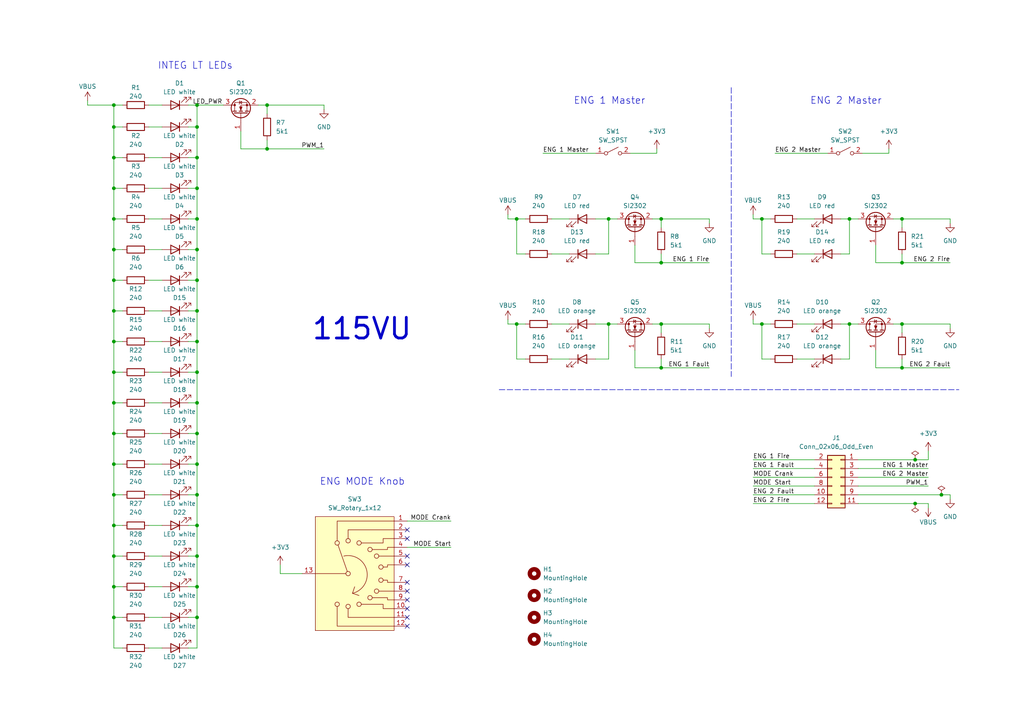
<source format=kicad_sch>
(kicad_sch
	(version 20231120)
	(generator "eeschema")
	(generator_version "8.0")
	(uuid "b7cac6bf-cc58-4344-b248-19bac16fae97")
	(paper "A4")
	
	(junction
		(at 33.02 125.73)
		(diameter 0)
		(color 0 0 0 0)
		(uuid "003de0ef-9d4c-4e96-8ade-7558c81ef0ac")
	)
	(junction
		(at 33.02 90.17)
		(diameter 0)
		(color 0 0 0 0)
		(uuid "01cd8ce0-692c-4987-be9e-98e2a2d6b06f")
	)
	(junction
		(at 57.15 179.07)
		(diameter 0)
		(color 0 0 0 0)
		(uuid "03152af8-5bff-4975-b09a-8cc60d28fbb1")
	)
	(junction
		(at 57.15 161.29)
		(diameter 0)
		(color 0 0 0 0)
		(uuid "04d18171-959a-40a1-a860-057c6d1f7d4b")
	)
	(junction
		(at 261.62 93.98)
		(diameter 0)
		(color 0 0 0 0)
		(uuid "0bef9129-c13e-4021-adf6-f9fcdb0c5843")
	)
	(junction
		(at 33.02 107.95)
		(diameter 0)
		(color 0 0 0 0)
		(uuid "1a92b598-118f-4a0b-9f20-a45641113bcf")
	)
	(junction
		(at 176.53 93.98)
		(diameter 0)
		(color 0 0 0 0)
		(uuid "1b5a308c-f4c4-4bbd-ae64-aa277a094c54")
	)
	(junction
		(at 33.02 45.72)
		(diameter 0)
		(color 0 0 0 0)
		(uuid "206d648a-5c64-4373-b1fd-a2b9ea8f8003")
	)
	(junction
		(at 57.15 170.18)
		(diameter 0)
		(color 0 0 0 0)
		(uuid "271fcd4b-5aec-44d6-930b-1daa2d553529")
	)
	(junction
		(at 33.02 170.18)
		(diameter 0)
		(color 0 0 0 0)
		(uuid "27abcc9b-8f2b-4b41-b06a-9bab2addbfde")
	)
	(junction
		(at 149.86 63.5)
		(diameter 0)
		(color 0 0 0 0)
		(uuid "39db56ee-db7d-45d2-b73e-39113b50dbb1")
	)
	(junction
		(at 33.02 179.07)
		(diameter 0)
		(color 0 0 0 0)
		(uuid "3aa1d9f9-210a-427a-a57b-08267f8c27fb")
	)
	(junction
		(at 57.15 107.95)
		(diameter 0)
		(color 0 0 0 0)
		(uuid "3b29b41f-a71b-4c57-943b-41426e6819e8")
	)
	(junction
		(at 33.02 30.48)
		(diameter 0)
		(color 0 0 0 0)
		(uuid "44740f26-8cfe-42e3-9b7d-d90229be4c72")
	)
	(junction
		(at 191.77 76.2)
		(diameter 0)
		(color 0 0 0 0)
		(uuid "45ff9101-2f73-4460-9083-a96330938537")
	)
	(junction
		(at 33.02 143.51)
		(diameter 0)
		(color 0 0 0 0)
		(uuid "4def68cd-e17b-4a88-b824-7a04bfb01294")
	)
	(junction
		(at 57.15 152.4)
		(diameter 0)
		(color 0 0 0 0)
		(uuid "50c636ae-9141-45fc-bdf8-047ab22cb7ae")
	)
	(junction
		(at 57.15 81.28)
		(diameter 0)
		(color 0 0 0 0)
		(uuid "532581ce-0fa6-4ad0-86c4-71ae44edbdf3")
	)
	(junction
		(at 191.77 106.68)
		(diameter 0)
		(color 0 0 0 0)
		(uuid "559836bb-3c4e-42ea-8174-92ac5418d55f")
	)
	(junction
		(at 57.15 116.84)
		(diameter 0)
		(color 0 0 0 0)
		(uuid "5609ed6c-d46b-4402-a434-6cdc102a7f6e")
	)
	(junction
		(at 57.15 30.48)
		(diameter 0)
		(color 0 0 0 0)
		(uuid "560d51ad-f80b-4803-b9bf-92d700ca7279")
	)
	(junction
		(at 57.15 36.83)
		(diameter 0)
		(color 0 0 0 0)
		(uuid "5b8553cf-fe8c-4c1e-bf9e-9dcecdd6dea6")
	)
	(junction
		(at 261.62 63.5)
		(diameter 0)
		(color 0 0 0 0)
		(uuid "64b1e3b9-3c78-4cb7-b7f5-21907fb899c1")
	)
	(junction
		(at 57.15 72.39)
		(diameter 0)
		(color 0 0 0 0)
		(uuid "69bdc159-5d89-44cf-bf63-5ff62070edc8")
	)
	(junction
		(at 57.15 90.17)
		(diameter 0)
		(color 0 0 0 0)
		(uuid "6c835609-26af-4579-a2d1-96122bd2e340")
	)
	(junction
		(at 33.02 116.84)
		(diameter 0)
		(color 0 0 0 0)
		(uuid "6c9ce43c-b78a-4fa5-b3e3-ecbbb6c13612")
	)
	(junction
		(at 57.15 143.51)
		(diameter 0)
		(color 0 0 0 0)
		(uuid "7190f34b-003c-41ea-adde-7a7e62767a8d")
	)
	(junction
		(at 57.15 63.5)
		(diameter 0)
		(color 0 0 0 0)
		(uuid "79bc7117-156a-447c-8f7e-d506c1fd266d")
	)
	(junction
		(at 220.98 63.5)
		(diameter 0)
		(color 0 0 0 0)
		(uuid "8322bada-4df9-4c89-b149-0675983c9228")
	)
	(junction
		(at 57.15 134.62)
		(diameter 0)
		(color 0 0 0 0)
		(uuid "83f62e6a-6bb1-4992-8335-20558c36e593")
	)
	(junction
		(at 77.47 30.48)
		(diameter 0)
		(color 0 0 0 0)
		(uuid "85e1a9db-4860-41a9-a218-1a1f7a58fbe9")
	)
	(junction
		(at 220.98 93.98)
		(diameter 0)
		(color 0 0 0 0)
		(uuid "8cb3ec32-5f27-4b8b-9a15-f515d91b7df5")
	)
	(junction
		(at 261.62 76.2)
		(diameter 0)
		(color 0 0 0 0)
		(uuid "8e7da087-cd8d-41d0-af7b-670b76574893")
	)
	(junction
		(at 33.02 36.83)
		(diameter 0)
		(color 0 0 0 0)
		(uuid "8f0ae444-f29a-4c2d-9048-e74c0fa82dcf")
	)
	(junction
		(at 261.62 106.68)
		(diameter 0)
		(color 0 0 0 0)
		(uuid "9ace8444-4149-465c-9cef-e24a0b2a361f")
	)
	(junction
		(at 33.02 54.61)
		(diameter 0)
		(color 0 0 0 0)
		(uuid "9ccb5e20-12fe-4cc0-a10f-6bc0bb214117")
	)
	(junction
		(at 33.02 152.4)
		(diameter 0)
		(color 0 0 0 0)
		(uuid "9dcf00f2-43c3-4e34-b332-90e74079e150")
	)
	(junction
		(at 77.47 43.18)
		(diameter 0)
		(color 0 0 0 0)
		(uuid "a3a641e3-f95c-4288-943d-a54f53eed70d")
	)
	(junction
		(at 33.02 161.29)
		(diameter 0)
		(color 0 0 0 0)
		(uuid "a4a203d8-5af1-4526-9095-75917dc76e40")
	)
	(junction
		(at 191.77 63.5)
		(diameter 0)
		(color 0 0 0 0)
		(uuid "a4a337be-788e-4d76-8d31-184042d31865")
	)
	(junction
		(at 57.15 125.73)
		(diameter 0)
		(color 0 0 0 0)
		(uuid "a6cd81a6-ac4a-4c97-9d98-6c64407123c5")
	)
	(junction
		(at 33.02 72.39)
		(diameter 0)
		(color 0 0 0 0)
		(uuid "a6eefaca-f1d3-4d9f-a507-51b1e428e4e1")
	)
	(junction
		(at 33.02 134.62)
		(diameter 0)
		(color 0 0 0 0)
		(uuid "a78f88ac-bf51-49a2-bf82-2983fc888d7f")
	)
	(junction
		(at 33.02 99.06)
		(diameter 0)
		(color 0 0 0 0)
		(uuid "ac678107-b668-4c1e-becd-3d9ca874fac9")
	)
	(junction
		(at 57.15 45.72)
		(diameter 0)
		(color 0 0 0 0)
		(uuid "b47d3a0a-3844-45de-8e87-ab6577c95728")
	)
	(junction
		(at 57.15 54.61)
		(diameter 0)
		(color 0 0 0 0)
		(uuid "b8143163-dcaa-42bd-9e2b-e5cdb58b668c")
	)
	(junction
		(at 246.38 93.98)
		(diameter 0)
		(color 0 0 0 0)
		(uuid "bc218eb0-7094-476f-964a-0c3edeb8d10f")
	)
	(junction
		(at 57.15 99.06)
		(diameter 0)
		(color 0 0 0 0)
		(uuid "c8500ff6-3147-4341-b434-76131de11178")
	)
	(junction
		(at 265.43 146.05)
		(diameter 0)
		(color 0 0 0 0)
		(uuid "d4f0ac46-2252-4b1b-bdd8-c40b522ebef7")
	)
	(junction
		(at 265.43 133.35)
		(diameter 0)
		(color 0 0 0 0)
		(uuid "dd76c01c-b00c-4a6f-8112-fbb2600e5511")
	)
	(junction
		(at 273.05 143.51)
		(diameter 0)
		(color 0 0 0 0)
		(uuid "e1dbd91f-c386-432f-abdf-6e19ccc5eb7b")
	)
	(junction
		(at 246.38 63.5)
		(diameter 0)
		(color 0 0 0 0)
		(uuid "e7716345-8639-48ae-887f-ca0533c639a9")
	)
	(junction
		(at 33.02 81.28)
		(diameter 0)
		(color 0 0 0 0)
		(uuid "e7c631de-7ece-4e36-97b4-c08c356372d6")
	)
	(junction
		(at 33.02 63.5)
		(diameter 0)
		(color 0 0 0 0)
		(uuid "ed4a7570-d600-4fec-8378-f88974a1467d")
	)
	(junction
		(at 176.53 63.5)
		(diameter 0)
		(color 0 0 0 0)
		(uuid "f26f8deb-0186-4e4d-a5da-0c2aaa4659df")
	)
	(junction
		(at 191.77 93.98)
		(diameter 0)
		(color 0 0 0 0)
		(uuid "f45f8057-8eab-4538-9a0d-8d5e490d94e4")
	)
	(junction
		(at 149.86 93.98)
		(diameter 0)
		(color 0 0 0 0)
		(uuid "fbc77a36-e1c3-49b6-8b49-c8e2eb11a9d9")
	)
	(no_connect
		(at 118.11 163.83)
		(uuid "3f37c90c-c984-40ad-a0cf-bbed8903b28d")
	)
	(no_connect
		(at 118.11 171.45)
		(uuid "47d07167-53c2-4273-a203-de434dcf9d26")
	)
	(no_connect
		(at 118.11 168.91)
		(uuid "55846aa5-e54b-4c2f-b008-c1fd70768873")
	)
	(no_connect
		(at 118.11 176.53)
		(uuid "6df5871c-766b-4135-b149-879df36a1198")
	)
	(no_connect
		(at 118.11 181.61)
		(uuid "8d47c6e1-f253-41cd-8c2c-e09bc30cbe63")
	)
	(no_connect
		(at 118.11 156.21)
		(uuid "98f53721-d58c-4381-9147-3d453cad2bf0")
	)
	(no_connect
		(at 118.11 153.67)
		(uuid "bc17163a-1737-48e0-915e-d75c4ac92bf7")
	)
	(no_connect
		(at 118.11 161.29)
		(uuid "cd2a4694-d83a-4a82-9862-4c9e3bc36d6f")
	)
	(no_connect
		(at 118.11 173.99)
		(uuid "e54dbe8b-2d41-4725-929a-073e4b6d9042")
	)
	(no_connect
		(at 118.11 179.07)
		(uuid "fd8e6b0a-ca0a-40ff-ad9a-60c1522daa2a")
	)
	(wire
		(pts
			(xy 33.02 161.29) (xy 33.02 170.18)
		)
		(stroke
			(width 0)
			(type default)
		)
		(uuid "008dd8b9-f3a8-4de4-bef0-cd9c8fae2abc")
	)
	(wire
		(pts
			(xy 243.84 104.14) (xy 246.38 104.14)
		)
		(stroke
			(width 0)
			(type default)
		)
		(uuid "00aa5ec0-0cc5-4004-877b-78caaef2cbe9")
	)
	(wire
		(pts
			(xy 43.18 170.18) (xy 46.99 170.18)
		)
		(stroke
			(width 0)
			(type default)
		)
		(uuid "0230f70b-ee9e-4317-9d55-d730f5e7ca41")
	)
	(wire
		(pts
			(xy 33.02 125.73) (xy 35.56 125.73)
		)
		(stroke
			(width 0)
			(type default)
		)
		(uuid "03774922-9143-4a27-a65b-0319d1a122e0")
	)
	(wire
		(pts
			(xy 35.56 187.96) (xy 33.02 187.96)
		)
		(stroke
			(width 0)
			(type default)
		)
		(uuid "039abcf0-6bb6-407e-b520-1326bfe3d8e0")
	)
	(wire
		(pts
			(xy 54.61 170.18) (xy 57.15 170.18)
		)
		(stroke
			(width 0)
			(type default)
		)
		(uuid "03b7d0fd-9f4f-4ba3-b95e-1c7f31fe016c")
	)
	(wire
		(pts
			(xy 57.15 134.62) (xy 57.15 143.51)
		)
		(stroke
			(width 0)
			(type default)
		)
		(uuid "0463925f-c960-400d-b6fc-cccda1926ff9")
	)
	(wire
		(pts
			(xy 54.61 36.83) (xy 57.15 36.83)
		)
		(stroke
			(width 0)
			(type default)
		)
		(uuid "06a3b218-876e-4c19-a0af-36b7770a0c13")
	)
	(wire
		(pts
			(xy 275.59 93.98) (xy 261.62 93.98)
		)
		(stroke
			(width 0)
			(type default)
		)
		(uuid "06bf3bba-fe3c-4d89-b203-e6df8ea22439")
	)
	(wire
		(pts
			(xy 33.02 107.95) (xy 33.02 116.84)
		)
		(stroke
			(width 0)
			(type default)
		)
		(uuid "077eb037-4e4a-4e48-903e-969c91101fbc")
	)
	(wire
		(pts
			(xy 54.61 125.73) (xy 57.15 125.73)
		)
		(stroke
			(width 0)
			(type default)
		)
		(uuid "078b24f7-e46a-4ed8-be14-fa5850a5abd2")
	)
	(wire
		(pts
			(xy 57.15 54.61) (xy 57.15 63.5)
		)
		(stroke
			(width 0)
			(type default)
		)
		(uuid "0ccc4d5d-2723-47d1-b800-f3b71c542bd5")
	)
	(wire
		(pts
			(xy 43.18 134.62) (xy 46.99 134.62)
		)
		(stroke
			(width 0)
			(type default)
		)
		(uuid "0df49916-cc84-41d5-86f6-cd480b3197a9")
	)
	(wire
		(pts
			(xy 43.18 152.4) (xy 46.99 152.4)
		)
		(stroke
			(width 0)
			(type default)
		)
		(uuid "0f71051a-2280-440d-99e1-527f760c2b62")
	)
	(wire
		(pts
			(xy 33.02 63.5) (xy 33.02 72.39)
		)
		(stroke
			(width 0)
			(type default)
		)
		(uuid "1080bf3c-f723-4b70-81f2-5e80173f84f2")
	)
	(wire
		(pts
			(xy 33.02 143.51) (xy 35.56 143.51)
		)
		(stroke
			(width 0)
			(type default)
		)
		(uuid "148f2acd-d480-41b3-9eb6-40c32bd1911c")
	)
	(wire
		(pts
			(xy 43.18 116.84) (xy 46.99 116.84)
		)
		(stroke
			(width 0)
			(type default)
		)
		(uuid "163459db-8afd-47c6-a51a-db3fe0f4a6d8")
	)
	(wire
		(pts
			(xy 160.02 104.14) (xy 165.1 104.14)
		)
		(stroke
			(width 0)
			(type default)
		)
		(uuid "165a461b-4004-44e1-a59d-f46d88bd6cc0")
	)
	(wire
		(pts
			(xy 33.02 179.07) (xy 35.56 179.07)
		)
		(stroke
			(width 0)
			(type default)
		)
		(uuid "16baf6c3-8bd7-4301-8bdc-fcbfed568ffc")
	)
	(wire
		(pts
			(xy 54.61 99.06) (xy 57.15 99.06)
		)
		(stroke
			(width 0)
			(type default)
		)
		(uuid "16c46251-e0ff-4f46-9e18-9f03635b2fb2")
	)
	(wire
		(pts
			(xy 33.02 134.62) (xy 33.02 143.51)
		)
		(stroke
			(width 0)
			(type default)
		)
		(uuid "17aa20e3-a7b9-41e6-ab92-cc323d3d22d8")
	)
	(wire
		(pts
			(xy 160.02 93.98) (xy 165.1 93.98)
		)
		(stroke
			(width 0)
			(type default)
		)
		(uuid "198fff9e-816a-41d1-bc40-f34976456ce8")
	)
	(wire
		(pts
			(xy 218.44 93.98) (xy 220.98 93.98)
		)
		(stroke
			(width 0)
			(type default)
		)
		(uuid "199120ea-06a2-42b7-98c0-120e06211b6e")
	)
	(wire
		(pts
			(xy 54.61 143.51) (xy 57.15 143.51)
		)
		(stroke
			(width 0)
			(type default)
		)
		(uuid "1c491bcc-c580-403b-98f7-390159a0bbfd")
	)
	(wire
		(pts
			(xy 43.18 30.48) (xy 46.99 30.48)
		)
		(stroke
			(width 0)
			(type default)
		)
		(uuid "1deed341-62c0-4855-8cf8-4ef3eb9a8c9d")
	)
	(wire
		(pts
			(xy 218.44 140.97) (xy 236.22 140.97)
		)
		(stroke
			(width 0)
			(type default)
		)
		(uuid "1f6e9875-b958-44a9-80b5-ba0292e7f14b")
	)
	(wire
		(pts
			(xy 147.32 62.23) (xy 147.32 63.5)
		)
		(stroke
			(width 0)
			(type default)
		)
		(uuid "1fa4c7da-d771-40d0-8ffc-45478e76c067")
	)
	(wire
		(pts
			(xy 35.56 134.62) (xy 33.02 134.62)
		)
		(stroke
			(width 0)
			(type default)
		)
		(uuid "1ff9fb0e-f30f-413c-8c9e-d81ca50986ae")
	)
	(wire
		(pts
			(xy 33.02 143.51) (xy 33.02 152.4)
		)
		(stroke
			(width 0)
			(type default)
		)
		(uuid "221117f3-3b62-4286-a370-3ff5adfccc6c")
	)
	(wire
		(pts
			(xy 205.74 93.98) (xy 191.77 93.98)
		)
		(stroke
			(width 0)
			(type default)
		)
		(uuid "22c59d5b-8f4e-4711-a4bf-46819d4a7003")
	)
	(wire
		(pts
			(xy 259.08 63.5) (xy 261.62 63.5)
		)
		(stroke
			(width 0)
			(type default)
		)
		(uuid "241cdc23-7c4f-4cc4-a9f1-3ab8de3bf5b4")
	)
	(wire
		(pts
			(xy 191.77 76.2) (xy 205.74 76.2)
		)
		(stroke
			(width 0)
			(type default)
		)
		(uuid "24e7ad1c-8f43-451a-85c4-b191f5c81743")
	)
	(wire
		(pts
			(xy 184.15 71.12) (xy 184.15 76.2)
		)
		(stroke
			(width 0)
			(type default)
		)
		(uuid "25d881dc-11b3-453a-b54a-343801bce738")
	)
	(wire
		(pts
			(xy 220.98 93.98) (xy 220.98 104.14)
		)
		(stroke
			(width 0)
			(type default)
		)
		(uuid "26d25a4d-ce88-4a25-b04a-73945c5c4f7a")
	)
	(wire
		(pts
			(xy 261.62 76.2) (xy 275.59 76.2)
		)
		(stroke
			(width 0)
			(type default)
		)
		(uuid "27e58175-0062-44cd-b0b4-3a0e048aa149")
	)
	(wire
		(pts
			(xy 54.61 72.39) (xy 57.15 72.39)
		)
		(stroke
			(width 0)
			(type default)
		)
		(uuid "28a1760a-1452-4ec8-b439-cfd5767e70a2")
	)
	(wire
		(pts
			(xy 248.92 143.51) (xy 273.05 143.51)
		)
		(stroke
			(width 0)
			(type default)
		)
		(uuid "2a8f0a79-f3d6-483f-9b66-b76401913ac3")
	)
	(wire
		(pts
			(xy 147.32 93.98) (xy 149.86 93.98)
		)
		(stroke
			(width 0)
			(type default)
		)
		(uuid "2bbf3ef8-f95e-4983-892e-f3bf84888781")
	)
	(wire
		(pts
			(xy 33.02 107.95) (xy 35.56 107.95)
		)
		(stroke
			(width 0)
			(type default)
		)
		(uuid "2d1af708-5805-4bd0-a6c9-93c7b5649f43")
	)
	(wire
		(pts
			(xy 218.44 146.05) (xy 236.22 146.05)
		)
		(stroke
			(width 0)
			(type default)
		)
		(uuid "2d45412b-640d-46c9-9c95-73b23a52fee1")
	)
	(wire
		(pts
			(xy 33.02 30.48) (xy 35.56 30.48)
		)
		(stroke
			(width 0)
			(type default)
		)
		(uuid "2e3d7fad-504c-48a0-bdc5-6c9110206630")
	)
	(wire
		(pts
			(xy 149.86 63.5) (xy 152.4 63.5)
		)
		(stroke
			(width 0)
			(type default)
		)
		(uuid "2fb1dc1a-e0cc-4a41-9d57-89be92885e36")
	)
	(wire
		(pts
			(xy 43.18 45.72) (xy 46.99 45.72)
		)
		(stroke
			(width 0)
			(type default)
		)
		(uuid "307339bd-3b93-4d2e-a732-4eef30b92967")
	)
	(wire
		(pts
			(xy 184.15 101.6) (xy 184.15 106.68)
		)
		(stroke
			(width 0)
			(type default)
		)
		(uuid "309ae644-eeec-496a-9ea4-c7ee83938fc7")
	)
	(wire
		(pts
			(xy 33.02 36.83) (xy 33.02 45.72)
		)
		(stroke
			(width 0)
			(type default)
		)
		(uuid "30f10dc0-934c-43db-b8f4-3b14a75feddd")
	)
	(wire
		(pts
			(xy 248.92 140.97) (xy 269.24 140.97)
		)
		(stroke
			(width 0)
			(type default)
		)
		(uuid "32ba56fb-b667-4dc9-8949-201bab54a54d")
	)
	(wire
		(pts
			(xy 149.86 93.98) (xy 152.4 93.98)
		)
		(stroke
			(width 0)
			(type default)
		)
		(uuid "3361f410-8e36-4860-8c9e-5694f2707185")
	)
	(wire
		(pts
			(xy 69.85 43.18) (xy 77.47 43.18)
		)
		(stroke
			(width 0)
			(type default)
		)
		(uuid "3429aefd-96df-430a-8c18-4447451349dd")
	)
	(wire
		(pts
			(xy 176.53 93.98) (xy 179.07 93.98)
		)
		(stroke
			(width 0)
			(type default)
		)
		(uuid "34beb8e7-dfe1-4f5a-83f4-6098e2663b10")
	)
	(wire
		(pts
			(xy 205.74 64.77) (xy 205.74 63.5)
		)
		(stroke
			(width 0)
			(type default)
		)
		(uuid "367f9612-d2d4-47cb-a711-382aa249d841")
	)
	(wire
		(pts
			(xy 189.23 93.98) (xy 191.77 93.98)
		)
		(stroke
			(width 0)
			(type default)
		)
		(uuid "36dbc8cb-aaf8-435d-ab2e-d42ee23d51b4")
	)
	(wire
		(pts
			(xy 57.15 179.07) (xy 57.15 187.96)
		)
		(stroke
			(width 0)
			(type default)
		)
		(uuid "38fef297-20b5-4da5-872b-348418d61794")
	)
	(wire
		(pts
			(xy 35.56 36.83) (xy 33.02 36.83)
		)
		(stroke
			(width 0)
			(type default)
		)
		(uuid "3a738ed0-398b-4b1e-8588-b6a1e09a840c")
	)
	(wire
		(pts
			(xy 33.02 63.5) (xy 35.56 63.5)
		)
		(stroke
			(width 0)
			(type default)
		)
		(uuid "3bb4d426-c72b-47f1-a777-5488d4f6f8cf")
	)
	(wire
		(pts
			(xy 57.15 161.29) (xy 57.15 170.18)
		)
		(stroke
			(width 0)
			(type default)
		)
		(uuid "3e4f81b9-135a-4620-860d-67f08ac4e762")
	)
	(wire
		(pts
			(xy 69.85 38.1) (xy 69.85 43.18)
		)
		(stroke
			(width 0)
			(type default)
		)
		(uuid "413efea9-729c-4b99-9f40-bbd67f4cbee3")
	)
	(wire
		(pts
			(xy 118.11 151.13) (xy 130.81 151.13)
		)
		(stroke
			(width 0)
			(type default)
		)
		(uuid "42abe81d-7ab0-4910-a4b6-e8b76523458f")
	)
	(wire
		(pts
			(xy 246.38 63.5) (xy 248.92 63.5)
		)
		(stroke
			(width 0)
			(type default)
		)
		(uuid "44c41bb9-b21a-4398-a3ce-592c48a8ff7d")
	)
	(wire
		(pts
			(xy 265.43 146.05) (xy 269.24 146.05)
		)
		(stroke
			(width 0)
			(type default)
		)
		(uuid "44e1988d-b9f8-4d9a-abde-e162dbb6f185")
	)
	(wire
		(pts
			(xy 172.72 104.14) (xy 176.53 104.14)
		)
		(stroke
			(width 0)
			(type default)
		)
		(uuid "460c0d27-580c-4465-aa2d-c1cc7c31a436")
	)
	(wire
		(pts
			(xy 218.44 62.23) (xy 218.44 63.5)
		)
		(stroke
			(width 0)
			(type default)
		)
		(uuid "463f2d2c-c0e1-48b6-9626-ebf2f2add002")
	)
	(wire
		(pts
			(xy 54.61 63.5) (xy 57.15 63.5)
		)
		(stroke
			(width 0)
			(type default)
		)
		(uuid "47336356-1791-47e6-ab88-af6999f43604")
	)
	(wire
		(pts
			(xy 57.15 72.39) (xy 57.15 81.28)
		)
		(stroke
			(width 0)
			(type default)
		)
		(uuid "485f90da-7721-4d3c-83fe-ae60645bcfdb")
	)
	(wire
		(pts
			(xy 248.92 133.35) (xy 265.43 133.35)
		)
		(stroke
			(width 0)
			(type default)
		)
		(uuid "48a47166-eb3a-4a91-b6b2-d6f4743d0ccb")
	)
	(wire
		(pts
			(xy 77.47 40.64) (xy 77.47 43.18)
		)
		(stroke
			(width 0)
			(type default)
		)
		(uuid "4ab4a928-7db3-40b0-b457-280f235911ed")
	)
	(polyline
		(pts
			(xy 144.78 113.03) (xy 278.13 113.03)
		)
		(stroke
			(width 0)
			(type dash)
		)
		(uuid "4d2c1681-b975-4fff-b082-c4961cc611c8")
	)
	(wire
		(pts
			(xy 81.28 163.83) (xy 81.28 166.37)
		)
		(stroke
			(width 0)
			(type default)
		)
		(uuid "4d512413-c080-453c-80b7-72790f32c8e3")
	)
	(wire
		(pts
			(xy 43.18 125.73) (xy 46.99 125.73)
		)
		(stroke
			(width 0)
			(type default)
		)
		(uuid "50acf489-c3e2-4069-aa65-26b6852b7857")
	)
	(wire
		(pts
			(xy 93.98 30.48) (xy 77.47 30.48)
		)
		(stroke
			(width 0)
			(type default)
		)
		(uuid "51c11552-add8-4d3b-8d1c-e3020d30f00e")
	)
	(wire
		(pts
			(xy 33.02 152.4) (xy 35.56 152.4)
		)
		(stroke
			(width 0)
			(type default)
		)
		(uuid "53389176-6a51-47ef-89c3-7839bb7536ef")
	)
	(wire
		(pts
			(xy 205.74 63.5) (xy 191.77 63.5)
		)
		(stroke
			(width 0)
			(type default)
		)
		(uuid "55150626-0602-43ce-bf78-7920dacd4d51")
	)
	(wire
		(pts
			(xy 254 101.6) (xy 254 106.68)
		)
		(stroke
			(width 0)
			(type default)
		)
		(uuid "554c1b76-5d2c-4b5d-8d48-eca7f1421694")
	)
	(wire
		(pts
			(xy 176.53 63.5) (xy 172.72 63.5)
		)
		(stroke
			(width 0)
			(type default)
		)
		(uuid "56f93de2-f81d-428c-8bc0-37368e8b639b")
	)
	(wire
		(pts
			(xy 77.47 43.18) (xy 93.98 43.18)
		)
		(stroke
			(width 0)
			(type default)
		)
		(uuid "586fb48b-ec30-4bcd-a316-bf6a1a49fd0c")
	)
	(wire
		(pts
			(xy 33.02 116.84) (xy 33.02 125.73)
		)
		(stroke
			(width 0)
			(type default)
		)
		(uuid "59115ff2-c051-4556-baec-debce81b326d")
	)
	(wire
		(pts
			(xy 43.18 107.95) (xy 46.99 107.95)
		)
		(stroke
			(width 0)
			(type default)
		)
		(uuid "5b4321ee-7eba-4f3a-b8a6-6510e4a37991")
	)
	(wire
		(pts
			(xy 54.61 54.61) (xy 57.15 54.61)
		)
		(stroke
			(width 0)
			(type default)
		)
		(uuid "5b560c4d-ba1b-4336-9571-f55dda021709")
	)
	(wire
		(pts
			(xy 246.38 63.5) (xy 243.84 63.5)
		)
		(stroke
			(width 0)
			(type default)
		)
		(uuid "5c0ba5fe-e4c8-4155-8a17-956463469f6e")
	)
	(wire
		(pts
			(xy 275.59 63.5) (xy 261.62 63.5)
		)
		(stroke
			(width 0)
			(type default)
		)
		(uuid "5e8a4eb4-b281-4c1a-8112-fb3ba63a56c1")
	)
	(wire
		(pts
			(xy 191.77 63.5) (xy 191.77 66.04)
		)
		(stroke
			(width 0)
			(type default)
		)
		(uuid "65244384-444d-435b-9abf-47a2af1a26c8")
	)
	(wire
		(pts
			(xy 54.61 161.29) (xy 57.15 161.29)
		)
		(stroke
			(width 0)
			(type default)
		)
		(uuid "66f68837-26b9-4548-aa9b-f82a13db447d")
	)
	(wire
		(pts
			(xy 147.32 92.71) (xy 147.32 93.98)
		)
		(stroke
			(width 0)
			(type default)
		)
		(uuid "68c9a700-9517-407e-97e9-fd9d45934a5c")
	)
	(wire
		(pts
			(xy 57.15 90.17) (xy 57.15 99.06)
		)
		(stroke
			(width 0)
			(type default)
		)
		(uuid "697fea69-28bc-46b5-ac68-7a5e2999a33d")
	)
	(wire
		(pts
			(xy 254 106.68) (xy 261.62 106.68)
		)
		(stroke
			(width 0)
			(type default)
		)
		(uuid "6d1bb49b-0e6d-4cd5-b60d-ef01fc864a45")
	)
	(wire
		(pts
			(xy 57.15 30.48) (xy 57.15 36.83)
		)
		(stroke
			(width 0)
			(type default)
		)
		(uuid "6debd64a-c1a5-456e-bd64-f9b3e7bb407f")
	)
	(wire
		(pts
			(xy 57.15 81.28) (xy 57.15 90.17)
		)
		(stroke
			(width 0)
			(type default)
		)
		(uuid "6f301517-cf34-44dd-b1e4-e54eadf7a55e")
	)
	(wire
		(pts
			(xy 243.84 73.66) (xy 246.38 73.66)
		)
		(stroke
			(width 0)
			(type default)
		)
		(uuid "6f46adcc-692d-4f69-93d5-41fc03fad1b8")
	)
	(wire
		(pts
			(xy 43.18 72.39) (xy 46.99 72.39)
		)
		(stroke
			(width 0)
			(type default)
		)
		(uuid "78404de6-6046-4f89-b0fa-47b03c954036")
	)
	(wire
		(pts
			(xy 57.15 36.83) (xy 57.15 45.72)
		)
		(stroke
			(width 0)
			(type default)
		)
		(uuid "7a60a02f-a318-4aa5-ad4c-c2d418775387")
	)
	(wire
		(pts
			(xy 269.24 147.32) (xy 269.24 146.05)
		)
		(stroke
			(width 0)
			(type default)
		)
		(uuid "7b3681ac-d3e2-4cf6-bef5-9bc59be7c39a")
	)
	(wire
		(pts
			(xy 25.4 30.48) (xy 25.4 29.21)
		)
		(stroke
			(width 0)
			(type default)
		)
		(uuid "7cc12e8c-5a72-4543-964e-2534fcda35dd")
	)
	(wire
		(pts
			(xy 81.28 166.37) (xy 87.63 166.37)
		)
		(stroke
			(width 0)
			(type default)
		)
		(uuid "7cead82e-558d-4e54-85e7-fa32125145a8")
	)
	(wire
		(pts
			(xy 152.4 73.66) (xy 149.86 73.66)
		)
		(stroke
			(width 0)
			(type default)
		)
		(uuid "7d0a636b-3124-4bd0-9315-de4fb55e0d1b")
	)
	(wire
		(pts
			(xy 269.24 130.81) (xy 269.24 133.35)
		)
		(stroke
			(width 0)
			(type default)
		)
		(uuid "7dc18bca-656c-4038-b1b8-a61ab8b71e1b")
	)
	(wire
		(pts
			(xy 275.59 64.77) (xy 275.59 63.5)
		)
		(stroke
			(width 0)
			(type default)
		)
		(uuid "7e1fc469-a875-4339-aae9-698ca68fb28a")
	)
	(wire
		(pts
			(xy 118.11 158.75) (xy 130.81 158.75)
		)
		(stroke
			(width 0)
			(type default)
		)
		(uuid "7e9467ea-059e-4367-bc98-f396c5d6fee9")
	)
	(wire
		(pts
			(xy 191.77 73.66) (xy 191.77 76.2)
		)
		(stroke
			(width 0)
			(type default)
		)
		(uuid "7f146552-5b66-4b9b-b7d4-33f33297f392")
	)
	(wire
		(pts
			(xy 231.14 93.98) (xy 236.22 93.98)
		)
		(stroke
			(width 0)
			(type default)
		)
		(uuid "80f2e3e7-2f05-4cd2-9395-5d44ff0957e9")
	)
	(wire
		(pts
			(xy 218.44 92.71) (xy 218.44 93.98)
		)
		(stroke
			(width 0)
			(type default)
		)
		(uuid "81383a6d-9cb3-405f-81c3-51ee8ddc90cf")
	)
	(wire
		(pts
			(xy 218.44 138.43) (xy 236.22 138.43)
		)
		(stroke
			(width 0)
			(type default)
		)
		(uuid "820a1c6f-3b98-493c-be24-63f7a5b06435")
	)
	(wire
		(pts
			(xy 33.02 152.4) (xy 33.02 161.29)
		)
		(stroke
			(width 0)
			(type default)
		)
		(uuid "82b6c528-eb90-4169-a906-b0a681f86f0c")
	)
	(wire
		(pts
			(xy 43.18 179.07) (xy 46.99 179.07)
		)
		(stroke
			(width 0)
			(type default)
		)
		(uuid "8362ca7b-26e4-4db8-82c0-8e0f2a4f4b72")
	)
	(wire
		(pts
			(xy 218.44 135.89) (xy 236.22 135.89)
		)
		(stroke
			(width 0)
			(type default)
		)
		(uuid "837a21b3-73f4-4e62-b84b-9a86fa68fb91")
	)
	(wire
		(pts
			(xy 57.15 30.48) (xy 64.77 30.48)
		)
		(stroke
			(width 0)
			(type default)
		)
		(uuid "838c4b92-c0f9-48fb-aa03-8e3a736b2133")
	)
	(wire
		(pts
			(xy 152.4 104.14) (xy 149.86 104.14)
		)
		(stroke
			(width 0)
			(type default)
		)
		(uuid "83916f52-81a3-4bdc-9df4-0700cc388404")
	)
	(wire
		(pts
			(xy 261.62 93.98) (xy 261.62 96.52)
		)
		(stroke
			(width 0)
			(type default)
		)
		(uuid "84c7d90d-da55-4068-a7aa-f4ea0af9965f")
	)
	(wire
		(pts
			(xy 33.02 99.06) (xy 35.56 99.06)
		)
		(stroke
			(width 0)
			(type default)
		)
		(uuid "866198b0-b59e-43fc-850e-d89593717d9d")
	)
	(wire
		(pts
			(xy 57.15 143.51) (xy 57.15 152.4)
		)
		(stroke
			(width 0)
			(type default)
		)
		(uuid "86b9d70d-3a57-400d-9d9a-c543c495a38a")
	)
	(wire
		(pts
			(xy 191.77 93.98) (xy 191.77 96.52)
		)
		(stroke
			(width 0)
			(type default)
		)
		(uuid "86c73b6a-cf82-4078-bf98-12b858da875d")
	)
	(wire
		(pts
			(xy 160.02 73.66) (xy 165.1 73.66)
		)
		(stroke
			(width 0)
			(type default)
		)
		(uuid "89f48a50-5c42-4309-8172-b13673b46179")
	)
	(wire
		(pts
			(xy 248.92 135.89) (xy 269.24 135.89)
		)
		(stroke
			(width 0)
			(type default)
		)
		(uuid "8ac50b76-8649-4324-9bf1-bdcff6b26302")
	)
	(wire
		(pts
			(xy 33.02 45.72) (xy 35.56 45.72)
		)
		(stroke
			(width 0)
			(type default)
		)
		(uuid "8be594db-3b3a-4c42-a015-7b38a1c829f0")
	)
	(wire
		(pts
			(xy 184.15 76.2) (xy 191.77 76.2)
		)
		(stroke
			(width 0)
			(type default)
		)
		(uuid "8c2aa727-7922-44ca-93e9-6654b02a811a")
	)
	(wire
		(pts
			(xy 54.61 187.96) (xy 57.15 187.96)
		)
		(stroke
			(width 0)
			(type default)
		)
		(uuid "8ce718b6-a71b-44d4-b347-895c2ce91c02")
	)
	(wire
		(pts
			(xy 33.02 90.17) (xy 33.02 99.06)
		)
		(stroke
			(width 0)
			(type default)
		)
		(uuid "8dd6e03a-99fa-4a40-805a-efdf9df56bc2")
	)
	(wire
		(pts
			(xy 220.98 63.5) (xy 220.98 73.66)
		)
		(stroke
			(width 0)
			(type default)
		)
		(uuid "8e13e30b-367e-4462-82bf-9828ac2c0138")
	)
	(wire
		(pts
			(xy 231.14 104.14) (xy 236.22 104.14)
		)
		(stroke
			(width 0)
			(type default)
		)
		(uuid "8ea6bf2c-15bb-4457-8bcb-660a9e025544")
	)
	(wire
		(pts
			(xy 275.59 143.51) (xy 275.59 144.78)
		)
		(stroke
			(width 0)
			(type default)
		)
		(uuid "8fbfad89-a85c-4c9f-8616-edb33648dfa3")
	)
	(wire
		(pts
			(xy 273.05 143.51) (xy 275.59 143.51)
		)
		(stroke
			(width 0)
			(type default)
		)
		(uuid "8ff7bee5-ffab-48cd-ac4c-4edeea318fbd")
	)
	(wire
		(pts
			(xy 35.56 116.84) (xy 33.02 116.84)
		)
		(stroke
			(width 0)
			(type default)
		)
		(uuid "9226a611-87e9-4cfa-ad8e-4a9d05253b2f")
	)
	(wire
		(pts
			(xy 254 71.12) (xy 254 76.2)
		)
		(stroke
			(width 0)
			(type default)
		)
		(uuid "92f3008f-ce81-4821-8bec-86251aa1a278")
	)
	(wire
		(pts
			(xy 248.92 138.43) (xy 269.24 138.43)
		)
		(stroke
			(width 0)
			(type default)
		)
		(uuid "93fafc40-5631-4dce-bcf9-2f931aa613f1")
	)
	(wire
		(pts
			(xy 231.14 73.66) (xy 236.22 73.66)
		)
		(stroke
			(width 0)
			(type default)
		)
		(uuid "9470f5ea-f9cc-4f3c-b958-bcc492d33bf8")
	)
	(polyline
		(pts
			(xy 212.09 25.4) (xy 212.09 109.22)
		)
		(stroke
			(width 0)
			(type dash)
		)
		(uuid "9597cdca-20d2-4446-92a0-f8ee9c8c77dd")
	)
	(wire
		(pts
			(xy 57.15 45.72) (xy 57.15 54.61)
		)
		(stroke
			(width 0)
			(type default)
		)
		(uuid "972ac697-2038-4766-a214-8295375dfc8f")
	)
	(wire
		(pts
			(xy 43.18 54.61) (xy 46.99 54.61)
		)
		(stroke
			(width 0)
			(type default)
		)
		(uuid "98fa3f13-69eb-40e1-a819-05506d9b6b79")
	)
	(wire
		(pts
			(xy 218.44 133.35) (xy 236.22 133.35)
		)
		(stroke
			(width 0)
			(type default)
		)
		(uuid "99b1d59a-fdd3-4208-b861-aa85b9acf3bb")
	)
	(wire
		(pts
			(xy 54.61 90.17) (xy 57.15 90.17)
		)
		(stroke
			(width 0)
			(type default)
		)
		(uuid "9a030b2e-f8c1-4506-9670-513723c2f550")
	)
	(wire
		(pts
			(xy 57.15 107.95) (xy 57.15 116.84)
		)
		(stroke
			(width 0)
			(type default)
		)
		(uuid "9b45dfdd-5652-45a9-a120-1e30e820f024")
	)
	(wire
		(pts
			(xy 157.48 44.45) (xy 172.72 44.45)
		)
		(stroke
			(width 0)
			(type default)
		)
		(uuid "9c72fc0e-cf7c-4bff-b028-a1b677e14e51")
	)
	(wire
		(pts
			(xy 43.18 99.06) (xy 46.99 99.06)
		)
		(stroke
			(width 0)
			(type default)
		)
		(uuid "9de5ad78-8a90-43f2-ab3b-b20f71c57b1e")
	)
	(wire
		(pts
			(xy 246.38 93.98) (xy 248.92 93.98)
		)
		(stroke
			(width 0)
			(type default)
		)
		(uuid "9ef83083-0b7e-4439-8f2a-b2f19b0fac19")
	)
	(wire
		(pts
			(xy 275.59 95.25) (xy 275.59 93.98)
		)
		(stroke
			(width 0)
			(type default)
		)
		(uuid "9f4915e4-90c2-40c7-9796-3005f67da98b")
	)
	(wire
		(pts
			(xy 54.61 107.95) (xy 57.15 107.95)
		)
		(stroke
			(width 0)
			(type default)
		)
		(uuid "9f6da1dc-2f5d-4f69-9f57-f1d3a1526e62")
	)
	(wire
		(pts
			(xy 33.02 99.06) (xy 33.02 107.95)
		)
		(stroke
			(width 0)
			(type default)
		)
		(uuid "a1a7c650-5652-4986-9426-1ddfb170c6a7")
	)
	(wire
		(pts
			(xy 33.02 72.39) (xy 33.02 81.28)
		)
		(stroke
			(width 0)
			(type default)
		)
		(uuid "a227acc7-fe63-4127-826c-6e9e56a627ef")
	)
	(wire
		(pts
			(xy 54.61 152.4) (xy 57.15 152.4)
		)
		(stroke
			(width 0)
			(type default)
		)
		(uuid "a56bc51d-ef00-4777-8938-2c18c8f0e7a5")
	)
	(wire
		(pts
			(xy 57.15 116.84) (xy 57.15 125.73)
		)
		(stroke
			(width 0)
			(type default)
		)
		(uuid "a5fca024-504e-4995-900d-a70e63b8633e")
	)
	(wire
		(pts
			(xy 57.15 99.06) (xy 57.15 107.95)
		)
		(stroke
			(width 0)
			(type default)
		)
		(uuid "a6c94e41-aa4e-45b0-b022-1d8fb0adf5cc")
	)
	(wire
		(pts
			(xy 176.53 63.5) (xy 179.07 63.5)
		)
		(stroke
			(width 0)
			(type default)
		)
		(uuid "a8902888-b098-43cc-a50b-8562b9954828")
	)
	(wire
		(pts
			(xy 33.02 36.83) (xy 33.02 30.48)
		)
		(stroke
			(width 0)
			(type default)
		)
		(uuid "a8f49ed2-e416-4545-95b3-ffc28843e632")
	)
	(wire
		(pts
			(xy 57.15 63.5) (xy 57.15 72.39)
		)
		(stroke
			(width 0)
			(type default)
		)
		(uuid "a9aa63ac-ae93-4a45-acc3-44c8f9ebf0dc")
	)
	(wire
		(pts
			(xy 77.47 30.48) (xy 77.47 33.02)
		)
		(stroke
			(width 0)
			(type default)
		)
		(uuid "aa44b9b4-caca-41d4-b9f7-4c8ae3580493")
	)
	(wire
		(pts
			(xy 33.02 179.07) (xy 33.02 187.96)
		)
		(stroke
			(width 0)
			(type default)
		)
		(uuid "ab2c04d1-1316-4b3d-88d6-f19c16fcebd2")
	)
	(wire
		(pts
			(xy 265.43 133.35) (xy 269.24 133.35)
		)
		(stroke
			(width 0)
			(type default)
		)
		(uuid "ae0f6c51-607b-4ab7-809d-10f2cf191919")
	)
	(wire
		(pts
			(xy 231.14 63.5) (xy 236.22 63.5)
		)
		(stroke
			(width 0)
			(type default)
		)
		(uuid "aea6ffca-912f-43c8-9c5d-5bf914fb833d")
	)
	(wire
		(pts
			(xy 224.79 44.45) (xy 240.03 44.45)
		)
		(stroke
			(width 0)
			(type default)
		)
		(uuid "af0406ea-dbc6-4548-bae3-f8aa138fbc83")
	)
	(wire
		(pts
			(xy 54.61 45.72) (xy 57.15 45.72)
		)
		(stroke
			(width 0)
			(type default)
		)
		(uuid "af4259f1-c017-4732-880a-7f268e8838ef")
	)
	(wire
		(pts
			(xy 220.98 63.5) (xy 223.52 63.5)
		)
		(stroke
			(width 0)
			(type default)
		)
		(uuid "afc321d3-d848-459d-b6e6-61fa646d0c30")
	)
	(wire
		(pts
			(xy 176.53 93.98) (xy 172.72 93.98)
		)
		(stroke
			(width 0)
			(type default)
		)
		(uuid "b0e2ab32-b2fa-4d37-85b4-7197813bc641")
	)
	(wire
		(pts
			(xy 57.15 125.73) (xy 57.15 134.62)
		)
		(stroke
			(width 0)
			(type default)
		)
		(uuid "b2524af3-5cbd-42ec-a2a4-5ba2c1db41bc")
	)
	(wire
		(pts
			(xy 254 76.2) (xy 261.62 76.2)
		)
		(stroke
			(width 0)
			(type default)
		)
		(uuid "b32ffe0d-ccf8-487c-967b-b0b19ace1c8e")
	)
	(wire
		(pts
			(xy 35.56 72.39) (xy 33.02 72.39)
		)
		(stroke
			(width 0)
			(type default)
		)
		(uuid "b36bcccd-daa2-44c9-8de8-0a2deb3eb14b")
	)
	(wire
		(pts
			(xy 54.61 134.62) (xy 57.15 134.62)
		)
		(stroke
			(width 0)
			(type default)
		)
		(uuid "b41a3822-9295-41d9-8042-87f7c8192d4b")
	)
	(wire
		(pts
			(xy 218.44 143.51) (xy 236.22 143.51)
		)
		(stroke
			(width 0)
			(type default)
		)
		(uuid "b56c1e48-b073-434a-869e-27350342972d")
	)
	(wire
		(pts
			(xy 33.02 45.72) (xy 33.02 54.61)
		)
		(stroke
			(width 0)
			(type default)
		)
		(uuid "b5bcb842-657d-4b62-a9ac-8c6bbf5c2e1b")
	)
	(wire
		(pts
			(xy 54.61 30.48) (xy 57.15 30.48)
		)
		(stroke
			(width 0)
			(type default)
		)
		(uuid "b6b5d119-a13f-409f-867b-c80578ce7767")
	)
	(wire
		(pts
			(xy 182.88 44.45) (xy 190.5 44.45)
		)
		(stroke
			(width 0)
			(type default)
		)
		(uuid "b86601a6-8bcf-48a1-9468-dacc84f429e1")
	)
	(wire
		(pts
			(xy 43.18 63.5) (xy 46.99 63.5)
		)
		(stroke
			(width 0)
			(type default)
		)
		(uuid "b8836e3e-4344-43a9-866d-5e367e024745")
	)
	(wire
		(pts
			(xy 57.15 152.4) (xy 57.15 161.29)
		)
		(stroke
			(width 0)
			(type default)
		)
		(uuid "b8985818-919b-4669-b881-f1370229b62a")
	)
	(wire
		(pts
			(xy 261.62 104.14) (xy 261.62 106.68)
		)
		(stroke
			(width 0)
			(type default)
		)
		(uuid "bbb2f4e9-527a-4ea8-9d36-44d82609a1d3")
	)
	(wire
		(pts
			(xy 257.81 43.18) (xy 257.81 44.45)
		)
		(stroke
			(width 0)
			(type default)
		)
		(uuid "bc74717c-300e-4329-a286-7c69b47751e5")
	)
	(wire
		(pts
			(xy 33.02 54.61) (xy 35.56 54.61)
		)
		(stroke
			(width 0)
			(type default)
		)
		(uuid "bd9ea5ed-4bdb-490d-a75e-b2b36d5a905e")
	)
	(wire
		(pts
			(xy 35.56 170.18) (xy 33.02 170.18)
		)
		(stroke
			(width 0)
			(type default)
		)
		(uuid "c369b09e-640c-486e-b311-9cfd2ee97620")
	)
	(wire
		(pts
			(xy 205.74 95.25) (xy 205.74 93.98)
		)
		(stroke
			(width 0)
			(type default)
		)
		(uuid "c40af2e2-0c42-4291-b2f2-52920d1f1f68")
	)
	(wire
		(pts
			(xy 259.08 93.98) (xy 261.62 93.98)
		)
		(stroke
			(width 0)
			(type default)
		)
		(uuid "c6a19db1-d70a-4b29-9300-f2d91a5ae257")
	)
	(wire
		(pts
			(xy 93.98 31.75) (xy 93.98 30.48)
		)
		(stroke
			(width 0)
			(type default)
		)
		(uuid "c97df0ad-84e9-43ae-8a2e-ea257e577148")
	)
	(wire
		(pts
			(xy 54.61 116.84) (xy 57.15 116.84)
		)
		(stroke
			(width 0)
			(type default)
		)
		(uuid "c9836dcb-dde0-4aa2-8d8e-63b22c591798")
	)
	(wire
		(pts
			(xy 176.53 93.98) (xy 176.53 104.14)
		)
		(stroke
			(width 0)
			(type default)
		)
		(uuid "cb1508c3-2d7d-497c-8b57-adf23d4c7ac0")
	)
	(wire
		(pts
			(xy 149.86 63.5) (xy 149.86 73.66)
		)
		(stroke
			(width 0)
			(type default)
		)
		(uuid "ccdf17fd-8b9c-4446-ad12-bf6fc4867312")
	)
	(wire
		(pts
			(xy 33.02 90.17) (xy 35.56 90.17)
		)
		(stroke
			(width 0)
			(type default)
		)
		(uuid "cdf30bb6-c63d-481a-9f9a-d663e7dfc3a0")
	)
	(wire
		(pts
			(xy 250.19 44.45) (xy 257.81 44.45)
		)
		(stroke
			(width 0)
			(type default)
		)
		(uuid "cfc1cffa-d69b-4061-9ca9-6f1e5fc1ecad")
	)
	(wire
		(pts
			(xy 74.93 30.48) (xy 77.47 30.48)
		)
		(stroke
			(width 0)
			(type default)
		)
		(uuid "d1243da2-c710-421c-ab52-54b0482f95cb")
	)
	(wire
		(pts
			(xy 176.53 63.5) (xy 176.53 73.66)
		)
		(stroke
			(width 0)
			(type default)
		)
		(uuid "d158066d-abb7-4374-94aa-6ea74afe32e7")
	)
	(wire
		(pts
			(xy 33.02 170.18) (xy 33.02 179.07)
		)
		(stroke
			(width 0)
			(type default)
		)
		(uuid "d40179bc-be18-4f0c-8873-66b93705d8b6")
	)
	(wire
		(pts
			(xy 33.02 81.28) (xy 33.02 90.17)
		)
		(stroke
			(width 0)
			(type default)
		)
		(uuid "d4fdc349-5bc8-4d21-a745-a8e773555b97")
	)
	(wire
		(pts
			(xy 147.32 63.5) (xy 149.86 63.5)
		)
		(stroke
			(width 0)
			(type default)
		)
		(uuid "d56020b5-c3b2-4ffd-9ab5-bb9dc940eabb")
	)
	(wire
		(pts
			(xy 54.61 179.07) (xy 57.15 179.07)
		)
		(stroke
			(width 0)
			(type default)
		)
		(uuid "d6f9862d-b972-424e-8302-9a350d7afce9")
	)
	(wire
		(pts
			(xy 57.15 170.18) (xy 57.15 179.07)
		)
		(stroke
			(width 0)
			(type default)
		)
		(uuid "d8f073dd-5051-4402-9ed3-1a2f0c1dc4ef")
	)
	(wire
		(pts
			(xy 261.62 73.66) (xy 261.62 76.2)
		)
		(stroke
			(width 0)
			(type default)
		)
		(uuid "d90360d9-b3fc-460d-aa4a-f7523d9244db")
	)
	(wire
		(pts
			(xy 246.38 63.5) (xy 246.38 73.66)
		)
		(stroke
			(width 0)
			(type default)
		)
		(uuid "da3b7180-1fe4-49ee-9e81-88088540338d")
	)
	(wire
		(pts
			(xy 33.02 125.73) (xy 33.02 134.62)
		)
		(stroke
			(width 0)
			(type default)
		)
		(uuid "dc0eada8-b661-41a1-b1f0-736ae9843e8d")
	)
	(wire
		(pts
			(xy 223.52 73.66) (xy 220.98 73.66)
		)
		(stroke
			(width 0)
			(type default)
		)
		(uuid "dc4fe4f6-ff67-45f5-b9f2-1dc070bb9483")
	)
	(wire
		(pts
			(xy 43.18 143.51) (xy 46.99 143.51)
		)
		(stroke
			(width 0)
			(type default)
		)
		(uuid "dcbc1e16-5e1e-463a-9276-5f45cb75524c")
	)
	(wire
		(pts
			(xy 43.18 90.17) (xy 46.99 90.17)
		)
		(stroke
			(width 0)
			(type default)
		)
		(uuid "ddea5d45-0dfa-40ef-aa79-d0797be0cb6f")
	)
	(wire
		(pts
			(xy 54.61 81.28) (xy 57.15 81.28)
		)
		(stroke
			(width 0)
			(type default)
		)
		(uuid "def6e842-b3a7-45a8-9933-c079e9bfb619")
	)
	(wire
		(pts
			(xy 246.38 93.98) (xy 243.84 93.98)
		)
		(stroke
			(width 0)
			(type default)
		)
		(uuid "df3036cb-e943-4790-a4fd-164d3e41f1c6")
	)
	(wire
		(pts
			(xy 160.02 63.5) (xy 165.1 63.5)
		)
		(stroke
			(width 0)
			(type default)
		)
		(uuid "e11b822b-b4f2-4656-8719-c099cf3d7198")
	)
	(wire
		(pts
			(xy 43.18 81.28) (xy 46.99 81.28)
		)
		(stroke
			(width 0)
			(type default)
		)
		(uuid "e2995480-8b0f-4718-aba1-63bae272eefc")
	)
	(wire
		(pts
			(xy 43.18 36.83) (xy 46.99 36.83)
		)
		(stroke
			(width 0)
			(type default)
		)
		(uuid "e4575d5f-43c1-4740-b8ef-901a702416b4")
	)
	(wire
		(pts
			(xy 191.77 106.68) (xy 205.74 106.68)
		)
		(stroke
			(width 0)
			(type default)
		)
		(uuid "e691f1a9-f6d6-407a-bc1f-0d0cfb9f6301")
	)
	(wire
		(pts
			(xy 261.62 106.68) (xy 275.59 106.68)
		)
		(stroke
			(width 0)
			(type default)
		)
		(uuid "e732b8cd-da40-43d1-a2ea-4cdc9224d033")
	)
	(wire
		(pts
			(xy 191.77 104.14) (xy 191.77 106.68)
		)
		(stroke
			(width 0)
			(type default)
		)
		(uuid "e793f43b-5778-4437-9c3b-4c33c732ce59")
	)
	(wire
		(pts
			(xy 184.15 106.68) (xy 191.77 106.68)
		)
		(stroke
			(width 0)
			(type default)
		)
		(uuid "e8acbd9b-3cdf-4fd4-80bc-5af61c64ac7f")
	)
	(wire
		(pts
			(xy 246.38 93.98) (xy 246.38 104.14)
		)
		(stroke
			(width 0)
			(type default)
		)
		(uuid "e9dc87e9-ae99-46c6-b1de-342b4648dced")
	)
	(wire
		(pts
			(xy 35.56 81.28) (xy 33.02 81.28)
		)
		(stroke
			(width 0)
			(type default)
		)
		(uuid "ea7f5835-b327-40f3-a060-36d1317841af")
	)
	(wire
		(pts
			(xy 261.62 63.5) (xy 261.62 66.04)
		)
		(stroke
			(width 0)
			(type default)
		)
		(uuid "ebc7ebbe-6292-47e3-8732-a85a1a66745c")
	)
	(wire
		(pts
			(xy 223.52 104.14) (xy 220.98 104.14)
		)
		(stroke
			(width 0)
			(type default)
		)
		(uuid "ecb73fa8-cec2-4ae1-be8e-c104eb97eac8")
	)
	(wire
		(pts
			(xy 172.72 73.66) (xy 176.53 73.66)
		)
		(stroke
			(width 0)
			(type default)
		)
		(uuid "eea9eb16-20d3-4053-9cca-b7665dd215f2")
	)
	(wire
		(pts
			(xy 43.18 187.96) (xy 46.99 187.96)
		)
		(stroke
			(width 0)
			(type default)
		)
		(uuid "eef69503-397c-4ace-a4f1-6a659d4b7459")
	)
	(wire
		(pts
			(xy 149.86 93.98) (xy 149.86 104.14)
		)
		(stroke
			(width 0)
			(type default)
		)
		(uuid "efac67bb-9776-41a4-b3e9-9a2d8ef70be6")
	)
	(wire
		(pts
			(xy 190.5 43.18) (xy 190.5 44.45)
		)
		(stroke
			(width 0)
			(type default)
		)
		(uuid "f1214530-9e66-4ec6-a341-c5733b481605")
	)
	(wire
		(pts
			(xy 43.18 161.29) (xy 46.99 161.29)
		)
		(stroke
			(width 0)
			(type default)
		)
		(uuid "f42d3b27-c520-42ae-8e3c-fdf8a2447d43")
	)
	(wire
		(pts
			(xy 25.4 30.48) (xy 33.02 30.48)
		)
		(stroke
			(width 0)
			(type default)
		)
		(uuid "f73c34b1-2be8-43ff-835b-b4d3e2fa01b8")
	)
	(wire
		(pts
			(xy 248.92 146.05) (xy 265.43 146.05)
		)
		(stroke
			(width 0)
			(type default)
		)
		(uuid "f7574dc3-281a-434c-abdf-bd3c10484fdd")
	)
	(wire
		(pts
			(xy 218.44 63.5) (xy 220.98 63.5)
		)
		(stroke
			(width 0)
			(type default)
		)
		(uuid "fa453a1a-dc40-4dbf-b79d-498fb303f0d5")
	)
	(wire
		(pts
			(xy 189.23 63.5) (xy 191.77 63.5)
		)
		(stroke
			(width 0)
			(type default)
		)
		(uuid "fa7526d3-3716-452c-918c-778b6e7c8ce2")
	)
	(wire
		(pts
			(xy 220.98 93.98) (xy 223.52 93.98)
		)
		(stroke
			(width 0)
			(type default)
		)
		(uuid "fc1f29d3-a1ab-4c57-bd9d-22b52cd8e7ff")
	)
	(wire
		(pts
			(xy 33.02 54.61) (xy 33.02 63.5)
		)
		(stroke
			(width 0)
			(type default)
		)
		(uuid "fec307fd-828c-4245-b9c9-92165138310e")
	)
	(wire
		(pts
			(xy 33.02 161.29) (xy 35.56 161.29)
		)
		(stroke
			(width 0)
			(type default)
		)
		(uuid "ff92dbf1-2e3a-4c71-af16-4ff548306432")
	)
	(text "ENG 1 Master"
		(exclude_from_sim no)
		(at 166.37 30.48 0)
		(effects
			(font
				(size 2 2)
			)
			(justify left bottom)
		)
		(uuid "2550c230-182d-4c67-99f4-9eeab5bdbefe")
	)
	(text "ENG MODE Knob"
		(exclude_from_sim no)
		(at 92.71 140.97 0)
		(effects
			(font
				(size 2 2)
			)
			(justify left bottom)
		)
		(uuid "712e8cc9-ad2e-400b-b36d-e25d4694242c")
	)
	(text "115VU"
		(exclude_from_sim no)
		(at 90.17 99.06 0)
		(effects
			(font
				(size 6 6)
				(thickness 0.8)
				(bold yes)
			)
			(justify left bottom)
		)
		(uuid "8d5a1c41-2570-4355-8961-a59970e5f331")
	)
	(text "ENG 2 Master"
		(exclude_from_sim no)
		(at 234.95 30.48 0)
		(effects
			(font
				(size 2 2)
			)
			(justify left bottom)
		)
		(uuid "b3b9605b-5b9c-4446-ae0d-44c04a022826")
	)
	(text "INTEG LT LEDs"
		(exclude_from_sim no)
		(at 45.72 20.32 0)
		(effects
			(font
				(size 2 2)
			)
			(justify left bottom)
		)
		(uuid "e70c5374-02e5-41bd-8201-19a92365181a")
	)
	(label "ENG 1 Fault"
		(at 218.44 135.89 0)
		(fields_autoplaced yes)
		(effects
			(font
				(size 1.27 1.27)
			)
			(justify left bottom)
		)
		(uuid "089295b8-c2c4-43b8-aafd-6cebaabc5416")
	)
	(label "PWM_1"
		(at 269.24 140.97 180)
		(fields_autoplaced yes)
		(effects
			(font
				(size 1.27 1.27)
			)
			(justify right bottom)
		)
		(uuid "0bd5ac0d-26a1-4fe0-9192-ced92022855b")
	)
	(label "MODE Crank"
		(at 130.81 151.13 180)
		(fields_autoplaced yes)
		(effects
			(font
				(size 1.27 1.27)
			)
			(justify right bottom)
		)
		(uuid "18bc638c-da93-4025-8b8a-edd3344156c8")
	)
	(label "ENG 1 Master"
		(at 269.24 135.89 180)
		(fields_autoplaced yes)
		(effects
			(font
				(size 1.27 1.27)
			)
			(justify right bottom)
		)
		(uuid "22fa3879-e916-443a-99fa-2f728d97315e")
	)
	(label "ENG 2 Fault"
		(at 218.44 143.51 0)
		(fields_autoplaced yes)
		(effects
			(font
				(size 1.27 1.27)
			)
			(justify left bottom)
		)
		(uuid "2482ac7d-1143-41b2-a886-bdd394d9848e")
	)
	(label "PWM_1"
		(at 93.98 43.18 180)
		(fields_autoplaced yes)
		(effects
			(font
				(size 1.27 1.27)
			)
			(justify right bottom)
		)
		(uuid "4f3bdaa0-bafa-4e1f-9da4-4b4b81a858c8")
	)
	(label "ENG 1 Master"
		(at 157.48 44.45 0)
		(fields_autoplaced yes)
		(effects
			(font
				(size 1.27 1.27)
			)
			(justify left bottom)
		)
		(uuid "5cf2b64f-b242-441b-b863-11670c94b21b")
	)
	(label "ENG 2 Master"
		(at 224.79 44.45 0)
		(fields_autoplaced yes)
		(effects
			(font
				(size 1.27 1.27)
			)
			(justify left bottom)
		)
		(uuid "888dd375-4258-49f5-8ee0-9561ae23b78d")
	)
	(label "MODE Start"
		(at 218.44 140.97 0)
		(fields_autoplaced yes)
		(effects
			(font
				(size 1.27 1.27)
			)
			(justify left bottom)
		)
		(uuid "897c9c5e-c19e-434b-82fc-4441aa17c06e")
	)
	(label "ENG 2 Fault"
		(at 275.59 106.68 180)
		(fields_autoplaced yes)
		(effects
			(font
				(size 1.27 1.27)
			)
			(justify right bottom)
		)
		(uuid "89e87b04-7aad-4a19-9b03-ba02d425618d")
	)
	(label "ENG 2 Fire"
		(at 218.44 146.05 0)
		(fields_autoplaced yes)
		(effects
			(font
				(size 1.27 1.27)
			)
			(justify left bottom)
		)
		(uuid "8e964326-68bd-4ce8-acbc-4ec00a1d786e")
	)
	(label "MODE Start"
		(at 130.81 158.75 180)
		(fields_autoplaced yes)
		(effects
			(font
				(size 1.27 1.27)
			)
			(justify right bottom)
		)
		(uuid "8fce3951-1d4c-4152-b997-478e691f095c")
	)
	(label "ENG 2 Master"
		(at 269.24 138.43 180)
		(fields_autoplaced yes)
		(effects
			(font
				(size 1.27 1.27)
			)
			(justify right bottom)
		)
		(uuid "dbb5141a-8f2c-4ee2-90b1-5eb50024adff")
	)
	(label "ENG 1 Fire"
		(at 218.44 133.35 0)
		(fields_autoplaced yes)
		(effects
			(font
				(size 1.27 1.27)
			)
			(justify left bottom)
		)
		(uuid "e34022e0-30f3-4fdf-bf6e-a462be1b03dc")
	)
	(label "MODE Crank"
		(at 218.44 138.43 0)
		(fields_autoplaced yes)
		(effects
			(font
				(size 1.27 1.27)
			)
			(justify left bottom)
		)
		(uuid "e792fad7-e9e3-44d4-93d7-b986b9ef615e")
	)
	(label "ENG 1 Fire"
		(at 205.74 76.2 180)
		(fields_autoplaced yes)
		(effects
			(font
				(size 1.27 1.27)
			)
			(justify right bottom)
		)
		(uuid "ed7f57db-2859-4d1c-af45-74f1921a48fc")
	)
	(label "ENG 2 Fire"
		(at 275.59 76.2 180)
		(fields_autoplaced yes)
		(effects
			(font
				(size 1.27 1.27)
			)
			(justify right bottom)
		)
		(uuid "f0b34add-42b6-48b8-9080-729244757288")
	)
	(label "ENG 1 Fault"
		(at 205.74 106.68 180)
		(fields_autoplaced yes)
		(effects
			(font
				(size 1.27 1.27)
			)
			(justify right bottom)
		)
		(uuid "f60d54f3-1956-4c7c-a681-b92fddcafe33")
	)
	(label "LED_PWR"
		(at 55.88 30.48 0)
		(fields_autoplaced yes)
		(effects
			(font
				(size 1.27 1.27)
			)
			(justify left bottom)
		)
		(uuid "fb1df5c2-8f63-44ae-8e34-2b0c41bf96d9")
	)
	(symbol
		(lib_id "power:PWR_FLAG")
		(at 265.43 146.05 180)
		(unit 1)
		(exclude_from_sim no)
		(in_bom yes)
		(on_board yes)
		(dnp no)
		(fields_autoplaced yes)
		(uuid "00f60fe7-e6c9-4922-9087-b2611ada602e")
		(property "Reference" "#FLG?"
			(at 265.43 147.955 0)
			(effects
				(font
					(size 1.27 1.27)
				)
				(hide yes)
			)
		)
		(property "Value" "PWR_FLAG"
			(at 265.43 151.13 0)
			(effects
				(font
					(size 1.27 1.27)
				)
				(hide yes)
			)
		)
		(property "Footprint" ""
			(at 265.43 146.05 0)
			(effects
				(font
					(size 1.27 1.27)
				)
				(hide yes)
			)
		)
		(property "Datasheet" "~"
			(at 265.43 146.05 0)
			(effects
				(font
					(size 1.27 1.27)
				)
				(hide yes)
			)
		)
		(property "Description" ""
			(at 265.43 146.05 0)
			(effects
				(font
					(size 1.27 1.27)
				)
				(hide yes)
			)
		)
		(pin "1"
			(uuid "228479f1-45d5-4ac4-849b-373eb84e3c3d")
		)
		(instances
			(project "109VU"
				(path "/6febedca-6a53-46b7-8fb5-6d0e2569137f"
					(reference "#FLG?")
					(unit 1)
				)
			)
			(project "115VU"
				(path "/b7cac6bf-cc58-4344-b248-19bac16fae97"
					(reference "#FLG02")
					(unit 1)
				)
			)
		)
	)
	(symbol
		(lib_id "Device:R")
		(at 77.47 36.83 180)
		(unit 1)
		(exclude_from_sim no)
		(in_bom yes)
		(on_board yes)
		(dnp no)
		(fields_autoplaced yes)
		(uuid "01de885e-d37b-4c91-9516-e970ed0bf27f")
		(property "Reference" "R9"
			(at 80.01 35.56 0)
			(effects
				(font
					(size 1.27 1.27)
				)
				(justify right)
			)
		)
		(property "Value" "5k1"
			(at 80.01 38.1 0)
			(effects
				(font
					(size 1.27 1.27)
				)
				(justify right)
			)
		)
		(property "Footprint" "Resistor_SMD:R_0603_1608Metric"
			(at 79.248 36.83 90)
			(effects
				(font
					(size 1.27 1.27)
				)
				(hide yes)
			)
		)
		(property "Datasheet" "https://www.lcsc.com/datasheet/lcsc_datasheet_2206010116_UNI-ROYAL-Uniroyal-Elec-0603WAF5101T5E_C23186.pdf"
			(at 77.47 36.83 0)
			(effects
				(font
					(size 1.27 1.27)
				)
				(hide yes)
			)
		)
		(property "Description" ""
			(at 77.47 36.83 0)
			(effects
				(font
					(size 1.27 1.27)
				)
				(hide yes)
			)
		)
		(property "JLCPCB Part" "C23186"
			(at 77.47 36.83 0)
			(effects
				(font
					(size 1.27 1.27)
				)
				(hide yes)
			)
		)
		(property "Manufracturer" "UNI-ROYAL(Uniroyal Elec)"
			(at 77.47 36.83 0)
			(effects
				(font
					(size 1.27 1.27)
				)
				(hide yes)
			)
		)
		(property "Manufracturer Part Number" "0603WAF5101T5E"
			(at 77.47 36.83 0)
			(effects
				(font
					(size 1.27 1.27)
				)
				(hide yes)
			)
		)
		(pin "2"
			(uuid "d9a1d1e3-fce6-4505-8a7a-9ee89e70a82d")
		)
		(pin "1"
			(uuid "14d8ee3d-baed-409f-a740-1b23e92b4332")
		)
		(instances
			(project "111VU"
				(path "/5740ca0b-655a-4c19-bd74-b6cca34ce569"
					(reference "R9")
					(unit 1)
				)
			)
			(project "115VU"
				(path "/b7cac6bf-cc58-4344-b248-19bac16fae97"
					(reference "R7")
					(unit 1)
				)
			)
		)
	)
	(symbol
		(lib_id "Device:LED")
		(at 50.8 161.29 180)
		(unit 1)
		(exclude_from_sim no)
		(in_bom yes)
		(on_board yes)
		(dnp no)
		(uuid "068f36d0-eb21-4424-8ffa-55be27aadf11")
		(property "Reference" "D24"
			(at 52.07 166.37 0)
			(effects
				(font
					(size 1.27 1.27)
				)
			)
		)
		(property "Value" "LED white"
			(at 52.07 163.83 0)
			(effects
				(font
					(size 1.27 1.27)
				)
			)
		)
		(property "Footprint" "LED_SMD:LED_0805_2012Metric"
			(at 50.8 161.29 0)
			(effects
				(font
					(size 1.27 1.27)
				)
				(hide yes)
			)
		)
		(property "Datasheet" "https://www.lcsc.com/datasheet/lcsc_datasheet_2402181504_XINGLIGHT-XL-2012WWC-DS_C3646928.pdf"
			(at 50.8 161.29 0)
			(effects
				(font
					(size 1.27 1.27)
				)
				(hide yes)
			)
		)
		(property "Description" ""
			(at 50.8 161.29 0)
			(effects
				(font
					(size 1.27 1.27)
				)
				(hide yes)
			)
		)
		(property "Manufracturer" "XINGLIGHT"
			(at 50.8 161.29 0)
			(effects
				(font
					(size 1.27 1.27)
				)
				(hide yes)
			)
		)
		(property "Manufracturer Part Number" "XL-2012WWC-DS"
			(at 50.8 161.29 0)
			(effects
				(font
					(size 1.27 1.27)
				)
				(hide yes)
			)
		)
		(property "JLCPCB Part" "C3646928"
			(at 50.8 161.29 0)
			(effects
				(font
					(size 1.27 1.27)
				)
				(hide yes)
			)
		)
		(pin "2"
			(uuid "c754ad51-7846-4971-bcf3-d06288e0262d")
		)
		(pin "1"
			(uuid "dcd6fff3-f006-44bd-b33f-957d6f90a7d5")
		)
		(instances
			(project "115VU"
				(path "/b7cac6bf-cc58-4344-b248-19bac16fae97"
					(reference "D24")
					(unit 1)
				)
			)
		)
	)
	(symbol
		(lib_id "power:VBUS")
		(at 25.4 29.21 0)
		(unit 1)
		(exclude_from_sim no)
		(in_bom yes)
		(on_board yes)
		(dnp no)
		(fields_autoplaced yes)
		(uuid "06a054b4-cee4-4e28-9e48-28dd3d13ae62")
		(property "Reference" "#PWR?"
			(at 25.4 33.02 0)
			(effects
				(font
					(size 1.27 1.27)
				)
				(hide yes)
			)
		)
		(property "Value" "VBUS"
			(at 25.4 25.0769 0)
			(effects
				(font
					(size 1.27 1.27)
				)
			)
		)
		(property "Footprint" ""
			(at 25.4 29.21 0)
			(effects
				(font
					(size 1.27 1.27)
				)
				(hide yes)
			)
		)
		(property "Datasheet" ""
			(at 25.4 29.21 0)
			(effects
				(font
					(size 1.27 1.27)
				)
				(hide yes)
			)
		)
		(property "Description" ""
			(at 25.4 29.21 0)
			(effects
				(font
					(size 1.27 1.27)
				)
				(hide yes)
			)
		)
		(pin "1"
			(uuid "7b551380-0964-42c3-bd66-7009557dabf9")
		)
		(instances
			(project "112VU"
				(path "/5740ca0b-655a-4c19-bd74-b6cca34ce569"
					(reference "#PWR?")
					(unit 1)
				)
			)
			(project "109VU"
				(path "/6febedca-6a53-46b7-8fb5-6d0e2569137f"
					(reference "#PWR?")
					(unit 1)
				)
			)
			(project "115VU"
				(path "/b7cac6bf-cc58-4344-b248-19bac16fae97"
					(reference "#PWR01")
					(unit 1)
				)
			)
		)
	)
	(symbol
		(lib_id "Device:LED")
		(at 50.8 99.06 180)
		(unit 1)
		(exclude_from_sim no)
		(in_bom yes)
		(on_board yes)
		(dnp no)
		(uuid "0a28c558-e8bf-47d0-b3e3-a0ad1c5c45cc")
		(property "Reference" "D17"
			(at 52.07 104.14 0)
			(effects
				(font
					(size 1.27 1.27)
				)
			)
		)
		(property "Value" "LED white"
			(at 52.07 101.6 0)
			(effects
				(font
					(size 1.27 1.27)
				)
			)
		)
		(property "Footprint" "LED_SMD:LED_0805_2012Metric"
			(at 50.8 99.06 0)
			(effects
				(font
					(size 1.27 1.27)
				)
				(hide yes)
			)
		)
		(property "Datasheet" "https://www.lcsc.com/datasheet/lcsc_datasheet_2402181504_XINGLIGHT-XL-2012WWC-DS_C3646928.pdf"
			(at 50.8 99.06 0)
			(effects
				(font
					(size 1.27 1.27)
				)
				(hide yes)
			)
		)
		(property "Description" ""
			(at 50.8 99.06 0)
			(effects
				(font
					(size 1.27 1.27)
				)
				(hide yes)
			)
		)
		(property "Manufracturer" "XINGLIGHT"
			(at 50.8 99.06 0)
			(effects
				(font
					(size 1.27 1.27)
				)
				(hide yes)
			)
		)
		(property "Manufracturer Part Number" "XL-2012WWC-DS"
			(at 50.8 99.06 0)
			(effects
				(font
					(size 1.27 1.27)
				)
				(hide yes)
			)
		)
		(property "JLCPCB Part" "C3646928"
			(at 50.8 99.06 0)
			(effects
				(font
					(size 1.27 1.27)
				)
				(hide yes)
			)
		)
		(pin "2"
			(uuid "1ad5341f-558d-4c9e-bf0b-8e1702b4c21e")
		)
		(pin "1"
			(uuid "bdcf2fcc-8159-43b8-ab66-85cde289be3e")
		)
		(instances
			(project "115VU"
				(path "/b7cac6bf-cc58-4344-b248-19bac16fae97"
					(reference "D17")
					(unit 1)
				)
			)
		)
	)
	(symbol
		(lib_id "Device:R")
		(at 156.21 63.5 90)
		(unit 1)
		(exclude_from_sim no)
		(in_bom yes)
		(on_board yes)
		(dnp no)
		(fields_autoplaced yes)
		(uuid "0c58d81e-3e60-492d-bb32-87728ddb1137")
		(property "Reference" "R?"
			(at 156.21 57.15 90)
			(effects
				(font
					(size 1.27 1.27)
				)
			)
		)
		(property "Value" "240"
			(at 156.21 59.69 90)
			(effects
				(font
					(size 1.27 1.27)
				)
			)
		)
		(property "Footprint" "Resistor_SMD:R_0805_2012Metric"
			(at 156.21 65.278 90)
			(effects
				(font
					(size 1.27 1.27)
				)
				(hide yes)
			)
		)
		(property "Datasheet" "https://www.lcsc.com/datasheet/lcsc_datasheet_2206010200_UNI-ROYAL-Uniroyal-Elec-0805W8F2400T5E_C17572.pdf"
			(at 156.21 63.5 0)
			(effects
				(font
					(size 1.27 1.27)
				)
				(hide yes)
			)
		)
		(property "Description" ""
			(at 156.21 63.5 0)
			(effects
				(font
					(size 1.27 1.27)
				)
				(hide yes)
			)
		)
		(property "JLCPCB Part" "C17572"
			(at 156.21 63.5 0)
			(effects
				(font
					(size 1.27 1.27)
				)
				(hide yes)
			)
		)
		(property "Manufracturer" "UNI-ROYAL(Uniroyal Elec)"
			(at 156.21 63.5 0)
			(effects
				(font
					(size 1.27 1.27)
				)
				(hide yes)
			)
		)
		(property "Manufracturer Part Number" "0805W8F1000T5E"
			(at 156.21 63.5 0)
			(effects
				(font
					(size 1.27 1.27)
				)
				(hide yes)
			)
		)
		(pin "1"
			(uuid "c36587d3-77ca-4632-8056-d7bb65f5b9d5")
		)
		(pin "2"
			(uuid "0c8de770-0352-496a-b3b0-20aec0779ec6")
		)
		(instances
			(project "djdeck"
				(path "/b52cf4d8-5723-4d64-9768-5a8a23369cf1/dcae3e9c-4b14-4ed8-bf09-e7502cd4f6e2"
					(reference "R?")
					(unit 1)
				)
			)
			(project "115VU"
				(path "/b7cac6bf-cc58-4344-b248-19bac16fae97"
					(reference "R9")
					(unit 1)
				)
			)
		)
	)
	(symbol
		(lib_id "Device:LED")
		(at 240.03 93.98 0)
		(unit 1)
		(exclude_from_sim no)
		(in_bom yes)
		(on_board yes)
		(dnp no)
		(uuid "0c9d8fae-fdf8-41c7-8b7a-dabb64d6cb99")
		(property "Reference" "D?"
			(at 238.4425 87.63 0)
			(effects
				(font
					(size 1.27 1.27)
				)
			)
		)
		(property "Value" "LED orange"
			(at 238.4425 90.17 0)
			(effects
				(font
					(size 1.27 1.27)
				)
			)
		)
		(property "Footprint" "LED_SMD:LED_0603_1608Metric"
			(at 240.03 93.98 0)
			(effects
				(font
					(size 1.27 1.27)
				)
				(hide yes)
			)
		)
		(property "Datasheet" "https://datasheet.lcsc.com/lcsc/1810201530_BrtLed-Bright-LED-Elec-BL-HKC36G-AV-TRB_C165981.pdf"
			(at 240.03 93.98 0)
			(effects
				(font
					(size 1.27 1.27)
				)
				(hide yes)
			)
		)
		(property "Description" ""
			(at 240.03 93.98 0)
			(effects
				(font
					(size 1.27 1.27)
				)
				(hide yes)
			)
		)
		(property "JLCPCB Part" "C165981"
			(at 240.03 93.98 0)
			(effects
				(font
					(size 1.27 1.27)
				)
				(hide yes)
			)
		)
		(property "Manufracturer" "BrtLed(Bright LED Elec)"
			(at 240.03 93.98 0)
			(effects
				(font
					(size 1.27 1.27)
				)
				(hide yes)
			)
		)
		(property "Manufracturer Part Number" "BL-HKC36G-AV-TRB"
			(at 240.03 93.98 0)
			(effects
				(font
					(size 1.27 1.27)
				)
				(hide yes)
			)
		)
		(pin "2"
			(uuid "773133a5-038a-4cd8-99d4-39960dba7112")
		)
		(pin "1"
			(uuid "590b5e64-0034-4317-8c90-4b5d8c788bf7")
		)
		(instances
			(project "djdeck"
				(path "/b52cf4d8-5723-4d64-9768-5a8a23369cf1/dcae3e9c-4b14-4ed8-bf09-e7502cd4f6e2"
					(reference "D?")
					(unit 1)
				)
			)
			(project "115VU"
				(path "/b7cac6bf-cc58-4344-b248-19bac16fae97"
					(reference "D10")
					(unit 1)
				)
			)
		)
	)
	(symbol
		(lib_id "power:GND")
		(at 93.98 31.75 0)
		(unit 1)
		(exclude_from_sim no)
		(in_bom yes)
		(on_board yes)
		(dnp no)
		(fields_autoplaced yes)
		(uuid "10a832de-0aa5-4892-8211-7664770c21f7")
		(property "Reference" "#PWR?"
			(at 93.98 38.1 0)
			(effects
				(font
					(size 1.27 1.27)
				)
				(hide yes)
			)
		)
		(property "Value" "GND"
			(at 93.98 36.83 0)
			(effects
				(font
					(size 1.27 1.27)
				)
			)
		)
		(property "Footprint" ""
			(at 93.98 31.75 0)
			(effects
				(font
					(size 1.27 1.27)
				)
				(hide yes)
			)
		)
		(property "Datasheet" ""
			(at 93.98 31.75 0)
			(effects
				(font
					(size 1.27 1.27)
				)
				(hide yes)
			)
		)
		(property "Description" ""
			(at 93.98 31.75 0)
			(effects
				(font
					(size 1.27 1.27)
				)
				(hide yes)
			)
		)
		(pin "1"
			(uuid "b0e4f2c8-bc31-4164-8fdc-6a98cb742411")
		)
		(instances
			(project "112VU"
				(path "/5740ca0b-655a-4c19-bd74-b6cca34ce569"
					(reference "#PWR?")
					(unit 1)
				)
			)
			(project "109VU"
				(path "/6febedca-6a53-46b7-8fb5-6d0e2569137f"
					(reference "#PWR?")
					(unit 1)
				)
			)
			(project "115VU"
				(path "/b7cac6bf-cc58-4344-b248-19bac16fae97"
					(reference "#PWR02")
					(unit 1)
				)
			)
		)
	)
	(symbol
		(lib_id "Connector_Generic:Conn_02x06_Odd_Even")
		(at 243.84 138.43 0)
		(mirror y)
		(unit 1)
		(exclude_from_sim no)
		(in_bom yes)
		(on_board yes)
		(dnp no)
		(fields_autoplaced yes)
		(uuid "12be4c97-5dae-4e3c-83e9-345583e14250")
		(property "Reference" "J1"
			(at 242.57 127 0)
			(effects
				(font
					(size 1.27 1.27)
				)
			)
		)
		(property "Value" "Conn_02x06_Odd_Even"
			(at 242.57 129.54 0)
			(effects
				(font
					(size 1.27 1.27)
				)
			)
		)
		(property "Footprint" "Connector_IDC:IDC-Header_2x06_P2.54mm_Vertical"
			(at 243.84 138.43 0)
			(effects
				(font
					(size 1.27 1.27)
				)
				(hide yes)
			)
		)
		(property "Datasheet" "~"
			(at 243.84 138.43 0)
			(effects
				(font
					(size 1.27 1.27)
				)
				(hide yes)
			)
		)
		(property "Description" ""
			(at 243.84 138.43 0)
			(effects
				(font
					(size 1.27 1.27)
				)
				(hide yes)
			)
		)
		(pin "9"
			(uuid "9f4265cc-40f0-4663-8c7d-2f1b55586dce")
		)
		(pin "7"
			(uuid "f3be7299-02b0-4dae-b498-830212d54224")
		)
		(pin "8"
			(uuid "9211d04a-3854-40d9-bf98-75d2f4f8fe08")
		)
		(pin "1"
			(uuid "33bd7b67-a3d6-42ed-b9bc-edf4fac7fc30")
		)
		(pin "10"
			(uuid "15206436-2c65-4ec5-97fe-a13bd434bff9")
		)
		(pin "11"
			(uuid "bb51f44f-f3f6-424a-b0ab-c3c113bd4d77")
		)
		(pin "4"
			(uuid "0a31ae9e-c99b-4af3-bc80-2faa8c6063e4")
		)
		(pin "12"
			(uuid "304e3362-40b9-4d60-a009-d7705c10e458")
		)
		(pin "2"
			(uuid "6e3befce-4e1a-4fc3-8b5b-1056841c829c")
		)
		(pin "3"
			(uuid "f3d6970a-cc53-42ea-80a1-eedf20eb2e8e")
		)
		(pin "5"
			(uuid "d4acb9c5-c3a3-4816-ae5b-cc460d5d883f")
		)
		(pin "6"
			(uuid "f4dba39b-6ba1-47b7-bc63-19b0f4689de4")
		)
		(instances
			(project "115VU"
				(path "/b7cac6bf-cc58-4344-b248-19bac16fae97"
					(reference "J1")
					(unit 1)
				)
			)
		)
	)
	(symbol
		(lib_id "Device:R")
		(at 39.37 187.96 90)
		(unit 1)
		(exclude_from_sim no)
		(in_bom yes)
		(on_board yes)
		(dnp no)
		(uuid "152cd5cb-dbf5-466a-82f5-1f95d2cb9c45")
		(property "Reference" "R32"
			(at 39.37 190.5 90)
			(effects
				(font
					(size 1.27 1.27)
				)
			)
		)
		(property "Value" "240"
			(at 39.37 193.04 90)
			(effects
				(font
					(size 1.27 1.27)
				)
			)
		)
		(property "Footprint" "Resistor_SMD:R_0805_2012Metric"
			(at 39.37 189.738 90)
			(effects
				(font
					(size 1.27 1.27)
				)
				(hide yes)
			)
		)
		(property "Datasheet" "https://www.lcsc.com/datasheet/lcsc_datasheet_2206010200_UNI-ROYAL-Uniroyal-Elec-0805W8F2400T5E_C17572.pdf"
			(at 39.37 187.96 0)
			(effects
				(font
					(size 1.27 1.27)
				)
				(hide yes)
			)
		)
		(property "Description" ""
			(at 39.37 187.96 0)
			(effects
				(font
					(size 1.27 1.27)
				)
				(hide yes)
			)
		)
		(property "Manufracturer" "UNI-ROYAL(Uniroyal Elec)"
			(at 39.37 187.96 0)
			(effects
				(font
					(size 1.27 1.27)
				)
				(hide yes)
			)
		)
		(property "Manufracturer Part Number" "0805W8F2400T5E"
			(at 39.37 187.96 0)
			(effects
				(font
					(size 1.27 1.27)
				)
				(hide yes)
			)
		)
		(property "JLCPCB Part" "C17572"
			(at 39.37 187.96 0)
			(effects
				(font
					(size 1.27 1.27)
				)
				(hide yes)
			)
		)
		(pin "2"
			(uuid "6e9c627f-374d-4661-98f7-b943f74c106e")
		)
		(pin "1"
			(uuid "271ee3f3-cf84-47e4-8b82-5a2ec8474f32")
		)
		(instances
			(project "115VU"
				(path "/b7cac6bf-cc58-4344-b248-19bac16fae97"
					(reference "R32")
					(unit 1)
				)
			)
		)
	)
	(symbol
		(lib_id "Device:R")
		(at 39.37 143.51 90)
		(unit 1)
		(exclude_from_sim no)
		(in_bom yes)
		(on_board yes)
		(dnp no)
		(uuid "180b1ee5-f7c6-4dc1-8505-fd3a403340f8")
		(property "Reference" "R27"
			(at 39.37 146.05 90)
			(effects
				(font
					(size 1.27 1.27)
				)
			)
		)
		(property "Value" "240"
			(at 39.37 148.59 90)
			(effects
				(font
					(size 1.27 1.27)
				)
			)
		)
		(property "Footprint" "Resistor_SMD:R_0805_2012Metric"
			(at 39.37 145.288 90)
			(effects
				(font
					(size 1.27 1.27)
				)
				(hide yes)
			)
		)
		(property "Datasheet" "https://www.lcsc.com/datasheet/lcsc_datasheet_2206010200_UNI-ROYAL-Uniroyal-Elec-0805W8F2400T5E_C17572.pdf"
			(at 39.37 143.51 0)
			(effects
				(font
					(size 1.27 1.27)
				)
				(hide yes)
			)
		)
		(property "Description" ""
			(at 39.37 143.51 0)
			(effects
				(font
					(size 1.27 1.27)
				)
				(hide yes)
			)
		)
		(property "Manufracturer" "UNI-ROYAL(Uniroyal Elec)"
			(at 39.37 143.51 0)
			(effects
				(font
					(size 1.27 1.27)
				)
				(hide yes)
			)
		)
		(property "Manufracturer Part Number" "0805W8F2400T5E"
			(at 39.37 143.51 0)
			(effects
				(font
					(size 1.27 1.27)
				)
				(hide yes)
			)
		)
		(property "JLCPCB Part" "C17572"
			(at 39.37 143.51 0)
			(effects
				(font
					(size 1.27 1.27)
				)
				(hide yes)
			)
		)
		(pin "2"
			(uuid "c7a49385-c9b5-4535-8915-0668b3dc3cfe")
		)
		(pin "1"
			(uuid "a8293bef-426d-4206-9002-7f119820fba0")
		)
		(instances
			(project "115VU"
				(path "/b7cac6bf-cc58-4344-b248-19bac16fae97"
					(reference "R27")
					(unit 1)
				)
			)
		)
	)
	(symbol
		(lib_id "Device:R")
		(at 227.33 63.5 90)
		(unit 1)
		(exclude_from_sim no)
		(in_bom yes)
		(on_board yes)
		(dnp no)
		(fields_autoplaced yes)
		(uuid "1b8a351e-0203-49df-b1ac-d06de896b1c9")
		(property "Reference" "R?"
			(at 227.33 57.15 90)
			(effects
				(font
					(size 1.27 1.27)
				)
			)
		)
		(property "Value" "240"
			(at 227.33 59.69 90)
			(effects
				(font
					(size 1.27 1.27)
				)
			)
		)
		(property "Footprint" "Resistor_SMD:R_0805_2012Metric"
			(at 227.33 65.278 90)
			(effects
				(font
					(size 1.27 1.27)
				)
				(hide yes)
			)
		)
		(property "Datasheet" "https://www.lcsc.com/datasheet/lcsc_datasheet_2206010200_UNI-ROYAL-Uniroyal-Elec-0805W8F2400T5E_C17572.pdf"
			(at 227.33 63.5 0)
			(effects
				(font
					(size 1.27 1.27)
				)
				(hide yes)
			)
		)
		(property "Description" ""
			(at 227.33 63.5 0)
			(effects
				(font
					(size 1.27 1.27)
				)
				(hide yes)
			)
		)
		(property "JLCPCB Part" "C17572"
			(at 227.33 63.5 0)
			(effects
				(font
					(size 1.27 1.27)
				)
				(hide yes)
			)
		)
		(property "Manufracturer" "UNI-ROYAL(Uniroyal Elec)"
			(at 227.33 63.5 0)
			(effects
				(font
					(size 1.27 1.27)
				)
				(hide yes)
			)
		)
		(property "Manufracturer Part Number" "0805W8F1000T5E"
			(at 227.33 63.5 0)
			(effects
				(font
					(size 1.27 1.27)
				)
				(hide yes)
			)
		)
		(pin "1"
			(uuid "f8ff7970-6b23-4cf6-a532-68714b65bd08")
		)
		(pin "2"
			(uuid "a77ac314-5bda-4c37-a848-c263eb8ffed8")
		)
		(instances
			(project "djdeck"
				(path "/b52cf4d8-5723-4d64-9768-5a8a23369cf1/dcae3e9c-4b14-4ed8-bf09-e7502cd4f6e2"
					(reference "R?")
					(unit 1)
				)
			)
			(project "115VU"
				(path "/b7cac6bf-cc58-4344-b248-19bac16fae97"
					(reference "R13")
					(unit 1)
				)
			)
		)
	)
	(symbol
		(lib_id "Mechanical:MountingHole")
		(at 154.94 185.42 0)
		(unit 1)
		(exclude_from_sim no)
		(in_bom no)
		(on_board yes)
		(dnp no)
		(fields_autoplaced yes)
		(uuid "1d1afcd3-047a-463c-8750-51d9fb97ee6f")
		(property "Reference" "H?"
			(at 157.48 184.15 0)
			(effects
				(font
					(size 1.27 1.27)
				)
				(justify left)
			)
		)
		(property "Value" "MountingHole"
			(at 157.48 186.69 0)
			(effects
				(font
					(size 1.27 1.27)
				)
				(justify left)
			)
		)
		(property "Footprint" "MountingHole:MountingHole_2.2mm_M2"
			(at 154.94 185.42 0)
			(effects
				(font
					(size 1.27 1.27)
				)
				(hide yes)
			)
		)
		(property "Datasheet" ""
			(at 154.94 185.42 0)
			(effects
				(font
					(size 1.27 1.27)
				)
				(hide yes)
			)
		)
		(property "Description" ""
			(at 154.94 185.42 0)
			(effects
				(font
					(size 1.27 1.27)
				)
				(hide yes)
			)
		)
		(instances
			(project "112VU"
				(path "/5740ca0b-655a-4c19-bd74-b6cca34ce569"
					(reference "H?")
					(unit 1)
				)
			)
			(project "115VU"
				(path "/b7cac6bf-cc58-4344-b248-19bac16fae97"
					(reference "H4")
					(unit 1)
				)
			)
		)
	)
	(symbol
		(lib_id "Device:LED")
		(at 168.91 104.14 0)
		(unit 1)
		(exclude_from_sim no)
		(in_bom yes)
		(on_board yes)
		(dnp no)
		(uuid "2188cbd1-bb86-4f81-9b25-1275c18cbdd9")
		(property "Reference" "D?"
			(at 167.3225 97.79 0)
			(effects
				(font
					(size 1.27 1.27)
				)
			)
		)
		(property "Value" "LED orange"
			(at 167.3225 100.33 0)
			(effects
				(font
					(size 1.27 1.27)
				)
			)
		)
		(property "Footprint" "LED_SMD:LED_0603_1608Metric"
			(at 168.91 104.14 0)
			(effects
				(font
					(size 1.27 1.27)
				)
				(hide yes)
			)
		)
		(property "Datasheet" "https://datasheet.lcsc.com/lcsc/1810201530_BrtLed-Bright-LED-Elec-BL-HKC36G-AV-TRB_C165981.pdf"
			(at 168.91 104.14 0)
			(effects
				(font
					(size 1.27 1.27)
				)
				(hide yes)
			)
		)
		(property "Description" ""
			(at 168.91 104.14 0)
			(effects
				(font
					(size 1.27 1.27)
				)
				(hide yes)
			)
		)
		(property "JLCPCB Part" "C165981"
			(at 168.91 104.14 0)
			(effects
				(font
					(size 1.27 1.27)
				)
				(hide yes)
			)
		)
		(property "Manufracturer" "BrtLed(Bright LED Elec)"
			(at 168.91 104.14 0)
			(effects
				(font
					(size 1.27 1.27)
				)
				(hide yes)
			)
		)
		(property "Manufracturer Part Number" "BL-HKC36G-AV-TRB"
			(at 168.91 104.14 0)
			(effects
				(font
					(size 1.27 1.27)
				)
				(hide yes)
			)
		)
		(pin "2"
			(uuid "efc0336e-610e-4c9c-aad6-20be2825a796")
		)
		(pin "1"
			(uuid "aaafe301-0a8e-4ff6-ba62-6670857f08d6")
		)
		(instances
			(project "djdeck"
				(path "/b52cf4d8-5723-4d64-9768-5a8a23369cf1/dcae3e9c-4b14-4ed8-bf09-e7502cd4f6e2"
					(reference "D?")
					(unit 1)
				)
			)
			(project "115VU"
				(path "/b7cac6bf-cc58-4344-b248-19bac16fae97"
					(reference "D11")
					(unit 1)
				)
			)
		)
	)
	(symbol
		(lib_id "Device:LED")
		(at 50.8 125.73 180)
		(unit 1)
		(exclude_from_sim no)
		(in_bom yes)
		(on_board yes)
		(dnp no)
		(uuid "26e0e10c-10b4-4089-ba4a-271a09dd7fda")
		(property "Reference" "D20"
			(at 52.07 130.81 0)
			(effects
				(font
					(size 1.27 1.27)
				)
			)
		)
		(property "Value" "LED white"
			(at 52.07 128.27 0)
			(effects
				(font
					(size 1.27 1.27)
				)
			)
		)
		(property "Footprint" "LED_SMD:LED_0805_2012Metric"
			(at 50.8 125.73 0)
			(effects
				(font
					(size 1.27 1.27)
				)
				(hide yes)
			)
		)
		(property "Datasheet" "https://www.lcsc.com/datasheet/lcsc_datasheet_2402181504_XINGLIGHT-XL-2012WWC-DS_C3646928.pdf"
			(at 50.8 125.73 0)
			(effects
				(font
					(size 1.27 1.27)
				)
				(hide yes)
			)
		)
		(property "Description" ""
			(at 50.8 125.73 0)
			(effects
				(font
					(size 1.27 1.27)
				)
				(hide yes)
			)
		)
		(property "Manufracturer" "XINGLIGHT"
			(at 50.8 125.73 0)
			(effects
				(font
					(size 1.27 1.27)
				)
				(hide yes)
			)
		)
		(property "Manufracturer Part Number" "XL-2012WWC-DS"
			(at 50.8 125.73 0)
			(effects
				(font
					(size 1.27 1.27)
				)
				(hide yes)
			)
		)
		(property "JLCPCB Part" "C3646928"
			(at 50.8 125.73 0)
			(effects
				(font
					(size 1.27 1.27)
				)
				(hide yes)
			)
		)
		(pin "2"
			(uuid "6c6f157e-d0b5-4686-aaab-4829bd97b292")
		)
		(pin "1"
			(uuid "738d86b2-a812-4e18-a59e-62259454255c")
		)
		(instances
			(project "115VU"
				(path "/b7cac6bf-cc58-4344-b248-19bac16fae97"
					(reference "D20")
					(unit 1)
				)
			)
		)
	)
	(symbol
		(lib_id "Transistor_FET:2N7002K")
		(at 184.15 96.52 90)
		(unit 1)
		(exclude_from_sim no)
		(in_bom yes)
		(on_board yes)
		(dnp no)
		(fields_autoplaced yes)
		(uuid "28c7bc0f-6fb9-4046-8e41-79ab1cdadd16")
		(property "Reference" "Q5"
			(at 184.15 87.63 90)
			(effects
				(font
					(size 1.27 1.27)
				)
			)
		)
		(property "Value" "SI2302"
			(at 184.15 90.17 90)
			(effects
				(font
					(size 1.27 1.27)
				)
			)
		)
		(property "Footprint" "Package_TO_SOT_SMD:SOT-23-3"
			(at 186.055 91.44 0)
			(effects
				(font
					(size 1.27 1.27)
					(italic yes)
				)
				(justify left)
				(hide yes)
			)
		)
		(property "Datasheet" "https://www.lcsc.com/datasheet/lcsc_datasheet_2109011130_YONGYUTAI-SI2302_C2891732.pdf"
			(at 184.15 96.52 0)
			(effects
				(font
					(size 1.27 1.27)
				)
				(justify left)
				(hide yes)
			)
		)
		(property "Description" ""
			(at 184.15 96.52 0)
			(effects
				(font
					(size 1.27 1.27)
				)
				(hide yes)
			)
		)
		(property "Manufracturer" "YONGYUTAI"
			(at 184.15 96.52 0)
			(effects
				(font
					(size 1.27 1.27)
				)
				(hide yes)
			)
		)
		(property "Manufracturer Part Number" "SI2302"
			(at 184.15 96.52 0)
			(effects
				(font
					(size 1.27 1.27)
				)
				(hide yes)
			)
		)
		(property "JLCPCB Part" "C2891732"
			(at 184.15 96.52 0)
			(effects
				(font
					(size 1.27 1.27)
				)
				(hide yes)
			)
		)
		(pin "2"
			(uuid "026c1ac5-e733-46bd-9910-f89a484f0160")
		)
		(pin "3"
			(uuid "a4619fb1-fb05-42dd-8440-1820d7e3ebe8")
		)
		(pin "1"
			(uuid "55e13772-966b-491b-9b54-e6ecdea8268c")
		)
		(instances
			(project "115VU"
				(path "/b7cac6bf-cc58-4344-b248-19bac16fae97"
					(reference "Q5")
					(unit 1)
				)
			)
		)
	)
	(symbol
		(lib_id "Device:R")
		(at 39.37 134.62 90)
		(unit 1)
		(exclude_from_sim no)
		(in_bom yes)
		(on_board yes)
		(dnp no)
		(uuid "2ae7a082-9b25-4a14-8acf-4abfcb2dd314")
		(property "Reference" "R26"
			(at 39.37 137.16 90)
			(effects
				(font
					(size 1.27 1.27)
				)
			)
		)
		(property "Value" "240"
			(at 39.37 139.7 90)
			(effects
				(font
					(size 1.27 1.27)
				)
			)
		)
		(property "Footprint" "Resistor_SMD:R_0805_2012Metric"
			(at 39.37 136.398 90)
			(effects
				(font
					(size 1.27 1.27)
				)
				(hide yes)
			)
		)
		(property "Datasheet" "https://www.lcsc.com/datasheet/lcsc_datasheet_2206010200_UNI-ROYAL-Uniroyal-Elec-0805W8F2400T5E_C17572.pdf"
			(at 39.37 134.62 0)
			(effects
				(font
					(size 1.27 1.27)
				)
				(hide yes)
			)
		)
		(property "Description" ""
			(at 39.37 134.62 0)
			(effects
				(font
					(size 1.27 1.27)
				)
				(hide yes)
			)
		)
		(property "Manufracturer" "UNI-ROYAL(Uniroyal Elec)"
			(at 39.37 134.62 0)
			(effects
				(font
					(size 1.27 1.27)
				)
				(hide yes)
			)
		)
		(property "Manufracturer Part Number" "0805W8F2400T5E"
			(at 39.37 134.62 0)
			(effects
				(font
					(size 1.27 1.27)
				)
				(hide yes)
			)
		)
		(property "JLCPCB Part" "C17572"
			(at 39.37 134.62 0)
			(effects
				(font
					(size 1.27 1.27)
				)
				(hide yes)
			)
		)
		(pin "2"
			(uuid "5c1300d4-eb84-4623-bd6e-622f8b055e4c")
		)
		(pin "1"
			(uuid "f6ccf4c4-0df4-4171-997f-9ef4872dd2a4")
		)
		(instances
			(project "115VU"
				(path "/b7cac6bf-cc58-4344-b248-19bac16fae97"
					(reference "R26")
					(unit 1)
				)
			)
		)
	)
	(symbol
		(lib_id "power:VBUS")
		(at 218.44 62.23 0)
		(unit 1)
		(exclude_from_sim no)
		(in_bom yes)
		(on_board yes)
		(dnp no)
		(fields_autoplaced yes)
		(uuid "2e76a916-8ea1-44fd-9a3d-453ca5c560e4")
		(property "Reference" "#PWR019"
			(at 218.44 66.04 0)
			(effects
				(font
					(size 1.27 1.27)
				)
				(hide yes)
			)
		)
		(property "Value" "VBUS"
			(at 218.44 58.0969 0)
			(effects
				(font
					(size 1.27 1.27)
				)
			)
		)
		(property "Footprint" ""
			(at 218.44 62.23 0)
			(effects
				(font
					(size 1.27 1.27)
				)
				(hide yes)
			)
		)
		(property "Datasheet" ""
			(at 218.44 62.23 0)
			(effects
				(font
					(size 1.27 1.27)
				)
				(hide yes)
			)
		)
		(property "Description" ""
			(at 218.44 62.23 0)
			(effects
				(font
					(size 1.27 1.27)
				)
				(hide yes)
			)
		)
		(pin "1"
			(uuid "eb614f30-5241-4538-8021-55adf1b1b7a9")
		)
		(instances
			(project "115VU"
				(path "/b7cac6bf-cc58-4344-b248-19bac16fae97"
					(reference "#PWR019")
					(unit 1)
				)
			)
		)
	)
	(symbol
		(lib_id "Switch:SW_Rotary_1x12")
		(at 102.87 166.37 0)
		(unit 1)
		(exclude_from_sim no)
		(in_bom yes)
		(on_board yes)
		(dnp no)
		(fields_autoplaced yes)
		(uuid "2ec816ba-0171-4326-9246-707a574a5c5d")
		(property "Reference" "SW3"
			(at 102.87 144.78 0)
			(effects
				(font
					(size 1.27 1.27)
				)
			)
		)
		(property "Value" "SW_Rotary_1x12"
			(at 102.87 147.32 0)
			(effects
				(font
					(size 1.27 1.27)
				)
			)
		)
		(property "Footprint" "NiasStuff:C&K_Rotary_Switches"
			(at 102.87 148.59 0)
			(effects
				(font
					(size 1.27 1.27)
				)
				(hide yes)
			)
		)
		(property "Datasheet" "https://www.mouser.de/datasheet/2/240/arotary-3050724.pdf"
			(at 102.87 186.69 0)
			(effects
				(font
					(size 1.27 1.27)
				)
				(hide yes)
			)
		)
		(property "Description" ""
			(at 102.87 166.37 0)
			(effects
				(font
					(size 1.27 1.27)
				)
				(hide yes)
			)
		)
		(property "JLCPCB Part" "N/A"
			(at 102.87 166.37 0)
			(effects
				(font
					(size 1.27 1.27)
				)
				(hide yes)
			)
		)
		(property "Manufracturer" "C&K"
			(at 102.87 166.37 0)
			(effects
				(font
					(size 1.27 1.27)
				)
				(hide yes)
			)
		)
		(property "Manufracturer Part Number" "A12505RNZQ "
			(at 102.87 166.37 0)
			(effects
				(font
					(size 1.27 1.27)
				)
				(hide yes)
			)
		)
		(pin "1"
			(uuid "561fe00d-4ab4-477a-8397-f76dd96a29ed")
		)
		(pin "10"
			(uuid "2b139427-4e9b-49e5-bfe3-b5335ba2e185")
		)
		(pin "11"
			(uuid "24acbe33-7c28-4b5d-bf9c-8045c67f7cbc")
		)
		(pin "12"
			(uuid "d10716fa-b2f3-40ba-b493-ea8ab2ce15a6")
		)
		(pin "13"
			(uuid "8d44d322-11eb-433a-afff-ab2a8d43671e")
		)
		(pin "2"
			(uuid "9ff0b226-7600-47a1-8e2b-dd95d7510657")
		)
		(pin "3"
			(uuid "83bb372f-b81d-4727-9273-623dd2d95245")
		)
		(pin "9"
			(uuid "c9fb0a7c-1e89-4e63-bfe0-34b35aca7d81")
		)
		(pin "5"
			(uuid "8213c455-8e36-4be8-bde2-3cdaca57fd58")
		)
		(pin "7"
			(uuid "53d262e2-8b8c-4f53-9f5f-0176f1da07f4")
		)
		(pin "6"
			(uuid "34f3f00f-f5e1-44cd-82ae-363a42117abf")
		)
		(pin "4"
			(uuid "21b06d85-5e96-44c5-882e-443e0eaf0eea")
		)
		(pin "8"
			(uuid "f5bcf3df-d170-48dc-80ce-6aaf484a6a7f")
		)
		(instances
			(project "115VU"
				(path "/b7cac6bf-cc58-4344-b248-19bac16fae97"
					(reference "SW3")
					(unit 1)
				)
			)
		)
	)
	(symbol
		(lib_id "Transistor_FET:2N7002K")
		(at 254 96.52 90)
		(unit 1)
		(exclude_from_sim no)
		(in_bom yes)
		(on_board yes)
		(dnp no)
		(fields_autoplaced yes)
		(uuid "2ed261f2-9a75-4d29-883f-5ab9322a5e87")
		(property "Reference" "Q2"
			(at 254 87.63 90)
			(effects
				(font
					(size 1.27 1.27)
				)
			)
		)
		(property "Value" "SI2302"
			(at 254 90.17 90)
			(effects
				(font
					(size 1.27 1.27)
				)
			)
		)
		(property "Footprint" "Package_TO_SOT_SMD:SOT-23-3"
			(at 255.905 91.44 0)
			(effects
				(font
					(size 1.27 1.27)
					(italic yes)
				)
				(justify left)
				(hide yes)
			)
		)
		(property "Datasheet" "https://www.lcsc.com/datasheet/lcsc_datasheet_2109011130_YONGYUTAI-SI2302_C2891732.pdf"
			(at 254 96.52 0)
			(effects
				(font
					(size 1.27 1.27)
				)
				(justify left)
				(hide yes)
			)
		)
		(property "Description" ""
			(at 254 96.52 0)
			(effects
				(font
					(size 1.27 1.27)
				)
				(hide yes)
			)
		)
		(property "Manufracturer" "YONGYUTAI"
			(at 254 96.52 0)
			(effects
				(font
					(size 1.27 1.27)
				)
				(hide yes)
			)
		)
		(property "Manufracturer Part Number" "SI2302"
			(at 254 96.52 0)
			(effects
				(font
					(size 1.27 1.27)
				)
				(hide yes)
			)
		)
		(property "JLCPCB Part" "C2891732"
			(at 254 96.52 0)
			(effects
				(font
					(size 1.27 1.27)
				)
				(hide yes)
			)
		)
		(pin "2"
			(uuid "e591957c-045d-4993-b73b-bdcb69159654")
		)
		(pin "3"
			(uuid "be5ea2e3-1367-49b4-acab-84786f65947a")
		)
		(pin "1"
			(uuid "724bd9e9-78ba-4a61-8c60-65ab4c5e64db")
		)
		(instances
			(project "115VU"
				(path "/b7cac6bf-cc58-4344-b248-19bac16fae97"
					(reference "Q2")
					(unit 1)
				)
			)
		)
	)
	(symbol
		(lib_id "power:VBUS")
		(at 147.32 92.71 0)
		(unit 1)
		(exclude_from_sim no)
		(in_bom yes)
		(on_board yes)
		(dnp no)
		(fields_autoplaced yes)
		(uuid "2f5a4903-0d0e-4d2e-bd9c-c8f3b372edaa")
		(property "Reference" "#PWR09"
			(at 147.32 96.52 0)
			(effects
				(font
					(size 1.27 1.27)
				)
				(hide yes)
			)
		)
		(property "Value" "VBUS"
			(at 147.32 88.5769 0)
			(effects
				(font
					(size 1.27 1.27)
				)
			)
		)
		(property "Footprint" ""
			(at 147.32 92.71 0)
			(effects
				(font
					(size 1.27 1.27)
				)
				(hide yes)
			)
		)
		(property "Datasheet" ""
			(at 147.32 92.71 0)
			(effects
				(font
					(size 1.27 1.27)
				)
				(hide yes)
			)
		)
		(property "Description" ""
			(at 147.32 92.71 0)
			(effects
				(font
					(size 1.27 1.27)
				)
				(hide yes)
			)
		)
		(pin "1"
			(uuid "ba2bc018-ce6e-453a-8a0b-124b87e48396")
		)
		(instances
			(project "115VU"
				(path "/b7cac6bf-cc58-4344-b248-19bac16fae97"
					(reference "#PWR09")
					(unit 1)
				)
			)
		)
	)
	(symbol
		(lib_id "Device:LED")
		(at 50.8 36.83 180)
		(unit 1)
		(exclude_from_sim no)
		(in_bom yes)
		(on_board yes)
		(dnp no)
		(uuid "3580c9cc-73c5-41bc-b709-7413e0fee309")
		(property "Reference" "D2"
			(at 52.07 41.91 0)
			(effects
				(font
					(size 1.27 1.27)
				)
			)
		)
		(property "Value" "LED white"
			(at 52.07 39.37 0)
			(effects
				(font
					(size 1.27 1.27)
				)
			)
		)
		(property "Footprint" "LED_SMD:LED_0805_2012Metric"
			(at 50.8 36.83 0)
			(effects
				(font
					(size 1.27 1.27)
				)
				(hide yes)
			)
		)
		(property "Datasheet" "https://www.lcsc.com/datasheet/lcsc_datasheet_2402181504_XINGLIGHT-XL-2012WWC-DS_C3646928.pdf"
			(at 50.8 36.83 0)
			(effects
				(font
					(size 1.27 1.27)
				)
				(hide yes)
			)
		)
		(property "Description" ""
			(at 50.8 36.83 0)
			(effects
				(font
					(size 1.27 1.27)
				)
				(hide yes)
			)
		)
		(property "Manufracturer" "XINGLIGHT"
			(at 50.8 36.83 0)
			(effects
				(font
					(size 1.27 1.27)
				)
				(hide yes)
			)
		)
		(property "Manufracturer Part Number" "XL-2012WWC-DS"
			(at 50.8 36.83 0)
			(effects
				(font
					(size 1.27 1.27)
				)
				(hide yes)
			)
		)
		(property "JLCPCB Part" "C3646928"
			(at 50.8 36.83 0)
			(effects
				(font
					(size 1.27 1.27)
				)
				(hide yes)
			)
		)
		(pin "2"
			(uuid "36971f7f-dba5-416d-8318-d24da9214939")
		)
		(pin "1"
			(uuid "5e610e07-2bd5-4d7c-8aa0-351c0d538cec")
		)
		(instances
			(project "111VU"
				(path "/5740ca0b-655a-4c19-bd74-b6cca34ce569"
					(reference "D2")
					(unit 1)
				)
			)
			(project "115VU"
				(path "/b7cac6bf-cc58-4344-b248-19bac16fae97"
					(reference "D2")
					(unit 1)
				)
			)
		)
	)
	(symbol
		(lib_id "Device:R")
		(at 191.77 100.33 180)
		(unit 1)
		(exclude_from_sim no)
		(in_bom yes)
		(on_board yes)
		(dnp no)
		(fields_autoplaced yes)
		(uuid "370bfcb8-51ea-4dab-bdb6-3652de28732e")
		(property "Reference" "R11"
			(at 194.31 99.06 0)
			(effects
				(font
					(size 1.27 1.27)
				)
				(justify right)
			)
		)
		(property "Value" "5k1"
			(at 194.31 101.6 0)
			(effects
				(font
					(size 1.27 1.27)
				)
				(justify right)
			)
		)
		(property "Footprint" "Resistor_SMD:R_0603_1608Metric"
			(at 193.548 100.33 90)
			(effects
				(font
					(size 1.27 1.27)
				)
				(hide yes)
			)
		)
		(property "Datasheet" "https://www.lcsc.com/datasheet/lcsc_datasheet_2206010116_UNI-ROYAL-Uniroyal-Elec-0603WAF5101T5E_C23186.pdf"
			(at 191.77 100.33 0)
			(effects
				(font
					(size 1.27 1.27)
				)
				(hide yes)
			)
		)
		(property "Description" ""
			(at 191.77 100.33 0)
			(effects
				(font
					(size 1.27 1.27)
				)
				(hide yes)
			)
		)
		(property "JLCPCB Part" "C23186"
			(at 191.77 100.33 0)
			(effects
				(font
					(size 1.27 1.27)
				)
				(hide yes)
			)
		)
		(property "Manufracturer" "UNI-ROYAL(Uniroyal Elec)"
			(at 191.77 100.33 0)
			(effects
				(font
					(size 1.27 1.27)
				)
				(hide yes)
			)
		)
		(property "Manufracturer Part Number" "0603WAF5101T5E"
			(at 191.77 100.33 0)
			(effects
				(font
					(size 1.27 1.27)
				)
				(hide yes)
			)
		)
		(pin "2"
			(uuid "be1ff509-35bf-4376-b75f-59cd1a8d10d2")
		)
		(pin "1"
			(uuid "c72ca7d3-eb78-4da9-aa3b-93351a1325f5")
		)
		(instances
			(project "115VU"
				(path "/b7cac6bf-cc58-4344-b248-19bac16fae97"
					(reference "R11")
					(unit 1)
				)
			)
		)
	)
	(symbol
		(lib_id "Switch:SW_SPST")
		(at 245.11 44.45 0)
		(unit 1)
		(exclude_from_sim no)
		(in_bom yes)
		(on_board yes)
		(dnp no)
		(fields_autoplaced yes)
		(uuid "39740e31-7d3f-4e22-9431-383f683559dc")
		(property "Reference" "SW?"
			(at 245.11 38.1 0)
			(effects
				(font
					(size 1.27 1.27)
				)
			)
		)
		(property "Value" "SW_SPST"
			(at 245.11 40.64 0)
			(effects
				(font
					(size 1.27 1.27)
				)
			)
		)
		(property "Footprint" "NiasStuff:SW_SPDT_YUEN-FUNG_ST-0-103-A01-T000-RS"
			(at 245.11 44.45 0)
			(effects
				(font
					(size 1.27 1.27)
				)
				(hide yes)
			)
		)
		(property "Datasheet" "https://datasheet.lcsc.com/lcsc/2307200931_YUEN-FUNG-ST-0-103-A01-T000-RS_C1788488.pdf"
			(at 245.11 44.45 0)
			(effects
				(font
					(size 1.27 1.27)
				)
				(hide yes)
			)
		)
		(property "Description" ""
			(at 245.11 44.45 0)
			(effects
				(font
					(size 1.27 1.27)
				)
				(hide yes)
			)
		)
		(property "JLCPCB Part" "C1788488"
			(at 245.11 44.45 0)
			(effects
				(font
					(size 1.27 1.27)
				)
				(hide yes)
			)
		)
		(property "Manufracturer" "YUEN FUNG"
			(at 245.11 44.45 0)
			(effects
				(font
					(size 1.27 1.27)
				)
				(hide yes)
			)
		)
		(property "Manufracturer Part Number" "ST-0-103-A01-T000-RS"
			(at 245.11 44.45 0)
			(effects
				(font
					(size 1.27 1.27)
				)
				(hide yes)
			)
		)
		(pin "2"
			(uuid "688f3e87-b62c-457c-ac45-187910849f2c")
		)
		(pin "1"
			(uuid "1b0b02a1-3ee0-4f84-983e-f8f5b0d4f26d")
		)
		(instances
			(project "109VU"
				(path "/6febedca-6a53-46b7-8fb5-6d0e2569137f"
					(reference "SW?")
					(unit 1)
				)
			)
			(project "115VU"
				(path "/b7cac6bf-cc58-4344-b248-19bac16fae97"
					(reference "SW2")
					(unit 1)
				)
			)
		)
	)
	(symbol
		(lib_id "Device:R")
		(at 39.37 30.48 90)
		(unit 1)
		(exclude_from_sim no)
		(in_bom yes)
		(on_board yes)
		(dnp no)
		(uuid "3a303d7d-fc9f-4e43-89de-28e25b5f707d")
		(property "Reference" "R?"
			(at 39.37 25.4 90)
			(effects
				(font
					(size 1.27 1.27)
				)
			)
		)
		(property "Value" "240"
			(at 39.37 27.94 90)
			(effects
				(font
					(size 1.27 1.27)
				)
			)
		)
		(property "Footprint" "Resistor_SMD:R_0805_2012Metric"
			(at 39.37 32.258 90)
			(effects
				(font
					(size 1.27 1.27)
				)
				(hide yes)
			)
		)
		(property "Datasheet" "https://www.lcsc.com/datasheet/lcsc_datasheet_2206010200_UNI-ROYAL-Uniroyal-Elec-0805W8F2400T5E_C17572.pdf"
			(at 39.37 30.48 0)
			(effects
				(font
					(size 1.27 1.27)
				)
				(hide yes)
			)
		)
		(property "Description" ""
			(at 39.37 30.48 0)
			(effects
				(font
					(size 1.27 1.27)
				)
				(hide yes)
			)
		)
		(property "Manufracturer" "UNI-ROYAL(Uniroyal Elec)"
			(at 39.37 30.48 0)
			(effects
				(font
					(size 1.27 1.27)
				)
				(hide yes)
			)
		)
		(property "Manufracturer Part Number" "0805W8F2400T5E"
			(at 39.37 30.48 0)
			(effects
				(font
					(size 1.27 1.27)
				)
				(hide yes)
			)
		)
		(property "JLCPCB Part" "C17572"
			(at 39.37 30.48 0)
			(effects
				(font
					(size 1.27 1.27)
				)
				(hide yes)
			)
		)
		(pin "2"
			(uuid "427961af-d150-420d-bf48-da97358639b6")
		)
		(pin "1"
			(uuid "46c96063-7019-4210-8a3a-8de487bb916e")
		)
		(instances
			(project "112VU"
				(path "/5740ca0b-655a-4c19-bd74-b6cca34ce569"
					(reference "R?")
					(unit 1)
				)
			)
			(project "109VU"
				(path "/6febedca-6a53-46b7-8fb5-6d0e2569137f"
					(reference "R?")
					(unit 1)
				)
			)
			(project "115VU"
				(path "/b7cac6bf-cc58-4344-b248-19bac16fae97"
					(reference "R1")
					(unit 1)
				)
			)
		)
	)
	(symbol
		(lib_id "power:+3V3")
		(at 269.24 130.81 0)
		(unit 1)
		(exclude_from_sim no)
		(in_bom yes)
		(on_board yes)
		(dnp no)
		(fields_autoplaced yes)
		(uuid "3ad53b43-f330-4da3-829a-50c6c998e7e4")
		(property "Reference" "#PWR?"
			(at 269.24 134.62 0)
			(effects
				(font
					(size 1.27 1.27)
				)
				(hide yes)
			)
		)
		(property "Value" "+3V3"
			(at 269.24 125.73 0)
			(effects
				(font
					(size 1.27 1.27)
				)
			)
		)
		(property "Footprint" ""
			(at 269.24 130.81 0)
			(effects
				(font
					(size 1.27 1.27)
				)
				(hide yes)
			)
		)
		(property "Datasheet" ""
			(at 269.24 130.81 0)
			(effects
				(font
					(size 1.27 1.27)
				)
				(hide yes)
			)
		)
		(property "Description" ""
			(at 269.24 130.81 0)
			(effects
				(font
					(size 1.27 1.27)
				)
				(hide yes)
			)
		)
		(pin "1"
			(uuid "73b1ebd1-99d2-421d-baa3-53c7d276f4ba")
		)
		(instances
			(project "112VU"
				(path "/5740ca0b-655a-4c19-bd74-b6cca34ce569"
					(reference "#PWR?")
					(unit 1)
				)
			)
			(project "109VU"
				(path "/6febedca-6a53-46b7-8fb5-6d0e2569137f"
					(reference "#PWR?")
					(unit 1)
				)
			)
			(project "115VU"
				(path "/b7cac6bf-cc58-4344-b248-19bac16fae97"
					(reference "#PWR03")
					(unit 1)
				)
			)
		)
	)
	(symbol
		(lib_id "power:VBUS")
		(at 269.24 147.32 180)
		(unit 1)
		(exclude_from_sim no)
		(in_bom yes)
		(on_board yes)
		(dnp no)
		(fields_autoplaced yes)
		(uuid "3d80589f-2c62-4e8e-ba30-b95a63ddd9fb")
		(property "Reference" "#PWR?"
			(at 269.24 143.51 0)
			(effects
				(font
					(size 1.27 1.27)
				)
				(hide yes)
			)
		)
		(property "Value" "VBUS"
			(at 269.24 151.4531 0)
			(effects
				(font
					(size 1.27 1.27)
				)
			)
		)
		(property "Footprint" ""
			(at 269.24 147.32 0)
			(effects
				(font
					(size 1.27 1.27)
				)
				(hide yes)
			)
		)
		(property "Datasheet" ""
			(at 269.24 147.32 0)
			(effects
				(font
					(size 1.27 1.27)
				)
				(hide yes)
			)
		)
		(property "Description" ""
			(at 269.24 147.32 0)
			(effects
				(font
					(size 1.27 1.27)
				)
				(hide yes)
			)
		)
		(pin "1"
			(uuid "6d5b788d-2451-49d9-956f-12f85b8d9eed")
		)
		(instances
			(project "112VU"
				(path "/5740ca0b-655a-4c19-bd74-b6cca34ce569"
					(reference "#PWR?")
					(unit 1)
				)
			)
			(project "109VU"
				(path "/6febedca-6a53-46b7-8fb5-6d0e2569137f"
					(reference "#PWR?")
					(unit 1)
				)
			)
			(project "115VU"
				(path "/b7cac6bf-cc58-4344-b248-19bac16fae97"
					(reference "#PWR04")
					(unit 1)
				)
			)
		)
	)
	(symbol
		(lib_id "Device:LED")
		(at 240.03 63.5 0)
		(unit 1)
		(exclude_from_sim no)
		(in_bom yes)
		(on_board yes)
		(dnp no)
		(uuid "3e63dd53-69a6-4cd1-8a5d-952b2f10d8e5")
		(property "Reference" "D?"
			(at 238.4425 57.15 0)
			(effects
				(font
					(size 1.27 1.27)
				)
			)
		)
		(property "Value" "LED red"
			(at 238.4425 59.69 0)
			(effects
				(font
					(size 1.27 1.27)
				)
			)
		)
		(property "Footprint" "LED_SMD:LED_0603_1608Metric"
			(at 240.03 63.5 0)
			(effects
				(font
					(size 1.27 1.27)
				)
				(hide yes)
			)
		)
		(property "Datasheet" "https://datasheet.lcsc.com/lcsc/1811131213_BrtLed-Bright-LED-Elec-BL-HUB36G-AV-TRB_C94743.pdf"
			(at 240.03 63.5 0)
			(effects
				(font
					(size 1.27 1.27)
				)
				(hide yes)
			)
		)
		(property "Description" ""
			(at 240.03 63.5 0)
			(effects
				(font
					(size 1.27 1.27)
				)
				(hide yes)
			)
		)
		(property "JLCPCB Part" "C94743"
			(at 240.03 63.5 0)
			(effects
				(font
					(size 1.27 1.27)
				)
				(hide yes)
			)
		)
		(property "Manufracturer" "BrtLed(Bright LED Elec)"
			(at 240.03 63.5 0)
			(effects
				(font
					(size 1.27 1.27)
				)
				(hide yes)
			)
		)
		(property "Manufracturer Part Number" "BL-HUB36G-AV-TRB"
			(at 240.03 63.5 0)
			(effects
				(font
					(size 1.27 1.27)
				)
				(hide yes)
			)
		)
		(pin "2"
			(uuid "b7502ecf-b270-4c40-ae11-037edf581e7f")
		)
		(pin "1"
			(uuid "199edc09-c361-4f00-9d08-166e84a9c459")
		)
		(instances
			(project "djdeck"
				(path "/b52cf4d8-5723-4d64-9768-5a8a23369cf1/dcae3e9c-4b14-4ed8-bf09-e7502cd4f6e2"
					(reference "D?")
					(unit 1)
				)
			)
			(project "115VU"
				(path "/b7cac6bf-cc58-4344-b248-19bac16fae97"
					(reference "D9")
					(unit 1)
				)
			)
		)
	)
	(symbol
		(lib_id "Device:LED")
		(at 50.8 30.48 180)
		(unit 1)
		(exclude_from_sim no)
		(in_bom yes)
		(on_board yes)
		(dnp no)
		(uuid "40a0eb69-e274-4e12-8c4b-2dceaecbdc8e")
		(property "Reference" "D1"
			(at 52.07 24.13 0)
			(effects
				(font
					(size 1.27 1.27)
				)
			)
		)
		(property "Value" "LED white"
			(at 52.07 26.67 0)
			(effects
				(font
					(size 1.27 1.27)
				)
			)
		)
		(property "Footprint" "LED_SMD:LED_0805_2012Metric"
			(at 50.8 30.48 0)
			(effects
				(font
					(size 1.27 1.27)
				)
				(hide yes)
			)
		)
		(property "Datasheet" "https://www.lcsc.com/datasheet/lcsc_datasheet_2402181504_XINGLIGHT-XL-2012WWC-DS_C3646928.pdf"
			(at 50.8 30.48 0)
			(effects
				(font
					(size 1.27 1.27)
				)
				(hide yes)
			)
		)
		(property "Description" ""
			(at 50.8 30.48 0)
			(effects
				(font
					(size 1.27 1.27)
				)
				(hide yes)
			)
		)
		(property "Manufracturer" "XINGLIGHT"
			(at 50.8 30.48 0)
			(effects
				(font
					(size 1.27 1.27)
				)
				(hide yes)
			)
		)
		(property "Manufracturer Part Number" "XL-2012WWC-DS"
			(at 50.8 30.48 0)
			(effects
				(font
					(size 1.27 1.27)
				)
				(hide yes)
			)
		)
		(property "JLCPCB Part" "C3646928"
			(at 50.8 30.48 0)
			(effects
				(font
					(size 1.27 1.27)
				)
				(hide yes)
			)
		)
		(pin "1"
			(uuid "a88d8991-543e-4795-ba34-75681a4db49f")
		)
		(pin "2"
			(uuid "65edd22e-f0cd-4076-b593-ec18806bd860")
		)
		(instances
			(project "111VU"
				(path "/5740ca0b-655a-4c19-bd74-b6cca34ce569"
					(reference "D1")
					(unit 1)
				)
			)
			(project "115VU"
				(path "/b7cac6bf-cc58-4344-b248-19bac16fae97"
					(reference "D1")
					(unit 1)
				)
			)
		)
	)
	(symbol
		(lib_id "Device:R")
		(at 261.62 69.85 180)
		(unit 1)
		(exclude_from_sim no)
		(in_bom yes)
		(on_board yes)
		(dnp no)
		(fields_autoplaced yes)
		(uuid "44b41cd8-e488-4afd-bdfb-62c583590299")
		(property "Reference" "R21"
			(at 264.16 68.58 0)
			(effects
				(font
					(size 1.27 1.27)
				)
				(justify right)
			)
		)
		(property "Value" "5k1"
			(at 264.16 71.12 0)
			(effects
				(font
					(size 1.27 1.27)
				)
				(justify right)
			)
		)
		(property "Footprint" "Resistor_SMD:R_0603_1608Metric"
			(at 263.398 69.85 90)
			(effects
				(font
					(size 1.27 1.27)
				)
				(hide yes)
			)
		)
		(property "Datasheet" "https://www.lcsc.com/datasheet/lcsc_datasheet_2206010116_UNI-ROYAL-Uniroyal-Elec-0603WAF5101T5E_C23186.pdf"
			(at 261.62 69.85 0)
			(effects
				(font
					(size 1.27 1.27)
				)
				(hide yes)
			)
		)
		(property "Description" ""
			(at 261.62 69.85 0)
			(effects
				(font
					(size 1.27 1.27)
				)
				(hide yes)
			)
		)
		(property "JLCPCB Part" "C23186"
			(at 261.62 69.85 0)
			(effects
				(font
					(size 1.27 1.27)
				)
				(hide yes)
			)
		)
		(property "Manufracturer" "UNI-ROYAL(Uniroyal Elec)"
			(at 261.62 69.85 0)
			(effects
				(font
					(size 1.27 1.27)
				)
				(hide yes)
			)
		)
		(property "Manufracturer Part Number" "0603WAF5101T5E"
			(at 261.62 69.85 0)
			(effects
				(font
					(size 1.27 1.27)
				)
				(hide yes)
			)
		)
		(pin "2"
			(uuid "ef04a2b4-f584-4432-bac8-5424bda09275")
		)
		(pin "1"
			(uuid "f0242ca4-c77c-49ea-a1ac-1027717a73f1")
		)
		(instances
			(project "115VU"
				(path "/b7cac6bf-cc58-4344-b248-19bac16fae97"
					(reference "R21")
					(unit 1)
				)
			)
		)
	)
	(symbol
		(lib_id "Device:LED")
		(at 50.8 45.72 180)
		(unit 1)
		(exclude_from_sim no)
		(in_bom yes)
		(on_board yes)
		(dnp no)
		(uuid "4dac9aa9-2ac1-4662-bd57-1c0e96e9b6aa")
		(property "Reference" "D3"
			(at 52.07 50.8 0)
			(effects
				(font
					(size 1.27 1.27)
				)
			)
		)
		(property "Value" "LED white"
			(at 52.07 48.26 0)
			(effects
				(font
					(size 1.27 1.27)
				)
			)
		)
		(property "Footprint" "LED_SMD:LED_0805_2012Metric"
			(at 50.8 45.72 0)
			(effects
				(font
					(size 1.27 1.27)
				)
				(hide yes)
			)
		)
		(property "Datasheet" "https://www.lcsc.com/datasheet/lcsc_datasheet_2402181504_XINGLIGHT-XL-2012WWC-DS_C3646928.pdf"
			(at 50.8 45.72 0)
			(effects
				(font
					(size 1.27 1.27)
				)
				(hide yes)
			)
		)
		(property "Description" ""
			(at 50.8 45.72 0)
			(effects
				(font
					(size 1.27 1.27)
				)
				(hide yes)
			)
		)
		(property "Manufracturer" "XINGLIGHT"
			(at 50.8 45.72 0)
			(effects
				(font
					(size 1.27 1.27)
				)
				(hide yes)
			)
		)
		(property "Manufracturer Part Number" "XL-2012WWC-DS"
			(at 50.8 45.72 0)
			(effects
				(font
					(size 1.27 1.27)
				)
				(hide yes)
			)
		)
		(property "JLCPCB Part" "C3646928"
			(at 50.8 45.72 0)
			(effects
				(font
					(size 1.27 1.27)
				)
				(hide yes)
			)
		)
		(pin "2"
			(uuid "2a971a7a-0d59-4627-9632-ac63f5cac922")
		)
		(pin "1"
			(uuid "b414bd36-ee55-4a7a-95da-513b6007aebf")
		)
		(instances
			(project "111VU"
				(path "/5740ca0b-655a-4c19-bd74-b6cca34ce569"
					(reference "D3")
					(unit 1)
				)
			)
			(project "115VU"
				(path "/b7cac6bf-cc58-4344-b248-19bac16fae97"
					(reference "D3")
					(unit 1)
				)
			)
		)
	)
	(symbol
		(lib_id "power:+3V3")
		(at 257.81 43.18 0)
		(unit 1)
		(exclude_from_sim no)
		(in_bom yes)
		(on_board yes)
		(dnp no)
		(fields_autoplaced yes)
		(uuid "51e9dcdf-2fb1-4e71-a1b7-ac9ce946b0ff")
		(property "Reference" "#PWR?"
			(at 257.81 46.99 0)
			(effects
				(font
					(size 1.27 1.27)
				)
				(hide yes)
			)
		)
		(property "Value" "+3V3"
			(at 257.81 38.1 0)
			(effects
				(font
					(size 1.27 1.27)
				)
			)
		)
		(property "Footprint" ""
			(at 257.81 43.18 0)
			(effects
				(font
					(size 1.27 1.27)
				)
				(hide yes)
			)
		)
		(property "Datasheet" ""
			(at 257.81 43.18 0)
			(effects
				(font
					(size 1.27 1.27)
				)
				(hide yes)
			)
		)
		(property "Description" ""
			(at 257.81 43.18 0)
			(effects
				(font
					(size 1.27 1.27)
				)
				(hide yes)
			)
		)
		(pin "1"
			(uuid "79bcfdcc-3952-45c2-bdb5-367eb97259e5")
		)
		(instances
			(project "112VU"
				(path "/5740ca0b-655a-4c19-bd74-b6cca34ce569"
					(reference "#PWR?")
					(unit 1)
				)
			)
			(project "109VU"
				(path "/6febedca-6a53-46b7-8fb5-6d0e2569137f"
					(reference "#PWR?")
					(unit 1)
				)
			)
			(project "115VU"
				(path "/b7cac6bf-cc58-4344-b248-19bac16fae97"
					(reference "#PWR015")
					(unit 1)
				)
			)
		)
	)
	(symbol
		(lib_id "Device:LED")
		(at 50.8 152.4 180)
		(unit 1)
		(exclude_from_sim no)
		(in_bom yes)
		(on_board yes)
		(dnp no)
		(uuid "560df2ed-84da-4ca4-85d5-2c9faf121c63")
		(property "Reference" "D23"
			(at 52.07 157.48 0)
			(effects
				(font
					(size 1.27 1.27)
				)
			)
		)
		(property "Value" "LED white"
			(at 52.07 154.94 0)
			(effects
				(font
					(size 1.27 1.27)
				)
			)
		)
		(property "Footprint" "LED_SMD:LED_0805_2012Metric"
			(at 50.8 152.4 0)
			(effects
				(font
					(size 1.27 1.27)
				)
				(hide yes)
			)
		)
		(property "Datasheet" "https://www.lcsc.com/datasheet/lcsc_datasheet_2402181504_XINGLIGHT-XL-2012WWC-DS_C3646928.pdf"
			(at 50.8 152.4 0)
			(effects
				(font
					(size 1.27 1.27)
				)
				(hide yes)
			)
		)
		(property "Description" ""
			(at 50.8 152.4 0)
			(effects
				(font
					(size 1.27 1.27)
				)
				(hide yes)
			)
		)
		(property "Manufracturer" "XINGLIGHT"
			(at 50.8 152.4 0)
			(effects
				(font
					(size 1.27 1.27)
				)
				(hide yes)
			)
		)
		(property "Manufracturer Part Number" "XL-2012WWC-DS"
			(at 50.8 152.4 0)
			(effects
				(font
					(size 1.27 1.27)
				)
				(hide yes)
			)
		)
		(property "JLCPCB Part" "C3646928"
			(at 50.8 152.4 0)
			(effects
				(font
					(size 1.27 1.27)
				)
				(hide yes)
			)
		)
		(pin "2"
			(uuid "3534bfaf-6d4c-40ae-8370-e3baabbac7ff")
		)
		(pin "1"
			(uuid "a710ad9e-eee1-4bbf-b0ad-1308d80b6bb3")
		)
		(instances
			(project "115VU"
				(path "/b7cac6bf-cc58-4344-b248-19bac16fae97"
					(reference "D23")
					(unit 1)
				)
			)
		)
	)
	(symbol
		(lib_id "power:GND")
		(at 275.59 95.25 0)
		(unit 1)
		(exclude_from_sim no)
		(in_bom yes)
		(on_board yes)
		(dnp no)
		(fields_autoplaced yes)
		(uuid "57d5572a-b976-46b5-859b-2c1032c26ede")
		(property "Reference" "#PWR018"
			(at 275.59 101.6 0)
			(effects
				(font
					(size 1.27 1.27)
				)
				(hide yes)
			)
		)
		(property "Value" "GND"
			(at 275.59 100.33 0)
			(effects
				(font
					(size 1.27 1.27)
				)
			)
		)
		(property "Footprint" ""
			(at 275.59 95.25 0)
			(effects
				(font
					(size 1.27 1.27)
				)
				(hide yes)
			)
		)
		(property "Datasheet" ""
			(at 275.59 95.25 0)
			(effects
				(font
					(size 1.27 1.27)
				)
				(hide yes)
			)
		)
		(property "Description" ""
			(at 275.59 95.25 0)
			(effects
				(font
					(size 1.27 1.27)
				)
				(hide yes)
			)
		)
		(pin "1"
			(uuid "60f25585-cd08-4f60-83ac-da15483fb63b")
		)
		(instances
			(project "115VU"
				(path "/b7cac6bf-cc58-4344-b248-19bac16fae97"
					(reference "#PWR018")
					(unit 1)
				)
			)
		)
	)
	(symbol
		(lib_id "Mechanical:MountingHole")
		(at 154.94 166.37 0)
		(unit 1)
		(exclude_from_sim no)
		(in_bom no)
		(on_board yes)
		(dnp no)
		(fields_autoplaced yes)
		(uuid "58aa7a16-2a89-4031-9693-3d210ae715ae")
		(property "Reference" "H?"
			(at 157.48 165.1 0)
			(effects
				(font
					(size 1.27 1.27)
				)
				(justify left)
			)
		)
		(property "Value" "MountingHole"
			(at 157.48 167.64 0)
			(effects
				(font
					(size 1.27 1.27)
				)
				(justify left)
			)
		)
		(property "Footprint" "MountingHole:MountingHole_2.2mm_M2"
			(at 154.94 166.37 0)
			(effects
				(font
					(size 1.27 1.27)
				)
				(hide yes)
			)
		)
		(property "Datasheet" ""
			(at 154.94 166.37 0)
			(effects
				(font
					(size 1.27 1.27)
				)
				(hide yes)
			)
		)
		(property "Description" ""
			(at 154.94 166.37 0)
			(effects
				(font
					(size 1.27 1.27)
				)
				(hide yes)
			)
		)
		(instances
			(project "112VU"
				(path "/5740ca0b-655a-4c19-bd74-b6cca34ce569"
					(reference "H?")
					(unit 1)
				)
			)
			(project "115VU"
				(path "/b7cac6bf-cc58-4344-b248-19bac16fae97"
					(reference "H1")
					(unit 1)
				)
			)
		)
	)
	(symbol
		(lib_id "Device:R")
		(at 227.33 73.66 90)
		(unit 1)
		(exclude_from_sim no)
		(in_bom yes)
		(on_board yes)
		(dnp no)
		(fields_autoplaced yes)
		(uuid "5ab15fbb-73cf-4a04-90d1-18f019e84ae7")
		(property "Reference" "R?"
			(at 227.33 67.31 90)
			(effects
				(font
					(size 1.27 1.27)
				)
			)
		)
		(property "Value" "240"
			(at 227.33 69.85 90)
			(effects
				(font
					(size 1.27 1.27)
				)
			)
		)
		(property "Footprint" "Resistor_SMD:R_0805_2012Metric"
			(at 227.33 75.438 90)
			(effects
				(font
					(size 1.27 1.27)
				)
				(hide yes)
			)
		)
		(property "Datasheet" "https://www.lcsc.com/datasheet/lcsc_datasheet_2206010200_UNI-ROYAL-Uniroyal-Elec-0805W8F2400T5E_C17572.pdf"
			(at 227.33 73.66 0)
			(effects
				(font
					(size 1.27 1.27)
				)
				(hide yes)
			)
		)
		(property "Description" ""
			(at 227.33 73.66 0)
			(effects
				(font
					(size 1.27 1.27)
				)
				(hide yes)
			)
		)
		(property "JLCPCB Part" "C17572"
			(at 227.33 73.66 0)
			(effects
				(font
					(size 1.27 1.27)
				)
				(hide yes)
			)
		)
		(property "Manufracturer" "UNI-ROYAL(Uniroyal Elec)"
			(at 227.33 73.66 0)
			(effects
				(font
					(size 1.27 1.27)
				)
				(hide yes)
			)
		)
		(property "Manufracturer Part Number" "0805W8F1000T5E"
			(at 227.33 73.66 0)
			(effects
				(font
					(size 1.27 1.27)
				)
				(hide yes)
			)
		)
		(pin "1"
			(uuid "49e01331-c53e-4a53-89fd-6558ee644159")
		)
		(pin "2"
			(uuid "9a5e8f1e-050f-4e5c-9ea1-b2ba98646259")
		)
		(instances
			(project "djdeck"
				(path "/b52cf4d8-5723-4d64-9768-5a8a23369cf1/dcae3e9c-4b14-4ed8-bf09-e7502cd4f6e2"
					(reference "R?")
					(unit 1)
				)
			)
			(project "115VU"
				(path "/b7cac6bf-cc58-4344-b248-19bac16fae97"
					(reference "R19")
					(unit 1)
				)
			)
		)
	)
	(symbol
		(lib_id "power:GND")
		(at 205.74 95.25 0)
		(unit 1)
		(exclude_from_sim no)
		(in_bom yes)
		(on_board yes)
		(dnp no)
		(fields_autoplaced yes)
		(uuid "5ed49c4f-d604-4870-9e50-74876b7533df")
		(property "Reference" "#PWR08"
			(at 205.74 101.6 0)
			(effects
				(font
					(size 1.27 1.27)
				)
				(hide yes)
			)
		)
		(property "Value" "GND"
			(at 205.74 100.33 0)
			(effects
				(font
					(size 1.27 1.27)
				)
			)
		)
		(property "Footprint" ""
			(at 205.74 95.25 0)
			(effects
				(font
					(size 1.27 1.27)
				)
				(hide yes)
			)
		)
		(property "Datasheet" ""
			(at 205.74 95.25 0)
			(effects
				(font
					(size 1.27 1.27)
				)
				(hide yes)
			)
		)
		(property "Description" ""
			(at 205.74 95.25 0)
			(effects
				(font
					(size 1.27 1.27)
				)
				(hide yes)
			)
		)
		(pin "1"
			(uuid "7fb766b5-da1a-459e-a6db-cec6d8237278")
		)
		(instances
			(project "115VU"
				(path "/b7cac6bf-cc58-4344-b248-19bac16fae97"
					(reference "#PWR08")
					(unit 1)
				)
			)
		)
	)
	(symbol
		(lib_id "Device:R")
		(at 39.37 170.18 90)
		(unit 1)
		(exclude_from_sim no)
		(in_bom yes)
		(on_board yes)
		(dnp no)
		(uuid "5ef6a9c4-9bdd-4466-ae4b-7d04fa29d61d")
		(property "Reference" "R30"
			(at 39.37 172.72 90)
			(effects
				(font
					(size 1.27 1.27)
				)
			)
		)
		(property "Value" "240"
			(at 39.37 175.26 90)
			(effects
				(font
					(size 1.27 1.27)
				)
			)
		)
		(property "Footprint" "Resistor_SMD:R_0805_2012Metric"
			(at 39.37 171.958 90)
			(effects
				(font
					(size 1.27 1.27)
				)
				(hide yes)
			)
		)
		(property "Datasheet" "https://www.lcsc.com/datasheet/lcsc_datasheet_2206010200_UNI-ROYAL-Uniroyal-Elec-0805W8F2400T5E_C17572.pdf"
			(at 39.37 170.18 0)
			(effects
				(font
					(size 1.27 1.27)
				)
				(hide yes)
			)
		)
		(property "Description" ""
			(at 39.37 170.18 0)
			(effects
				(font
					(size 1.27 1.27)
				)
				(hide yes)
			)
		)
		(property "Manufracturer" "UNI-ROYAL(Uniroyal Elec)"
			(at 39.37 170.18 0)
			(effects
				(font
					(size 1.27 1.27)
				)
				(hide yes)
			)
		)
		(property "Manufracturer Part Number" "0805W8F2400T5E"
			(at 39.37 170.18 0)
			(effects
				(font
					(size 1.27 1.27)
				)
				(hide yes)
			)
		)
		(property "JLCPCB Part" "C17572"
			(at 39.37 170.18 0)
			(effects
				(font
					(size 1.27 1.27)
				)
				(hide yes)
			)
		)
		(pin "2"
			(uuid "e8b0b9bc-fc0e-46d9-b992-2207e0abb1bd")
		)
		(pin "1"
			(uuid "95fb34a1-e201-4e17-a096-d384456ec11d")
		)
		(instances
			(project "115VU"
				(path "/b7cac6bf-cc58-4344-b248-19bac16fae97"
					(reference "R30")
					(unit 1)
				)
			)
		)
	)
	(symbol
		(lib_id "Transistor_FET:2N7002K")
		(at 69.85 33.02 90)
		(unit 1)
		(exclude_from_sim no)
		(in_bom yes)
		(on_board yes)
		(dnp no)
		(fields_autoplaced yes)
		(uuid "61ed1411-c5ee-452f-be3b-532ba3355ee4")
		(property "Reference" "Q1"
			(at 69.85 24.13 90)
			(effects
				(font
					(size 1.27 1.27)
				)
			)
		)
		(property "Value" "SI2302"
			(at 69.85 26.67 90)
			(effects
				(font
					(size 1.27 1.27)
				)
			)
		)
		(property "Footprint" "Package_TO_SOT_SMD:SOT-23-3"
			(at 71.755 27.94 0)
			(effects
				(font
					(size 1.27 1.27)
					(italic yes)
				)
				(justify left)
				(hide yes)
			)
		)
		(property "Datasheet" "https://www.lcsc.com/datasheet/lcsc_datasheet_2109011130_YONGYUTAI-SI2302_C2891732.pdf"
			(at 69.85 33.02 0)
			(effects
				(font
					(size 1.27 1.27)
				)
				(justify left)
				(hide yes)
			)
		)
		(property "Description" ""
			(at 69.85 33.02 0)
			(effects
				(font
					(size 1.27 1.27)
				)
				(hide yes)
			)
		)
		(property "Manufracturer" "YONGYUTAI"
			(at 69.85 33.02 0)
			(effects
				(font
					(size 1.27 1.27)
				)
				(hide yes)
			)
		)
		(property "Manufracturer Part Number" "SI2302"
			(at 69.85 33.02 0)
			(effects
				(font
					(size 1.27 1.27)
				)
				(hide yes)
			)
		)
		(property "JLCPCB Part" "C2891732"
			(at 69.85 33.02 0)
			(effects
				(font
					(size 1.27 1.27)
				)
				(hide yes)
			)
		)
		(pin "2"
			(uuid "f4524b67-b1d9-479a-9ffa-33aab670f46f")
		)
		(pin "3"
			(uuid "6ac375e3-4154-4b77-abae-7cfecaf446f2")
		)
		(pin "1"
			(uuid "f0bf2e89-c7dc-4754-8102-ba86526bf985")
		)
		(instances
			(project "115VU"
				(path "/b7cac6bf-cc58-4344-b248-19bac16fae97"
					(reference "Q1")
					(unit 1)
				)
			)
		)
	)
	(symbol
		(lib_id "Mechanical:MountingHole")
		(at 154.94 172.72 0)
		(unit 1)
		(exclude_from_sim no)
		(in_bom no)
		(on_board yes)
		(dnp no)
		(fields_autoplaced yes)
		(uuid "627e8021-8766-4006-a284-192fc361c047")
		(property "Reference" "H?"
			(at 157.48 171.45 0)
			(effects
				(font
					(size 1.27 1.27)
				)
				(justify left)
			)
		)
		(property "Value" "MountingHole"
			(at 157.48 173.99 0)
			(effects
				(font
					(size 1.27 1.27)
				)
				(justify left)
			)
		)
		(property "Footprint" "MountingHole:MountingHole_2.2mm_M2"
			(at 154.94 172.72 0)
			(effects
				(font
					(size 1.27 1.27)
				)
				(hide yes)
			)
		)
		(property "Datasheet" ""
			(at 154.94 172.72 0)
			(effects
				(font
					(size 1.27 1.27)
				)
				(hide yes)
			)
		)
		(property "Description" ""
			(at 154.94 172.72 0)
			(effects
				(font
					(size 1.27 1.27)
				)
				(hide yes)
			)
		)
		(instances
			(project "112VU"
				(path "/5740ca0b-655a-4c19-bd74-b6cca34ce569"
					(reference "H?")
					(unit 1)
				)
			)
			(project "115VU"
				(path "/b7cac6bf-cc58-4344-b248-19bac16fae97"
					(reference "H2")
					(unit 1)
				)
			)
		)
	)
	(symbol
		(lib_id "Device:R")
		(at 39.37 99.06 90)
		(unit 1)
		(exclude_from_sim no)
		(in_bom yes)
		(on_board yes)
		(dnp no)
		(uuid "634aa5e5-af3d-4e6d-8270-01b5b3600770")
		(property "Reference" "R22"
			(at 39.37 101.6 90)
			(effects
				(font
					(size 1.27 1.27)
				)
			)
		)
		(property "Value" "240"
			(at 39.37 104.14 90)
			(effects
				(font
					(size 1.27 1.27)
				)
			)
		)
		(property "Footprint" "Resistor_SMD:R_0805_2012Metric"
			(at 39.37 100.838 90)
			(effects
				(font
					(size 1.27 1.27)
				)
				(hide yes)
			)
		)
		(property "Datasheet" "https://www.lcsc.com/datasheet/lcsc_datasheet_2206010200_UNI-ROYAL-Uniroyal-Elec-0805W8F2400T5E_C17572.pdf"
			(at 39.37 99.06 0)
			(effects
				(font
					(size 1.27 1.27)
				)
				(hide yes)
			)
		)
		(property "Description" ""
			(at 39.37 99.06 0)
			(effects
				(font
					(size 1.27 1.27)
				)
				(hide yes)
			)
		)
		(property "Manufracturer" "UNI-ROYAL(Uniroyal Elec)"
			(at 39.37 99.06 0)
			(effects
				(font
					(size 1.27 1.27)
				)
				(hide yes)
			)
		)
		(property "Manufracturer Part Number" "0805W8F2400T5E"
			(at 39.37 99.06 0)
			(effects
				(font
					(size 1.27 1.27)
				)
				(hide yes)
			)
		)
		(property "JLCPCB Part" "C17572"
			(at 39.37 99.06 0)
			(effects
				(font
					(size 1.27 1.27)
				)
				(hide yes)
			)
		)
		(pin "2"
			(uuid "a833d4bb-4ecb-42a5-aef7-dead2b13e893")
		)
		(pin "1"
			(uuid "989dce87-278e-4d22-a4b4-d101fa211bce")
		)
		(instances
			(project "115VU"
				(path "/b7cac6bf-cc58-4344-b248-19bac16fae97"
					(reference "R22")
					(unit 1)
				)
			)
		)
	)
	(symbol
		(lib_id "Device:R")
		(at 39.37 161.29 90)
		(unit 1)
		(exclude_from_sim no)
		(in_bom yes)
		(on_board yes)
		(dnp no)
		(uuid "6476fe7d-0418-4ff6-92ca-90771c915ebd")
		(property "Reference" "R29"
			(at 39.37 163.83 90)
			(effects
				(font
					(size 1.27 1.27)
				)
			)
		)
		(property "Value" "240"
			(at 39.37 166.37 90)
			(effects
				(font
					(size 1.27 1.27)
				)
			)
		)
		(property "Footprint" "Resistor_SMD:R_0805_2012Metric"
			(at 39.37 163.068 90)
			(effects
				(font
					(size 1.27 1.27)
				)
				(hide yes)
			)
		)
		(property "Datasheet" "https://www.lcsc.com/datasheet/lcsc_datasheet_2206010200_UNI-ROYAL-Uniroyal-Elec-0805W8F2400T5E_C17572.pdf"
			(at 39.37 161.29 0)
			(effects
				(font
					(size 1.27 1.27)
				)
				(hide yes)
			)
		)
		(property "Description" ""
			(at 39.37 161.29 0)
			(effects
				(font
					(size 1.27 1.27)
				)
				(hide yes)
			)
		)
		(property "Manufracturer" "UNI-ROYAL(Uniroyal Elec)"
			(at 39.37 161.29 0)
			(effects
				(font
					(size 1.27 1.27)
				)
				(hide yes)
			)
		)
		(property "Manufracturer Part Number" "0805W8F2400T5E"
			(at 39.37 161.29 0)
			(effects
				(font
					(size 1.27 1.27)
				)
				(hide yes)
			)
		)
		(property "JLCPCB Part" "C17572"
			(at 39.37 161.29 0)
			(effects
				(font
					(size 1.27 1.27)
				)
				(hide yes)
			)
		)
		(pin "2"
			(uuid "a8e8970c-3fe1-42bc-a4bd-3d0ea79e0742")
		)
		(pin "1"
			(uuid "fd668d2f-d99f-4157-9207-f502bc3b797f")
		)
		(instances
			(project "115VU"
				(path "/b7cac6bf-cc58-4344-b248-19bac16fae97"
					(reference "R29")
					(unit 1)
				)
			)
		)
	)
	(symbol
		(lib_id "Device:R")
		(at 39.37 54.61 90)
		(unit 1)
		(exclude_from_sim no)
		(in_bom yes)
		(on_board yes)
		(dnp no)
		(uuid "6713f363-1e7a-446f-af66-0b699afd33e3")
		(property "Reference" "R?"
			(at 39.37 57.15 90)
			(effects
				(font
					(size 1.27 1.27)
				)
			)
		)
		(property "Value" "240"
			(at 39.37 59.69 90)
			(effects
				(font
					(size 1.27 1.27)
				)
			)
		)
		(property "Footprint" "Resistor_SMD:R_0805_2012Metric"
			(at 39.37 56.388 90)
			(effects
				(font
					(size 1.27 1.27)
				)
				(hide yes)
			)
		)
		(property "Datasheet" "https://www.lcsc.com/datasheet/lcsc_datasheet_2206010200_UNI-ROYAL-Uniroyal-Elec-0805W8F2400T5E_C17572.pdf"
			(at 39.37 54.61 0)
			(effects
				(font
					(size 1.27 1.27)
				)
				(hide yes)
			)
		)
		(property "Description" ""
			(at 39.37 54.61 0)
			(effects
				(font
					(size 1.27 1.27)
				)
				(hide yes)
			)
		)
		(property "Manufracturer" "UNI-ROYAL(Uniroyal Elec)"
			(at 39.37 54.61 0)
			(effects
				(font
					(size 1.27 1.27)
				)
				(hide yes)
			)
		)
		(property "Manufracturer Part Number" "0805W8F2400T5E"
			(at 39.37 54.61 0)
			(effects
				(font
					(size 1.27 1.27)
				)
				(hide yes)
			)
		)
		(property "JLCPCB Part" "C17572"
			(at 39.37 54.61 0)
			(effects
				(font
					(size 1.27 1.27)
				)
				(hide yes)
			)
		)
		(pin "2"
			(uuid "598b4d2b-7a90-4dbc-b9ab-cbb342910fa3")
		)
		(pin "1"
			(uuid "069a7399-c896-4c20-b225-7b67df26689e")
		)
		(instances
			(project "112VU"
				(path "/5740ca0b-655a-4c19-bd74-b6cca34ce569"
					(reference "R?")
					(unit 1)
				)
			)
			(project "109VU"
				(path "/6febedca-6a53-46b7-8fb5-6d0e2569137f"
					(reference "R?")
					(unit 1)
				)
			)
			(project "115VU"
				(path "/b7cac6bf-cc58-4344-b248-19bac16fae97"
					(reference "R4")
					(unit 1)
				)
			)
		)
	)
	(symbol
		(lib_id "Device:LED")
		(at 50.8 179.07 180)
		(unit 1)
		(exclude_from_sim no)
		(in_bom yes)
		(on_board yes)
		(dnp no)
		(uuid "6a2083c1-a34a-4ba5-8818-12039e5d3e08")
		(property "Reference" "D26"
			(at 52.07 184.15 0)
			(effects
				(font
					(size 1.27 1.27)
				)
			)
		)
		(property "Value" "LED white"
			(at 52.07 181.61 0)
			(effects
				(font
					(size 1.27 1.27)
				)
			)
		)
		(property "Footprint" "LED_SMD:LED_0805_2012Metric"
			(at 50.8 179.07 0)
			(effects
				(font
					(size 1.27 1.27)
				)
				(hide yes)
			)
		)
		(property "Datasheet" "https://www.lcsc.com/datasheet/lcsc_datasheet_2402181504_XINGLIGHT-XL-2012WWC-DS_C3646928.pdf"
			(at 50.8 179.07 0)
			(effects
				(font
					(size 1.27 1.27)
				)
				(hide yes)
			)
		)
		(property "Description" ""
			(at 50.8 179.07 0)
			(effects
				(font
					(size 1.27 1.27)
				)
				(hide yes)
			)
		)
		(property "Manufracturer" "XINGLIGHT"
			(at 50.8 179.07 0)
			(effects
				(font
					(size 1.27 1.27)
				)
				(hide yes)
			)
		)
		(property "Manufracturer Part Number" "XL-2012WWC-DS"
			(at 50.8 179.07 0)
			(effects
				(font
					(size 1.27 1.27)
				)
				(hide yes)
			)
		)
		(property "JLCPCB Part" "C3646928"
			(at 50.8 179.07 0)
			(effects
				(font
					(size 1.27 1.27)
				)
				(hide yes)
			)
		)
		(pin "2"
			(uuid "adab1a94-6ca7-47cc-b521-25cb0ac0ea2e")
		)
		(pin "1"
			(uuid "54282ae6-be70-4331-a349-07214360df02")
		)
		(instances
			(project "115VU"
				(path "/b7cac6bf-cc58-4344-b248-19bac16fae97"
					(reference "D26")
					(unit 1)
				)
			)
		)
	)
	(symbol
		(lib_id "Device:R")
		(at 39.37 63.5 90)
		(unit 1)
		(exclude_from_sim no)
		(in_bom yes)
		(on_board yes)
		(dnp no)
		(uuid "6f33c44f-4de5-423a-b541-bb1a1f44188d")
		(property "Reference" "R?"
			(at 39.37 66.04 90)
			(effects
				(font
					(size 1.27 1.27)
				)
			)
		)
		(property "Value" "240"
			(at 39.37 68.58 90)
			(effects
				(font
					(size 1.27 1.27)
				)
			)
		)
		(property "Footprint" "Resistor_SMD:R_0805_2012Metric"
			(at 39.37 65.278 90)
			(effects
				(font
					(size 1.27 1.27)
				)
				(hide yes)
			)
		)
		(property "Datasheet" "https://www.lcsc.com/datasheet/lcsc_datasheet_2206010200_UNI-ROYAL-Uniroyal-Elec-0805W8F2400T5E_C17572.pdf"
			(at 39.37 63.5 0)
			(effects
				(font
					(size 1.27 1.27)
				)
				(hide yes)
			)
		)
		(property "Description" ""
			(at 39.37 63.5 0)
			(effects
				(font
					(size 1.27 1.27)
				)
				(hide yes)
			)
		)
		(property "Manufracturer" "UNI-ROYAL(Uniroyal Elec)"
			(at 39.37 63.5 0)
			(effects
				(font
					(size 1.27 1.27)
				)
				(hide yes)
			)
		)
		(property "Manufracturer Part Number" "0805W8F2400T5E"
			(at 39.37 63.5 0)
			(effects
				(font
					(size 1.27 1.27)
				)
				(hide yes)
			)
		)
		(property "JLCPCB Part" "C17572"
			(at 39.37 63.5 0)
			(effects
				(font
					(size 1.27 1.27)
				)
				(hide yes)
			)
		)
		(pin "2"
			(uuid "74453464-8b15-4ff3-b057-5fcf870aa538")
		)
		(pin "1"
			(uuid "e2aa1f05-ec32-4a4a-9203-0ba218348521")
		)
		(instances
			(project "112VU"
				(path "/5740ca0b-655a-4c19-bd74-b6cca34ce569"
					(reference "R?")
					(unit 1)
				)
			)
			(project "109VU"
				(path "/6febedca-6a53-46b7-8fb5-6d0e2569137f"
					(reference "R?")
					(unit 1)
				)
			)
			(project "115VU"
				(path "/b7cac6bf-cc58-4344-b248-19bac16fae97"
					(reference "R5")
					(unit 1)
				)
			)
		)
	)
	(symbol
		(lib_id "Device:LED")
		(at 50.8 81.28 180)
		(unit 1)
		(exclude_from_sim no)
		(in_bom yes)
		(on_board yes)
		(dnp no)
		(uuid "717ef28a-ffa5-4302-a099-81c86fe63393")
		(property "Reference" "D15"
			(at 52.07 86.36 0)
			(effects
				(font
					(size 1.27 1.27)
				)
			)
		)
		(property "Value" "LED white"
			(at 52.07 83.82 0)
			(effects
				(font
					(size 1.27 1.27)
				)
			)
		)
		(property "Footprint" "LED_SMD:LED_0805_2012Metric"
			(at 50.8 81.28 0)
			(effects
				(font
					(size 1.27 1.27)
				)
				(hide yes)
			)
		)
		(property "Datasheet" "https://www.lcsc.com/datasheet/lcsc_datasheet_2402181504_XINGLIGHT-XL-2012WWC-DS_C3646928.pdf"
			(at 50.8 81.28 0)
			(effects
				(font
					(size 1.27 1.27)
				)
				(hide yes)
			)
		)
		(property "Description" ""
			(at 50.8 81.28 0)
			(effects
				(font
					(size 1.27 1.27)
				)
				(hide yes)
			)
		)
		(property "Manufracturer" "XINGLIGHT"
			(at 50.8 81.28 0)
			(effects
				(font
					(size 1.27 1.27)
				)
				(hide yes)
			)
		)
		(property "Manufracturer Part Number" "XL-2012WWC-DS"
			(at 50.8 81.28 0)
			(effects
				(font
					(size 1.27 1.27)
				)
				(hide yes)
			)
		)
		(property "JLCPCB Part" "C3646928"
			(at 50.8 81.28 0)
			(effects
				(font
					(size 1.27 1.27)
				)
				(hide yes)
			)
		)
		(pin "2"
			(uuid "7e9cc397-2ae2-4396-ab8a-ddc4f2f2d53e")
		)
		(pin "1"
			(uuid "b34d6cd9-d57d-44cf-b15e-162dfb6ee345")
		)
		(instances
			(project "115VU"
				(path "/b7cac6bf-cc58-4344-b248-19bac16fae97"
					(reference "D15")
					(unit 1)
				)
			)
		)
	)
	(symbol
		(lib_id "Device:LED")
		(at 50.8 107.95 180)
		(unit 1)
		(exclude_from_sim no)
		(in_bom yes)
		(on_board yes)
		(dnp no)
		(uuid "727a95ad-603c-49d1-8cf0-5db27006a497")
		(property "Reference" "D18"
			(at 52.07 113.03 0)
			(effects
				(font
					(size 1.27 1.27)
				)
			)
		)
		(property "Value" "LED white"
			(at 52.07 110.49 0)
			(effects
				(font
					(size 1.27 1.27)
				)
			)
		)
		(property "Footprint" "LED_SMD:LED_0805_2012Metric"
			(at 50.8 107.95 0)
			(effects
				(font
					(size 1.27 1.27)
				)
				(hide yes)
			)
		)
		(property "Datasheet" "https://www.lcsc.com/datasheet/lcsc_datasheet_2402181504_XINGLIGHT-XL-2012WWC-DS_C3646928.pdf"
			(at 50.8 107.95 0)
			(effects
				(font
					(size 1.27 1.27)
				)
				(hide yes)
			)
		)
		(property "Description" ""
			(at 50.8 107.95 0)
			(effects
				(font
					(size 1.27 1.27)
				)
				(hide yes)
			)
		)
		(property "Manufracturer" "XINGLIGHT"
			(at 50.8 107.95 0)
			(effects
				(font
					(size 1.27 1.27)
				)
				(hide yes)
			)
		)
		(property "Manufracturer Part Number" "XL-2012WWC-DS"
			(at 50.8 107.95 0)
			(effects
				(font
					(size 1.27 1.27)
				)
				(hide yes)
			)
		)
		(property "JLCPCB Part" "C3646928"
			(at 50.8 107.95 0)
			(effects
				(font
					(size 1.27 1.27)
				)
				(hide yes)
			)
		)
		(pin "2"
			(uuid "35d6aac8-3440-4245-82b7-e006ada763e0")
		)
		(pin "1"
			(uuid "302c3c29-9c03-471c-9611-689af03e46c5")
		)
		(instances
			(project "115VU"
				(path "/b7cac6bf-cc58-4344-b248-19bac16fae97"
					(reference "D18")
					(unit 1)
				)
			)
		)
	)
	(symbol
		(lib_id "Device:R")
		(at 227.33 93.98 90)
		(unit 1)
		(exclude_from_sim no)
		(in_bom yes)
		(on_board yes)
		(dnp no)
		(fields_autoplaced yes)
		(uuid "75faba1a-dff6-4465-b983-0b60f5331eed")
		(property "Reference" "R?"
			(at 227.33 87.63 90)
			(effects
				(font
					(size 1.27 1.27)
				)
			)
		)
		(property "Value" "240"
			(at 227.33 90.17 90)
			(effects
				(font
					(size 1.27 1.27)
				)
			)
		)
		(property "Footprint" "Resistor_SMD:R_0805_2012Metric"
			(at 227.33 95.758 90)
			(effects
				(font
					(size 1.27 1.27)
				)
				(hide yes)
			)
		)
		(property "Datasheet" "https://www.lcsc.com/datasheet/lcsc_datasheet_2206010200_UNI-ROYAL-Uniroyal-Elec-0805W8F2400T5E_C17572.pdf"
			(at 227.33 93.98 0)
			(effects
				(font
					(size 1.27 1.27)
				)
				(hide yes)
			)
		)
		(property "Description" ""
			(at 227.33 93.98 0)
			(effects
				(font
					(size 1.27 1.27)
				)
				(hide yes)
			)
		)
		(property "JLCPCB Part" "C17572"
			(at 227.33 93.98 0)
			(effects
				(font
					(size 1.27 1.27)
				)
				(hide yes)
			)
		)
		(property "Manufracturer" "UNI-ROYAL(Uniroyal Elec)"
			(at 227.33 93.98 0)
			(effects
				(font
					(size 1.27 1.27)
				)
				(hide yes)
			)
		)
		(property "Manufracturer Part Number" "0805W8F1000T5E"
			(at 227.33 93.98 0)
			(effects
				(font
					(size 1.27 1.27)
				)
				(hide yes)
			)
		)
		(pin "1"
			(uuid "416438ba-b943-41da-a803-e79bfb38f993")
		)
		(pin "2"
			(uuid "4269c80a-a18c-4702-a766-540d0464c35a")
		)
		(instances
			(project "djdeck"
				(path "/b52cf4d8-5723-4d64-9768-5a8a23369cf1/dcae3e9c-4b14-4ed8-bf09-e7502cd4f6e2"
					(reference "R?")
					(unit 1)
				)
			)
			(project "115VU"
				(path "/b7cac6bf-cc58-4344-b248-19bac16fae97"
					(reference "R14")
					(unit 1)
				)
			)
		)
	)
	(symbol
		(lib_id "Device:R")
		(at 39.37 125.73 90)
		(unit 1)
		(exclude_from_sim no)
		(in_bom yes)
		(on_board yes)
		(dnp no)
		(uuid "77032faf-877c-4bca-8245-b0d2a16cea16")
		(property "Reference" "R25"
			(at 39.37 128.27 90)
			(effects
				(font
					(size 1.27 1.27)
				)
			)
		)
		(property "Value" "240"
			(at 39.37 130.81 90)
			(effects
				(font
					(size 1.27 1.27)
				)
			)
		)
		(property "Footprint" "Resistor_SMD:R_0805_2012Metric"
			(at 39.37 127.508 90)
			(effects
				(font
					(size 1.27 1.27)
				)
				(hide yes)
			)
		)
		(property "Datasheet" "https://www.lcsc.com/datasheet/lcsc_datasheet_2206010200_UNI-ROYAL-Uniroyal-Elec-0805W8F2400T5E_C17572.pdf"
			(at 39.37 125.73 0)
			(effects
				(font
					(size 1.27 1.27)
				)
				(hide yes)
			)
		)
		(property "Description" ""
			(at 39.37 125.73 0)
			(effects
				(font
					(size 1.27 1.27)
				)
				(hide yes)
			)
		)
		(property "Manufracturer" "UNI-ROYAL(Uniroyal Elec)"
			(at 39.37 125.73 0)
			(effects
				(font
					(size 1.27 1.27)
				)
				(hide yes)
			)
		)
		(property "Manufracturer Part Number" "0805W8F2400T5E"
			(at 39.37 125.73 0)
			(effects
				(font
					(size 1.27 1.27)
				)
				(hide yes)
			)
		)
		(property "JLCPCB Part" "C17572"
			(at 39.37 125.73 0)
			(effects
				(font
					(size 1.27 1.27)
				)
				(hide yes)
			)
		)
		(pin "2"
			(uuid "2b85844a-2efa-4c11-b4f8-4cd3a65df07c")
		)
		(pin "1"
			(uuid "93ce3c13-4c32-40af-a406-5e7661773e3b")
		)
		(instances
			(project "115VU"
				(path "/b7cac6bf-cc58-4344-b248-19bac16fae97"
					(reference "R25")
					(unit 1)
				)
			)
		)
	)
	(symbol
		(lib_id "Device:R")
		(at 39.37 179.07 90)
		(unit 1)
		(exclude_from_sim no)
		(in_bom yes)
		(on_board yes)
		(dnp no)
		(uuid "771ec15f-226f-4d97-a2ab-6dce49c62c73")
		(property "Reference" "R31"
			(at 39.37 181.61 90)
			(effects
				(font
					(size 1.27 1.27)
				)
			)
		)
		(property "Value" "240"
			(at 39.37 184.15 90)
			(effects
				(font
					(size 1.27 1.27)
				)
			)
		)
		(property "Footprint" "Resistor_SMD:R_0805_2012Metric"
			(at 39.37 180.848 90)
			(effects
				(font
					(size 1.27 1.27)
				)
				(hide yes)
			)
		)
		(property "Datasheet" "https://www.lcsc.com/datasheet/lcsc_datasheet_2206010200_UNI-ROYAL-Uniroyal-Elec-0805W8F2400T5E_C17572.pdf"
			(at 39.37 179.07 0)
			(effects
				(font
					(size 1.27 1.27)
				)
				(hide yes)
			)
		)
		(property "Description" ""
			(at 39.37 179.07 0)
			(effects
				(font
					(size 1.27 1.27)
				)
				(hide yes)
			)
		)
		(property "Manufracturer" "UNI-ROYAL(Uniroyal Elec)"
			(at 39.37 179.07 0)
			(effects
				(font
					(size 1.27 1.27)
				)
				(hide yes)
			)
		)
		(property "Manufracturer Part Number" "0805W8F2400T5E"
			(at 39.37 179.07 0)
			(effects
				(font
					(size 1.27 1.27)
				)
				(hide yes)
			)
		)
		(property "JLCPCB Part" "C17572"
			(at 39.37 179.07 0)
			(effects
				(font
					(size 1.27 1.27)
				)
				(hide yes)
			)
		)
		(pin "2"
			(uuid "e9675275-91e1-4e5c-9ca0-c0f91702ae18")
		)
		(pin "1"
			(uuid "6343ea48-7a32-4a44-9786-12dad7cc9fac")
		)
		(instances
			(project "115VU"
				(path "/b7cac6bf-cc58-4344-b248-19bac16fae97"
					(reference "R31")
					(unit 1)
				)
			)
		)
	)
	(symbol
		(lib_id "power:VBUS")
		(at 218.44 92.71 0)
		(unit 1)
		(exclude_from_sim no)
		(in_bom yes)
		(on_board yes)
		(dnp no)
		(fields_autoplaced yes)
		(uuid "78301336-1c5f-40db-9a73-46676522ddd2")
		(property "Reference" "#PWR014"
			(at 218.44 96.52 0)
			(effects
				(font
					(size 1.27 1.27)
				)
				(hide yes)
			)
		)
		(property "Value" "VBUS"
			(at 218.44 88.5769 0)
			(effects
				(font
					(size 1.27 1.27)
				)
			)
		)
		(property "Footprint" ""
			(at 218.44 92.71 0)
			(effects
				(font
					(size 1.27 1.27)
				)
				(hide yes)
			)
		)
		(property "Datasheet" ""
			(at 218.44 92.71 0)
			(effects
				(font
					(size 1.27 1.27)
				)
				(hide yes)
			)
		)
		(property "Description" ""
			(at 218.44 92.71 0)
			(effects
				(font
					(size 1.27 1.27)
				)
				(hide yes)
			)
		)
		(pin "1"
			(uuid "2793d401-06fa-44cf-91a9-e5d88d8425c7")
		)
		(instances
			(project "115VU"
				(path "/b7cac6bf-cc58-4344-b248-19bac16fae97"
					(reference "#PWR014")
					(unit 1)
				)
			)
		)
	)
	(symbol
		(lib_id "power:+3V3")
		(at 81.28 163.83 0)
		(unit 1)
		(exclude_from_sim no)
		(in_bom yes)
		(on_board yes)
		(dnp no)
		(fields_autoplaced yes)
		(uuid "79307a40-2e52-4e0c-987a-31e2032d9672")
		(property "Reference" "#PWR011"
			(at 81.28 167.64 0)
			(effects
				(font
					(size 1.27 1.27)
				)
				(hide yes)
			)
		)
		(property "Value" "+3V3"
			(at 81.28 158.75 0)
			(effects
				(font
					(size 1.27 1.27)
				)
			)
		)
		(property "Footprint" ""
			(at 81.28 163.83 0)
			(effects
				(font
					(size 1.27 1.27)
				)
				(hide yes)
			)
		)
		(property "Datasheet" ""
			(at 81.28 163.83 0)
			(effects
				(font
					(size 1.27 1.27)
				)
				(hide yes)
			)
		)
		(property "Description" ""
			(at 81.28 163.83 0)
			(effects
				(font
					(size 1.27 1.27)
				)
				(hide yes)
			)
		)
		(pin "1"
			(uuid "f852bf17-25d9-495a-9c52-72602d5071ac")
		)
		(instances
			(project "115VU"
				(path "/b7cac6bf-cc58-4344-b248-19bac16fae97"
					(reference "#PWR011")
					(unit 1)
				)
			)
		)
	)
	(symbol
		(lib_id "Device:R")
		(at 156.21 104.14 90)
		(unit 1)
		(exclude_from_sim no)
		(in_bom yes)
		(on_board yes)
		(dnp no)
		(fields_autoplaced yes)
		(uuid "7e0e5817-0d35-4751-bd2d-3d7d45fa2b7b")
		(property "Reference" "R?"
			(at 156.21 97.79 90)
			(effects
				(font
					(size 1.27 1.27)
				)
			)
		)
		(property "Value" "240"
			(at 156.21 100.33 90)
			(effects
				(font
					(size 1.27 1.27)
				)
			)
		)
		(property "Footprint" "Resistor_SMD:R_0805_2012Metric"
			(at 156.21 105.918 90)
			(effects
				(font
					(size 1.27 1.27)
				)
				(hide yes)
			)
		)
		(property "Datasheet" "https://www.lcsc.com/datasheet/lcsc_datasheet_2206010200_UNI-ROYAL-Uniroyal-Elec-0805W8F2400T5E_C17572.pdf"
			(at 156.21 104.14 0)
			(effects
				(font
					(size 1.27 1.27)
				)
				(hide yes)
			)
		)
		(property "Description" ""
			(at 156.21 104.14 0)
			(effects
				(font
					(size 1.27 1.27)
				)
				(hide yes)
			)
		)
		(property "JLCPCB Part" "C17572"
			(at 156.21 104.14 0)
			(effects
				(font
					(size 1.27 1.27)
				)
				(hide yes)
			)
		)
		(property "Manufracturer" "UNI-ROYAL(Uniroyal Elec)"
			(at 156.21 104.14 0)
			(effects
				(font
					(size 1.27 1.27)
				)
				(hide yes)
			)
		)
		(property "Manufracturer Part Number" "0805W8F1000T5E"
			(at 156.21 104.14 0)
			(effects
				(font
					(size 1.27 1.27)
				)
				(hide yes)
			)
		)
		(pin "1"
			(uuid "592eeb3f-0dba-480e-b8f4-e26754c30031")
		)
		(pin "2"
			(uuid "5f293162-e720-4c95-9d9b-f8c76000c4f8")
		)
		(instances
			(project "djdeck"
				(path "/b52cf4d8-5723-4d64-9768-5a8a23369cf1/dcae3e9c-4b14-4ed8-bf09-e7502cd4f6e2"
					(reference "R?")
					(unit 1)
				)
			)
			(project "115VU"
				(path "/b7cac6bf-cc58-4344-b248-19bac16fae97"
					(reference "R16")
					(unit 1)
				)
			)
		)
	)
	(symbol
		(lib_id "power:PWR_FLAG")
		(at 273.05 143.51 0)
		(unit 1)
		(exclude_from_sim no)
		(in_bom yes)
		(on_board yes)
		(dnp no)
		(fields_autoplaced yes)
		(uuid "7ea3071c-4b3e-4339-b6b3-16c68e6644cc")
		(property "Reference" "#FLG?"
			(at 273.05 141.605 0)
			(effects
				(font
					(size 1.27 1.27)
				)
				(hide yes)
			)
		)
		(property "Value" "PWR_FLAG"
			(at 273.05 138.43 0)
			(effects
				(font
					(size 1.27 1.27)
				)
				(hide yes)
			)
		)
		(property "Footprint" ""
			(at 273.05 143.51 0)
			(effects
				(font
					(size 1.27 1.27)
				)
				(hide yes)
			)
		)
		(property "Datasheet" "~"
			(at 273.05 143.51 0)
			(effects
				(font
					(size 1.27 1.27)
				)
				(hide yes)
			)
		)
		(property "Description" ""
			(at 273.05 143.51 0)
			(effects
				(font
					(size 1.27 1.27)
				)
				(hide yes)
			)
		)
		(pin "1"
			(uuid "d0dc5e0f-8919-4508-9dcc-f89e06cfd63d")
		)
		(instances
			(project "109VU"
				(path "/6febedca-6a53-46b7-8fb5-6d0e2569137f"
					(reference "#FLG?")
					(unit 1)
				)
			)
			(project "115VU"
				(path "/b7cac6bf-cc58-4344-b248-19bac16fae97"
					(reference "#FLG03")
					(unit 1)
				)
			)
		)
	)
	(symbol
		(lib_id "Switch:SW_SPST")
		(at 177.8 44.45 0)
		(unit 1)
		(exclude_from_sim no)
		(in_bom yes)
		(on_board yes)
		(dnp no)
		(fields_autoplaced yes)
		(uuid "85fc8ff2-4905-4b99-936c-225d85984056")
		(property "Reference" "SW?"
			(at 177.8 38.1 0)
			(effects
				(font
					(size 1.27 1.27)
				)
			)
		)
		(property "Value" "SW_SPST"
			(at 177.8 40.64 0)
			(effects
				(font
					(size 1.27 1.27)
				)
			)
		)
		(property "Footprint" "NiasStuff:SW_SPDT_YUEN-FUNG_ST-0-103-A01-T000-RS"
			(at 177.8 44.45 0)
			(effects
				(font
					(size 1.27 1.27)
				)
				(hide yes)
			)
		)
		(property "Datasheet" "https://datasheet.lcsc.com/lcsc/2307200931_YUEN-FUNG-ST-0-103-A01-T000-RS_C1788488.pdf"
			(at 177.8 44.45 0)
			(effects
				(font
					(size 1.27 1.27)
				)
				(hide yes)
			)
		)
		(property "Description" ""
			(at 177.8 44.45 0)
			(effects
				(font
					(size 1.27 1.27)
				)
				(hide yes)
			)
		)
		(property "JLCPCB Part" "C1788488"
			(at 177.8 44.45 0)
			(effects
				(font
					(size 1.27 1.27)
				)
				(hide yes)
			)
		)
		(property "Manufracturer" "YUEN FUNG"
			(at 177.8 44.45 0)
			(effects
				(font
					(size 1.27 1.27)
				)
				(hide yes)
			)
		)
		(property "Manufracturer Part Number" "ST-0-103-A01-T000-RS"
			(at 177.8 44.45 0)
			(effects
				(font
					(size 1.27 1.27)
				)
				(hide yes)
			)
		)
		(pin "2"
			(uuid "15fef7a7-a44e-4a73-91e4-be4ac2b6f0a8")
		)
		(pin "1"
			(uuid "c54c308a-5587-4a2e-af37-7c5aeef5ae49")
		)
		(instances
			(project "109VU"
				(path "/6febedca-6a53-46b7-8fb5-6d0e2569137f"
					(reference "SW?")
					(unit 1)
				)
			)
			(project "115VU"
				(path "/b7cac6bf-cc58-4344-b248-19bac16fae97"
					(reference "SW1")
					(unit 1)
				)
			)
		)
	)
	(symbol
		(lib_id "Device:LED")
		(at 50.8 187.96 180)
		(unit 1)
		(exclude_from_sim no)
		(in_bom yes)
		(on_board yes)
		(dnp no)
		(uuid "8e587e10-7630-481c-8068-aca17dc9cbf4")
		(property "Reference" "D27"
			(at 52.07 193.04 0)
			(effects
				(font
					(size 1.27 1.27)
				)
			)
		)
		(property "Value" "LED white"
			(at 52.07 190.5 0)
			(effects
				(font
					(size 1.27 1.27)
				)
			)
		)
		(property "Footprint" "LED_SMD:LED_0805_2012Metric"
			(at 50.8 187.96 0)
			(effects
				(font
					(size 1.27 1.27)
				)
				(hide yes)
			)
		)
		(property "Datasheet" "https://www.lcsc.com/datasheet/lcsc_datasheet_2402181504_XINGLIGHT-XL-2012WWC-DS_C3646928.pdf"
			(at 50.8 187.96 0)
			(effects
				(font
					(size 1.27 1.27)
				)
				(hide yes)
			)
		)
		(property "Description" ""
			(at 50.8 187.96 0)
			(effects
				(font
					(size 1.27 1.27)
				)
				(hide yes)
			)
		)
		(property "Manufracturer" "XINGLIGHT"
			(at 50.8 187.96 0)
			(effects
				(font
					(size 1.27 1.27)
				)
				(hide yes)
			)
		)
		(property "Manufracturer Part Number" "XL-2012WWC-DS"
			(at 50.8 187.96 0)
			(effects
				(font
					(size 1.27 1.27)
				)
				(hide yes)
			)
		)
		(property "JLCPCB Part" "C3646928"
			(at 50.8 187.96 0)
			(effects
				(font
					(size 1.27 1.27)
				)
				(hide yes)
			)
		)
		(pin "2"
			(uuid "9be01a0b-7ad2-470f-8079-18c922938576")
		)
		(pin "1"
			(uuid "e7d9e2b6-d84d-4f01-a039-63b2be1f700c")
		)
		(instances
			(project "115VU"
				(path "/b7cac6bf-cc58-4344-b248-19bac16fae97"
					(reference "D27")
					(unit 1)
				)
			)
		)
	)
	(symbol
		(lib_id "Device:R")
		(at 39.37 107.95 90)
		(unit 1)
		(exclude_from_sim no)
		(in_bom yes)
		(on_board yes)
		(dnp no)
		(uuid "8ed6c869-cd6d-45cb-97ed-5a2b9e9a6baf")
		(property "Reference" "R23"
			(at 39.37 110.49 90)
			(effects
				(font
					(size 1.27 1.27)
				)
			)
		)
		(property "Value" "240"
			(at 39.37 113.03 90)
			(effects
				(font
					(size 1.27 1.27)
				)
			)
		)
		(property "Footprint" "Resistor_SMD:R_0805_2012Metric"
			(at 39.37 109.728 90)
			(effects
				(font
					(size 1.27 1.27)
				)
				(hide yes)
			)
		)
		(property "Datasheet" "https://www.lcsc.com/datasheet/lcsc_datasheet_2206010200_UNI-ROYAL-Uniroyal-Elec-0805W8F2400T5E_C17572.pdf"
			(at 39.37 107.95 0)
			(effects
				(font
					(size 1.27 1.27)
				)
				(hide yes)
			)
		)
		(property "Description" ""
			(at 39.37 107.95 0)
			(effects
				(font
					(size 1.27 1.27)
				)
				(hide yes)
			)
		)
		(property "Manufracturer" "UNI-ROYAL(Uniroyal Elec)"
			(at 39.37 107.95 0)
			(effects
				(font
					(size 1.27 1.27)
				)
				(hide yes)
			)
		)
		(property "Manufracturer Part Number" "0805W8F2400T5E"
			(at 39.37 107.95 0)
			(effects
				(font
					(size 1.27 1.27)
				)
				(hide yes)
			)
		)
		(property "JLCPCB Part" "C17572"
			(at 39.37 107.95 0)
			(effects
				(font
					(size 1.27 1.27)
				)
				(hide yes)
			)
		)
		(pin "2"
			(uuid "3209271e-ddfc-4425-af76-bb4b4ab2b049")
		)
		(pin "1"
			(uuid "68fc7b04-899a-4d22-8e92-da889514c674")
		)
		(instances
			(project "115VU"
				(path "/b7cac6bf-cc58-4344-b248-19bac16fae97"
					(reference "R23")
					(unit 1)
				)
			)
		)
	)
	(symbol
		(lib_id "Device:R")
		(at 39.37 116.84 90)
		(unit 1)
		(exclude_from_sim no)
		(in_bom yes)
		(on_board yes)
		(dnp no)
		(uuid "9111aa7c-820a-43e1-8730-5674ebd36c9a")
		(property "Reference" "R24"
			(at 39.37 119.38 90)
			(effects
				(font
					(size 1.27 1.27)
				)
			)
		)
		(property "Value" "240"
			(at 39.37 121.92 90)
			(effects
				(font
					(size 1.27 1.27)
				)
			)
		)
		(property "Footprint" "Resistor_SMD:R_0805_2012Metric"
			(at 39.37 118.618 90)
			(effects
				(font
					(size 1.27 1.27)
				)
				(hide yes)
			)
		)
		(property "Datasheet" "https://www.lcsc.com/datasheet/lcsc_datasheet_2206010200_UNI-ROYAL-Uniroyal-Elec-0805W8F2400T5E_C17572.pdf"
			(at 39.37 116.84 0)
			(effects
				(font
					(size 1.27 1.27)
				)
				(hide yes)
			)
		)
		(property "Description" ""
			(at 39.37 116.84 0)
			(effects
				(font
					(size 1.27 1.27)
				)
				(hide yes)
			)
		)
		(property "Manufracturer" "UNI-ROYAL(Uniroyal Elec)"
			(at 39.37 116.84 0)
			(effects
				(font
					(size 1.27 1.27)
				)
				(hide yes)
			)
		)
		(property "Manufracturer Part Number" "0805W8F2400T5E"
			(at 39.37 116.84 0)
			(effects
				(font
					(size 1.27 1.27)
				)
				(hide yes)
			)
		)
		(property "JLCPCB Part" "C17572"
			(at 39.37 116.84 0)
			(effects
				(font
					(size 1.27 1.27)
				)
				(hide yes)
			)
		)
		(pin "2"
			(uuid "89c158dd-98e5-453d-af3e-32d6c0064337")
		)
		(pin "1"
			(uuid "5861b355-06d0-4325-a1c0-beec453bf9bf")
		)
		(instances
			(project "115VU"
				(path "/b7cac6bf-cc58-4344-b248-19bac16fae97"
					(reference "R24")
					(unit 1)
				)
			)
		)
	)
	(symbol
		(lib_id "Device:R")
		(at 191.77 69.85 180)
		(unit 1)
		(exclude_from_sim no)
		(in_bom yes)
		(on_board yes)
		(dnp no)
		(fields_autoplaced yes)
		(uuid "94023e4f-4242-45ce-9a1c-f051f19f4567")
		(property "Reference" "R8"
			(at 194.31 68.58 0)
			(effects
				(font
					(size 1.27 1.27)
				)
				(justify right)
			)
		)
		(property "Value" "5k1"
			(at 194.31 71.12 0)
			(effects
				(font
					(size 1.27 1.27)
				)
				(justify right)
			)
		)
		(property "Footprint" "Resistor_SMD:R_0603_1608Metric"
			(at 193.548 69.85 90)
			(effects
				(font
					(size 1.27 1.27)
				)
				(hide yes)
			)
		)
		(property "Datasheet" "https://www.lcsc.com/datasheet/lcsc_datasheet_2206010116_UNI-ROYAL-Uniroyal-Elec-0603WAF5101T5E_C23186.pdf"
			(at 191.77 69.85 0)
			(effects
				(font
					(size 1.27 1.27)
				)
				(hide yes)
			)
		)
		(property "Description" ""
			(at 191.77 69.85 0)
			(effects
				(font
					(size 1.27 1.27)
				)
				(hide yes)
			)
		)
		(property "JLCPCB Part" "C23186"
			(at 191.77 69.85 0)
			(effects
				(font
					(size 1.27 1.27)
				)
				(hide yes)
			)
		)
		(property "Manufracturer" "UNI-ROYAL(Uniroyal Elec)"
			(at 191.77 69.85 0)
			(effects
				(font
					(size 1.27 1.27)
				)
				(hide yes)
			)
		)
		(property "Manufracturer Part Number" "0603WAF5101T5E"
			(at 191.77 69.85 0)
			(effects
				(font
					(size 1.27 1.27)
				)
				(hide yes)
			)
		)
		(pin "2"
			(uuid "bb80fd71-9438-4ac9-a6d4-82693a20810a")
		)
		(pin "1"
			(uuid "1e79ef25-166d-47d9-bdc7-9380599477b9")
		)
		(instances
			(project "115VU"
				(path "/b7cac6bf-cc58-4344-b248-19bac16fae97"
					(reference "R8")
					(unit 1)
				)
			)
		)
	)
	(symbol
		(lib_id "Device:R")
		(at 261.62 100.33 180)
		(unit 1)
		(exclude_from_sim no)
		(in_bom yes)
		(on_board yes)
		(dnp no)
		(fields_autoplaced yes)
		(uuid "9ba079ff-305f-4df9-a474-f254aaa6f5ed")
		(property "Reference" "R20"
			(at 264.16 99.06 0)
			(effects
				(font
					(size 1.27 1.27)
				)
				(justify right)
			)
		)
		(property "Value" "5k1"
			(at 264.16 101.6 0)
			(effects
				(font
					(size 1.27 1.27)
				)
				(justify right)
			)
		)
		(property "Footprint" "Resistor_SMD:R_0603_1608Metric"
			(at 263.398 100.33 90)
			(effects
				(font
					(size 1.27 1.27)
				)
				(hide yes)
			)
		)
		(property "Datasheet" "https://www.lcsc.com/datasheet/lcsc_datasheet_2206010116_UNI-ROYAL-Uniroyal-Elec-0603WAF5101T5E_C23186.pdf"
			(at 261.62 100.33 0)
			(effects
				(font
					(size 1.27 1.27)
				)
				(hide yes)
			)
		)
		(property "Description" ""
			(at 261.62 100.33 0)
			(effects
				(font
					(size 1.27 1.27)
				)
				(hide yes)
			)
		)
		(property "JLCPCB Part" "C23186"
			(at 261.62 100.33 0)
			(effects
				(font
					(size 1.27 1.27)
				)
				(hide yes)
			)
		)
		(property "Manufracturer" "UNI-ROYAL(Uniroyal Elec)"
			(at 261.62 100.33 0)
			(effects
				(font
					(size 1.27 1.27)
				)
				(hide yes)
			)
		)
		(property "Manufracturer Part Number" "0603WAF5101T5E"
			(at 261.62 100.33 0)
			(effects
				(font
					(size 1.27 1.27)
				)
				(hide yes)
			)
		)
		(pin "2"
			(uuid "591832e3-bc73-492d-bb26-ede187ddace5")
		)
		(pin "1"
			(uuid "53ee2dcc-abca-40ce-9472-301f599e61a8")
		)
		(instances
			(project "115VU"
				(path "/b7cac6bf-cc58-4344-b248-19bac16fae97"
					(reference "R20")
					(unit 1)
				)
			)
		)
	)
	(symbol
		(lib_id "power:VBUS")
		(at 147.32 62.23 0)
		(unit 1)
		(exclude_from_sim no)
		(in_bom yes)
		(on_board yes)
		(dnp no)
		(fields_autoplaced yes)
		(uuid "9d34a14a-202e-4b37-81f5-efc00317860c")
		(property "Reference" "#PWR07"
			(at 147.32 66.04 0)
			(effects
				(font
					(size 1.27 1.27)
				)
				(hide yes)
			)
		)
		(property "Value" "VBUS"
			(at 147.32 58.0969 0)
			(effects
				(font
					(size 1.27 1.27)
				)
			)
		)
		(property "Footprint" ""
			(at 147.32 62.23 0)
			(effects
				(font
					(size 1.27 1.27)
				)
				(hide yes)
			)
		)
		(property "Datasheet" ""
			(at 147.32 62.23 0)
			(effects
				(font
					(size 1.27 1.27)
				)
				(hide yes)
			)
		)
		(property "Description" ""
			(at 147.32 62.23 0)
			(effects
				(font
					(size 1.27 1.27)
				)
				(hide yes)
			)
		)
		(pin "1"
			(uuid "d1debb19-9448-4af1-b6aa-9abd62edf21c")
		)
		(instances
			(project "115VU"
				(path "/b7cac6bf-cc58-4344-b248-19bac16fae97"
					(reference "#PWR07")
					(unit 1)
				)
			)
		)
	)
	(symbol
		(lib_id "Transistor_FET:2N7002K")
		(at 184.15 66.04 90)
		(unit 1)
		(exclude_from_sim no)
		(in_bom yes)
		(on_board yes)
		(dnp no)
		(fields_autoplaced yes)
		(uuid "a418867b-457b-4eff-9e64-8885ba0bb970")
		(property "Reference" "Q4"
			(at 184.15 57.15 90)
			(effects
				(font
					(size 1.27 1.27)
				)
			)
		)
		(property "Value" "SI2302"
			(at 184.15 59.69 90)
			(effects
				(font
					(size 1.27 1.27)
				)
			)
		)
		(property "Footprint" "Package_TO_SOT_SMD:SOT-23-3"
			(at 186.055 60.96 0)
			(effects
				(font
					(size 1.27 1.27)
					(italic yes)
				)
				(justify left)
				(hide yes)
			)
		)
		(property "Datasheet" "https://www.lcsc.com/datasheet/lcsc_datasheet_2109011130_YONGYUTAI-SI2302_C2891732.pdf"
			(at 184.15 66.04 0)
			(effects
				(font
					(size 1.27 1.27)
				)
				(justify left)
				(hide yes)
			)
		)
		(property "Description" ""
			(at 184.15 66.04 0)
			(effects
				(font
					(size 1.27 1.27)
				)
				(hide yes)
			)
		)
		(property "Manufracturer" "YONGYUTAI"
			(at 184.15 66.04 0)
			(effects
				(font
					(size 1.27 1.27)
				)
				(hide yes)
			)
		)
		(property "Manufracturer Part Number" "SI2302"
			(at 184.15 66.04 0)
			(effects
				(font
					(size 1.27 1.27)
				)
				(hide yes)
			)
		)
		(property "JLCPCB Part" "C2891732"
			(at 184.15 66.04 0)
			(effects
				(font
					(size 1.27 1.27)
				)
				(hide yes)
			)
		)
		(pin "2"
			(uuid "c5ddd2cc-5816-41e6-ba3b-e752033e6e9e")
		)
		(pin "3"
			(uuid "22c39255-c9c5-4c22-b9a8-50db345d47d6")
		)
		(pin "1"
			(uuid "6a73b6bf-74a6-4216-95c4-01aef826e4c4")
		)
		(instances
			(project "115VU"
				(path "/b7cac6bf-cc58-4344-b248-19bac16fae97"
					(reference "Q4")
					(unit 1)
				)
			)
		)
	)
	(symbol
		(lib_id "Device:LED")
		(at 50.8 143.51 180)
		(unit 1)
		(exclude_from_sim no)
		(in_bom yes)
		(on_board yes)
		(dnp no)
		(uuid "a6726c27-2404-4e28-ace8-1c3730da165e")
		(property "Reference" "D22"
			(at 52.07 148.59 0)
			(effects
				(font
					(size 1.27 1.27)
				)
			)
		)
		(property "Value" "LED white"
			(at 52.07 146.05 0)
			(effects
				(font
					(size 1.27 1.27)
				)
			)
		)
		(property "Footprint" "LED_SMD:LED_0805_2012Metric"
			(at 50.8 143.51 0)
			(effects
				(font
					(size 1.27 1.27)
				)
				(hide yes)
			)
		)
		(property "Datasheet" "https://www.lcsc.com/datasheet/lcsc_datasheet_2402181504_XINGLIGHT-XL-2012WWC-DS_C3646928.pdf"
			(at 50.8 143.51 0)
			(effects
				(font
					(size 1.27 1.27)
				)
				(hide yes)
			)
		)
		(property "Description" ""
			(at 50.8 143.51 0)
			(effects
				(font
					(size 1.27 1.27)
				)
				(hide yes)
			)
		)
		(property "Manufracturer" "XINGLIGHT"
			(at 50.8 143.51 0)
			(effects
				(font
					(size 1.27 1.27)
				)
				(hide yes)
			)
		)
		(property "Manufracturer Part Number" "XL-2012WWC-DS"
			(at 50.8 143.51 0)
			(effects
				(font
					(size 1.27 1.27)
				)
				(hide yes)
			)
		)
		(property "JLCPCB Part" "C3646928"
			(at 50.8 143.51 0)
			(effects
				(font
					(size 1.27 1.27)
				)
				(hide yes)
			)
		)
		(pin "2"
			(uuid "c50928f4-7e80-4c89-a032-fd4ad717731c")
		)
		(pin "1"
			(uuid "acac7ed2-3b59-4ced-adee-50879d6f3fc1")
		)
		(instances
			(project "115VU"
				(path "/b7cac6bf-cc58-4344-b248-19bac16fae97"
					(reference "D22")
					(unit 1)
				)
			)
		)
	)
	(symbol
		(lib_id "Device:LED")
		(at 168.91 63.5 0)
		(unit 1)
		(exclude_from_sim no)
		(in_bom yes)
		(on_board yes)
		(dnp no)
		(uuid "a986f473-bd2f-4ae3-887d-15caf9f534ba")
		(property "Reference" "D?"
			(at 167.3225 57.15 0)
			(effects
				(font
					(size 1.27 1.27)
				)
			)
		)
		(property "Value" "LED red"
			(at 167.3225 59.69 0)
			(effects
				(font
					(size 1.27 1.27)
				)
			)
		)
		(property "Footprint" "LED_SMD:LED_0603_1608Metric"
			(at 168.91 63.5 0)
			(effects
				(font
					(size 1.27 1.27)
				)
				(hide yes)
			)
		)
		(property "Datasheet" "https://datasheet.lcsc.com/lcsc/1811131213_BrtLed-Bright-LED-Elec-BL-HUB36G-AV-TRB_C94743.pdf"
			(at 168.91 63.5 0)
			(effects
				(font
					(size 1.27 1.27)
				)
				(hide yes)
			)
		)
		(property "Description" ""
			(at 168.91 63.5 0)
			(effects
				(font
					(size 1.27 1.27)
				)
				(hide yes)
			)
		)
		(property "JLCPCB Part" "C94743"
			(at 168.91 63.5 0)
			(effects
				(font
					(size 1.27 1.27)
				)
				(hide yes)
			)
		)
		(property "Manufracturer" "BrtLed(Bright LED Elec)"
			(at 168.91 63.5 0)
			(effects
				(font
					(size 1.27 1.27)
				)
				(hide yes)
			)
		)
		(property "Manufracturer Part Number" "BL-HUB36G-AV-TRB"
			(at 168.91 63.5 0)
			(effects
				(font
					(size 1.27 1.27)
				)
				(hide yes)
			)
		)
		(pin "2"
			(uuid "cf7f3bc2-5389-47af-9962-df1b532e7f4c")
		)
		(pin "1"
			(uuid "557e7f07-98aa-47ce-9cce-39a786044d64")
		)
		(instances
			(project "djdeck"
				(path "/b52cf4d8-5723-4d64-9768-5a8a23369cf1/dcae3e9c-4b14-4ed8-bf09-e7502cd4f6e2"
					(reference "D?")
					(unit 1)
				)
			)
			(project "115VU"
				(path "/b7cac6bf-cc58-4344-b248-19bac16fae97"
					(reference "D7")
					(unit 1)
				)
			)
		)
	)
	(symbol
		(lib_id "Device:R")
		(at 39.37 81.28 90)
		(unit 1)
		(exclude_from_sim no)
		(in_bom yes)
		(on_board yes)
		(dnp no)
		(uuid "ad97a0a2-cd28-4fd2-8f75-95e17db3aead")
		(property "Reference" "R12"
			(at 39.37 83.82 90)
			(effects
				(font
					(size 1.27 1.27)
				)
			)
		)
		(property "Value" "240"
			(at 39.37 86.36 90)
			(effects
				(font
					(size 1.27 1.27)
				)
			)
		)
		(property "Footprint" "Resistor_SMD:R_0805_2012Metric"
			(at 39.37 83.058 90)
			(effects
				(font
					(size 1.27 1.27)
				)
				(hide yes)
			)
		)
		(property "Datasheet" "https://www.lcsc.com/datasheet/lcsc_datasheet_2206010200_UNI-ROYAL-Uniroyal-Elec-0805W8F2400T5E_C17572.pdf"
			(at 39.37 81.28 0)
			(effects
				(font
					(size 1.27 1.27)
				)
				(hide yes)
			)
		)
		(property "Description" ""
			(at 39.37 81.28 0)
			(effects
				(font
					(size 1.27 1.27)
				)
				(hide yes)
			)
		)
		(property "Manufracturer" "UNI-ROYAL(Uniroyal Elec)"
			(at 39.37 81.28 0)
			(effects
				(font
					(size 1.27 1.27)
				)
				(hide yes)
			)
		)
		(property "Manufracturer Part Number" "0805W8F2400T5E"
			(at 39.37 81.28 0)
			(effects
				(font
					(size 1.27 1.27)
				)
				(hide yes)
			)
		)
		(property "JLCPCB Part" "C17572"
			(at 39.37 81.28 0)
			(effects
				(font
					(size 1.27 1.27)
				)
				(hide yes)
			)
		)
		(pin "2"
			(uuid "5a63a688-d3aa-40c0-ab8c-19737853f47f")
		)
		(pin "1"
			(uuid "c67e14dd-d76a-4e2f-a616-f3354f08fe6e")
		)
		(instances
			(project "115VU"
				(path "/b7cac6bf-cc58-4344-b248-19bac16fae97"
					(reference "R12")
					(unit 1)
				)
			)
		)
	)
	(symbol
		(lib_id "power:PWR_FLAG")
		(at 265.43 133.35 0)
		(unit 1)
		(exclude_from_sim no)
		(in_bom yes)
		(on_board yes)
		(dnp no)
		(fields_autoplaced yes)
		(uuid "add8a441-5da8-4a07-bcb7-228236c3f321")
		(property "Reference" "#FLG?"
			(at 265.43 131.445 0)
			(effects
				(font
					(size 1.27 1.27)
				)
				(hide yes)
			)
		)
		(property "Value" "PWR_FLAG"
			(at 265.43 128.27 0)
			(effects
				(font
					(size 1.27 1.27)
				)
				(hide yes)
			)
		)
		(property "Footprint" ""
			(at 265.43 133.35 0)
			(effects
				(font
					(size 1.27 1.27)
				)
				(hide yes)
			)
		)
		(property "Datasheet" "~"
			(at 265.43 133.35 0)
			(effects
				(font
					(size 1.27 1.27)
				)
				(hide yes)
			)
		)
		(property "Description" ""
			(at 265.43 133.35 0)
			(effects
				(font
					(size 1.27 1.27)
				)
				(hide yes)
			)
		)
		(pin "1"
			(uuid "b68af6da-2d22-4be5-8cfd-1a2a9fa2ecf4")
		)
		(instances
			(project "109VU"
				(path "/6febedca-6a53-46b7-8fb5-6d0e2569137f"
					(reference "#FLG?")
					(unit 1)
				)
			)
			(project "115VU"
				(path "/b7cac6bf-cc58-4344-b248-19bac16fae97"
					(reference "#FLG01")
					(unit 1)
				)
			)
		)
	)
	(symbol
		(lib_id "Device:R")
		(at 39.37 90.17 90)
		(unit 1)
		(exclude_from_sim no)
		(in_bom yes)
		(on_board yes)
		(dnp no)
		(uuid "ae1bae3a-bbed-428a-98ea-614c118057d3")
		(property "Reference" "R15"
			(at 39.37 92.71 90)
			(effects
				(font
					(size 1.27 1.27)
				)
			)
		)
		(property "Value" "240"
			(at 39.37 95.25 90)
			(effects
				(font
					(size 1.27 1.27)
				)
			)
		)
		(property "Footprint" "Resistor_SMD:R_0805_2012Metric"
			(at 39.37 91.948 90)
			(effects
				(font
					(size 1.27 1.27)
				)
				(hide yes)
			)
		)
		(property "Datasheet" "https://www.lcsc.com/datasheet/lcsc_datasheet_2206010200_UNI-ROYAL-Uniroyal-Elec-0805W8F2400T5E_C17572.pdf"
			(at 39.37 90.17 0)
			(effects
				(font
					(size 1.27 1.27)
				)
				(hide yes)
			)
		)
		(property "Description" ""
			(at 39.37 90.17 0)
			(effects
				(font
					(size 1.27 1.27)
				)
				(hide yes)
			)
		)
		(property "Manufracturer" "UNI-ROYAL(Uniroyal Elec)"
			(at 39.37 90.17 0)
			(effects
				(font
					(size 1.27 1.27)
				)
				(hide yes)
			)
		)
		(property "Manufracturer Part Number" "0805W8F2400T5E"
			(at 39.37 90.17 0)
			(effects
				(font
					(size 1.27 1.27)
				)
				(hide yes)
			)
		)
		(property "JLCPCB Part" "C17572"
			(at 39.37 90.17 0)
			(effects
				(font
					(size 1.27 1.27)
				)
				(hide yes)
			)
		)
		(pin "2"
			(uuid "9bbcb120-3459-45f5-8655-a15ee17ebe64")
		)
		(pin "1"
			(uuid "fa85c894-5f42-4f93-99bf-d1bd49e35cbf")
		)
		(instances
			(project "115VU"
				(path "/b7cac6bf-cc58-4344-b248-19bac16fae97"
					(reference "R15")
					(unit 1)
				)
			)
		)
	)
	(symbol
		(lib_id "Device:R")
		(at 39.37 45.72 90)
		(unit 1)
		(exclude_from_sim no)
		(in_bom yes)
		(on_board yes)
		(dnp no)
		(uuid "aeedcc02-9835-4fc7-a549-feac00613d5c")
		(property "Reference" "R?"
			(at 39.37 48.26 90)
			(effects
				(font
					(size 1.27 1.27)
				)
			)
		)
		(property "Value" "240"
			(at 39.37 50.8 90)
			(effects
				(font
					(size 1.27 1.27)
				)
			)
		)
		(property "Footprint" "Resistor_SMD:R_0805_2012Metric"
			(at 39.37 47.498 90)
			(effects
				(font
					(size 1.27 1.27)
				)
				(hide yes)
			)
		)
		(property "Datasheet" "https://www.lcsc.com/datasheet/lcsc_datasheet_2206010200_UNI-ROYAL-Uniroyal-Elec-0805W8F2400T5E_C17572.pdf"
			(at 39.37 45.72 0)
			(effects
				(font
					(size 1.27 1.27)
				)
				(hide yes)
			)
		)
		(property "Description" ""
			(at 39.37 45.72 0)
			(effects
				(font
					(size 1.27 1.27)
				)
				(hide yes)
			)
		)
		(property "Manufracturer" "UNI-ROYAL(Uniroyal Elec)"
			(at 39.37 45.72 0)
			(effects
				(font
					(size 1.27 1.27)
				)
				(hide yes)
			)
		)
		(property "Manufracturer Part Number" "0805W8F2400T5E"
			(at 39.37 45.72 0)
			(effects
				(font
					(size 1.27 1.27)
				)
				(hide yes)
			)
		)
		(property "JLCPCB Part" "C17572"
			(at 39.37 45.72 0)
			(effects
				(font
					(size 1.27 1.27)
				)
				(hide yes)
			)
		)
		(pin "2"
			(uuid "885b1ea6-d956-491e-b451-9063048ec2e1")
		)
		(pin "1"
			(uuid "8ede38d6-1d01-4990-a19a-8c174323a173")
		)
		(instances
			(project "112VU"
				(path "/5740ca0b-655a-4c19-bd74-b6cca34ce569"
					(reference "R?")
					(unit 1)
				)
			)
			(project "109VU"
				(path "/6febedca-6a53-46b7-8fb5-6d0e2569137f"
					(reference "R?")
					(unit 1)
				)
			)
			(project "115VU"
				(path "/b7cac6bf-cc58-4344-b248-19bac16fae97"
					(reference "R3")
					(unit 1)
				)
			)
		)
	)
	(symbol
		(lib_id "Device:LED")
		(at 168.91 73.66 0)
		(unit 1)
		(exclude_from_sim no)
		(in_bom yes)
		(on_board yes)
		(dnp no)
		(uuid "b6206793-9fec-4fdc-8068-617fd6396804")
		(property "Reference" "D?"
			(at 167.3225 67.31 0)
			(effects
				(font
					(size 1.27 1.27)
				)
			)
		)
		(property "Value" "LED red"
			(at 167.3225 69.85 0)
			(effects
				(font
					(size 1.27 1.27)
				)
			)
		)
		(property "Footprint" "LED_SMD:LED_0603_1608Metric"
			(at 168.91 73.66 0)
			(effects
				(font
					(size 1.27 1.27)
				)
				(hide yes)
			)
		)
		(property "Datasheet" "https://datasheet.lcsc.com/lcsc/1811131213_BrtLed-Bright-LED-Elec-BL-HUB36G-AV-TRB_C94743.pdf"
			(at 168.91 73.66 0)
			(effects
				(font
					(size 1.27 1.27)
				)
				(hide yes)
			)
		)
		(property "Description" ""
			(at 168.91 73.66 0)
			(effects
				(font
					(size 1.27 1.27)
				)
				(hide yes)
			)
		)
		(property "JLCPCB Part" "C94743"
			(at 168.91 73.66 0)
			(effects
				(font
					(size 1.27 1.27)
				)
				(hide yes)
			)
		)
		(property "Manufracturer" "BrtLed(Bright LED Elec)"
			(at 168.91 73.66 0)
			(effects
				(font
					(size 1.27 1.27)
				)
				(hide yes)
			)
		)
		(property "Manufracturer Part Number" "BL-HUB36G-AV-TRB"
			(at 168.91 73.66 0)
			(effects
				(font
					(size 1.27 1.27)
				)
				(hide yes)
			)
		)
		(pin "2"
			(uuid "68d3b9ce-8e4b-482c-8858-a12bc446769a")
		)
		(pin "1"
			(uuid "0ac8a001-a790-4d04-9f48-8c07b5467732")
		)
		(instances
			(project "djdeck"
				(path "/b52cf4d8-5723-4d64-9768-5a8a23369cf1/dcae3e9c-4b14-4ed8-bf09-e7502cd4f6e2"
					(reference "D?")
					(unit 1)
				)
			)
			(project "115VU"
				(path "/b7cac6bf-cc58-4344-b248-19bac16fae97"
					(reference "D13")
					(unit 1)
				)
			)
		)
	)
	(symbol
		(lib_id "Device:LED")
		(at 50.8 116.84 180)
		(unit 1)
		(exclude_from_sim no)
		(in_bom yes)
		(on_board yes)
		(dnp no)
		(uuid "b6acfb96-93c0-4bc3-a291-826380a1ae32")
		(property "Reference" "D19"
			(at 52.07 121.92 0)
			(effects
				(font
					(size 1.27 1.27)
				)
			)
		)
		(property "Value" "LED white"
			(at 52.07 119.38 0)
			(effects
				(font
					(size 1.27 1.27)
				)
			)
		)
		(property "Footprint" "LED_SMD:LED_0805_2012Metric"
			(at 50.8 116.84 0)
			(effects
				(font
					(size 1.27 1.27)
				)
				(hide yes)
			)
		)
		(property "Datasheet" "https://www.lcsc.com/datasheet/lcsc_datasheet_2402181504_XINGLIGHT-XL-2012WWC-DS_C3646928.pdf"
			(at 50.8 116.84 0)
			(effects
				(font
					(size 1.27 1.27)
				)
				(hide yes)
			)
		)
		(property "Description" ""
			(at 50.8 116.84 0)
			(effects
				(font
					(size 1.27 1.27)
				)
				(hide yes)
			)
		)
		(property "Manufracturer" "XINGLIGHT"
			(at 50.8 116.84 0)
			(effects
				(font
					(size 1.27 1.27)
				)
				(hide yes)
			)
		)
		(property "Manufracturer Part Number" "XL-2012WWC-DS"
			(at 50.8 116.84 0)
			(effects
				(font
					(size 1.27 1.27)
				)
				(hide yes)
			)
		)
		(property "JLCPCB Part" "C3646928"
			(at 50.8 116.84 0)
			(effects
				(font
					(size 1.27 1.27)
				)
				(hide yes)
			)
		)
		(pin "2"
			(uuid "c63aef4a-5732-49f5-b1ce-db35e65498dc")
		)
		(pin "1"
			(uuid "3644bd3c-9db9-4c14-8c12-3b79c332203f")
		)
		(instances
			(project "115VU"
				(path "/b7cac6bf-cc58-4344-b248-19bac16fae97"
					(reference "D19")
					(unit 1)
				)
			)
		)
	)
	(symbol
		(lib_id "power:+3V3")
		(at 190.5 43.18 0)
		(unit 1)
		(exclude_from_sim no)
		(in_bom yes)
		(on_board yes)
		(dnp no)
		(fields_autoplaced yes)
		(uuid "b6cae90d-88e1-4f06-8347-1fa8b9829da2")
		(property "Reference" "#PWR?"
			(at 190.5 46.99 0)
			(effects
				(font
					(size 1.27 1.27)
				)
				(hide yes)
			)
		)
		(property "Value" "+3V3"
			(at 190.5 38.1 0)
			(effects
				(font
					(size 1.27 1.27)
				)
			)
		)
		(property "Footprint" ""
			(at 190.5 43.18 0)
			(effects
				(font
					(size 1.27 1.27)
				)
				(hide yes)
			)
		)
		(property "Datasheet" ""
			(at 190.5 43.18 0)
			(effects
				(font
					(size 1.27 1.27)
				)
				(hide yes)
			)
		)
		(property "Description" ""
			(at 190.5 43.18 0)
			(effects
				(font
					(size 1.27 1.27)
				)
				(hide yes)
			)
		)
		(pin "1"
			(uuid "69ab961b-3766-4b0c-9741-6aafcae6fe8b")
		)
		(instances
			(project "112VU"
				(path "/5740ca0b-655a-4c19-bd74-b6cca34ce569"
					(reference "#PWR?")
					(unit 1)
				)
			)
			(project "109VU"
				(path "/6febedca-6a53-46b7-8fb5-6d0e2569137f"
					(reference "#PWR?")
					(unit 1)
				)
			)
			(project "115VU"
				(path "/b7cac6bf-cc58-4344-b248-19bac16fae97"
					(reference "#PWR010")
					(unit 1)
				)
			)
		)
	)
	(symbol
		(lib_id "Device:LED")
		(at 50.8 54.61 180)
		(unit 1)
		(exclude_from_sim no)
		(in_bom yes)
		(on_board yes)
		(dnp no)
		(uuid "bf38056c-1192-4eae-a3d5-08002b4b255b")
		(property "Reference" "D4"
			(at 52.07 59.69 0)
			(effects
				(font
					(size 1.27 1.27)
				)
			)
		)
		(property "Value" "LED white"
			(at 52.07 57.15 0)
			(effects
				(font
					(size 1.27 1.27)
				)
			)
		)
		(property "Footprint" "LED_SMD:LED_0805_2012Metric"
			(at 50.8 54.61 0)
			(effects
				(font
					(size 1.27 1.27)
				)
				(hide yes)
			)
		)
		(property "Datasheet" "https://www.lcsc.com/datasheet/lcsc_datasheet_2402181504_XINGLIGHT-XL-2012WWC-DS_C3646928.pdf"
			(at 50.8 54.61 0)
			(effects
				(font
					(size 1.27 1.27)
				)
				(hide yes)
			)
		)
		(property "Description" ""
			(at 50.8 54.61 0)
			(effects
				(font
					(size 1.27 1.27)
				)
				(hide yes)
			)
		)
		(property "Manufracturer" "XINGLIGHT"
			(at 50.8 54.61 0)
			(effects
				(font
					(size 1.27 1.27)
				)
				(hide yes)
			)
		)
		(property "Manufracturer Part Number" "XL-2012WWC-DS"
			(at 50.8 54.61 0)
			(effects
				(font
					(size 1.27 1.27)
				)
				(hide yes)
			)
		)
		(property "JLCPCB Part" "C3646928"
			(at 50.8 54.61 0)
			(effects
				(font
					(size 1.27 1.27)
				)
				(hide yes)
			)
		)
		(pin "2"
			(uuid "37098961-e71f-4c76-b56f-3d12bc3bb804")
		)
		(pin "1"
			(uuid "cb4581c0-d825-4561-9490-c451646c8993")
		)
		(instances
			(project "111VU"
				(path "/5740ca0b-655a-4c19-bd74-b6cca34ce569"
					(reference "D4")
					(unit 1)
				)
			)
			(project "115VU"
				(path "/b7cac6bf-cc58-4344-b248-19bac16fae97"
					(reference "D4")
					(unit 1)
				)
			)
		)
	)
	(symbol
		(lib_id "Device:R")
		(at 39.37 72.39 90)
		(unit 1)
		(exclude_from_sim no)
		(in_bom yes)
		(on_board yes)
		(dnp no)
		(uuid "bffd33f1-0a03-42ea-b88a-7162c562d973")
		(property "Reference" "R?"
			(at 39.37 74.93 90)
			(effects
				(font
					(size 1.27 1.27)
				)
			)
		)
		(property "Value" "240"
			(at 39.37 77.47 90)
			(effects
				(font
					(size 1.27 1.27)
				)
			)
		)
		(property "Footprint" "Resistor_SMD:R_0805_2012Metric"
			(at 39.37 74.168 90)
			(effects
				(font
					(size 1.27 1.27)
				)
				(hide yes)
			)
		)
		(property "Datasheet" "https://www.lcsc.com/datasheet/lcsc_datasheet_2206010200_UNI-ROYAL-Uniroyal-Elec-0805W8F2400T5E_C17572.pdf"
			(at 39.37 72.39 0)
			(effects
				(font
					(size 1.27 1.27)
				)
				(hide yes)
			)
		)
		(property "Description" ""
			(at 39.37 72.39 0)
			(effects
				(font
					(size 1.27 1.27)
				)
				(hide yes)
			)
		)
		(property "Manufracturer" "UNI-ROYAL(Uniroyal Elec)"
			(at 39.37 72.39 0)
			(effects
				(font
					(size 1.27 1.27)
				)
				(hide yes)
			)
		)
		(property "Manufracturer Part Number" "0805W8F2400T5E"
			(at 39.37 72.39 0)
			(effects
				(font
					(size 1.27 1.27)
				)
				(hide yes)
			)
		)
		(property "JLCPCB Part" "C17572"
			(at 39.37 72.39 0)
			(effects
				(font
					(size 1.27 1.27)
				)
				(hide yes)
			)
		)
		(pin "2"
			(uuid "53fc9c67-37a8-40c3-b743-a16f0534d7ab")
		)
		(pin "1"
			(uuid "33e3e1af-2415-4786-b168-d54defebd24d")
		)
		(instances
			(project "112VU"
				(path "/5740ca0b-655a-4c19-bd74-b6cca34ce569"
					(reference "R?")
					(unit 1)
				)
			)
			(project "109VU"
				(path "/6febedca-6a53-46b7-8fb5-6d0e2569137f"
					(reference "R?")
					(unit 1)
				)
			)
			(project "115VU"
				(path "/b7cac6bf-cc58-4344-b248-19bac16fae97"
					(reference "R6")
					(unit 1)
				)
			)
		)
	)
	(symbol
		(lib_id "Device:R")
		(at 227.33 104.14 90)
		(unit 1)
		(exclude_from_sim no)
		(in_bom yes)
		(on_board yes)
		(dnp no)
		(fields_autoplaced yes)
		(uuid "c5ac744d-49fc-4868-a416-90ddeb7a8f82")
		(property "Reference" "R?"
			(at 227.33 97.79 90)
			(effects
				(font
					(size 1.27 1.27)
				)
			)
		)
		(property "Value" "240"
			(at 227.33 100.33 90)
			(effects
				(font
					(size 1.27 1.27)
				)
			)
		)
		(property "Footprint" "Resistor_SMD:R_0805_2012Metric"
			(at 227.33 105.918 90)
			(effects
				(font
					(size 1.27 1.27)
				)
				(hide yes)
			)
		)
		(property "Datasheet" "https://www.lcsc.com/datasheet/lcsc_datasheet_2206010200_UNI-ROYAL-Uniroyal-Elec-0805W8F2400T5E_C17572.pdf"
			(at 227.33 104.14 0)
			(effects
				(font
					(size 1.27 1.27)
				)
				(hide yes)
			)
		)
		(property "Description" ""
			(at 227.33 104.14 0)
			(effects
				(font
					(size 1.27 1.27)
				)
				(hide yes)
			)
		)
		(property "JLCPCB Part" "C17572"
			(at 227.33 104.14 0)
			(effects
				(font
					(size 1.27 1.27)
				)
				(hide yes)
			)
		)
		(property "Manufracturer" "UNI-ROYAL(Uniroyal Elec)"
			(at 227.33 104.14 0)
			(effects
				(font
					(size 1.27 1.27)
				)
				(hide yes)
			)
		)
		(property "Manufracturer Part Number" "0805W8F1000T5E"
			(at 227.33 104.14 0)
			(effects
				(font
					(size 1.27 1.27)
				)
				(hide yes)
			)
		)
		(pin "1"
			(uuid "eed1783b-20cd-4037-9422-7a8b5dda3df5")
		)
		(pin "2"
			(uuid "9f697dd0-e70e-4eae-b9c6-eb7b6c3f043b")
		)
		(instances
			(project "djdeck"
				(path "/b52cf4d8-5723-4d64-9768-5a8a23369cf1/dcae3e9c-4b14-4ed8-bf09-e7502cd4f6e2"
					(reference "R?")
					(unit 1)
				)
			)
			(project "115VU"
				(path "/b7cac6bf-cc58-4344-b248-19bac16fae97"
					(reference "R17")
					(unit 1)
				)
			)
		)
	)
	(symbol
		(lib_id "Device:LED")
		(at 240.03 73.66 0)
		(unit 1)
		(exclude_from_sim no)
		(in_bom yes)
		(on_board yes)
		(dnp no)
		(uuid "c5b6f128-8727-465c-afcd-16ff65f6c53f")
		(property "Reference" "D?"
			(at 238.4425 67.31 0)
			(effects
				(font
					(size 1.27 1.27)
				)
			)
		)
		(property "Value" "LED red"
			(at 238.4425 69.85 0)
			(effects
				(font
					(size 1.27 1.27)
				)
			)
		)
		(property "Footprint" "LED_SMD:LED_0603_1608Metric"
			(at 240.03 73.66 0)
			(effects
				(font
					(size 1.27 1.27)
				)
				(hide yes)
			)
		)
		(property "Datasheet" "https://datasheet.lcsc.com/lcsc/1811131213_BrtLed-Bright-LED-Elec-BL-HUB36G-AV-TRB_C94743.pdf"
			(at 240.03 73.66 0)
			(effects
				(font
					(size 1.27 1.27)
				)
				(hide yes)
			)
		)
		(property "Description" ""
			(at 240.03 73.66 0)
			(effects
				(font
					(size 1.27 1.27)
				)
				(hide yes)
			)
		)
		(property "JLCPCB Part" "C94743"
			(at 240.03 73.66 0)
			(effects
				(font
					(size 1.27 1.27)
				)
				(hide yes)
			)
		)
		(property "Manufracturer" "BrtLed(Bright LED Elec)"
			(at 240.03 73.66 0)
			(effects
				(font
					(size 1.27 1.27)
				)
				(hide yes)
			)
		)
		(property "Manufracturer Part Number" "BL-HUB36G-AV-TRB"
			(at 240.03 73.66 0)
			(effects
				(font
					(size 1.27 1.27)
				)
				(hide yes)
			)
		)
		(pin "2"
			(uuid "cf7f1e06-f3a1-4b8f-bc25-bb2cdde0216d")
		)
		(pin "1"
			(uuid "7bfc50df-d66a-4cf8-839f-6aa91f902ac4")
		)
		(instances
			(project "djdeck"
				(path "/b52cf4d8-5723-4d64-9768-5a8a23369cf1/dcae3e9c-4b14-4ed8-bf09-e7502cd4f6e2"
					(reference "D?")
					(unit 1)
				)
			)
			(project "115VU"
				(path "/b7cac6bf-cc58-4344-b248-19bac16fae97"
					(reference "D14")
					(unit 1)
				)
			)
		)
	)
	(symbol
		(lib_id "power:GND")
		(at 205.74 64.77 0)
		(unit 1)
		(exclude_from_sim no)
		(in_bom yes)
		(on_board yes)
		(dnp no)
		(fields_autoplaced yes)
		(uuid "c5ee37c4-c733-4d88-bc78-5de14d94973f")
		(property "Reference" "#PWR06"
			(at 205.74 71.12 0)
			(effects
				(font
					(size 1.27 1.27)
				)
				(hide yes)
			)
		)
		(property "Value" "GND"
			(at 205.74 69.85 0)
			(effects
				(font
					(size 1.27 1.27)
				)
			)
		)
		(property "Footprint" ""
			(at 205.74 64.77 0)
			(effects
				(font
					(size 1.27 1.27)
				)
				(hide yes)
			)
		)
		(property "Datasheet" ""
			(at 205.74 64.77 0)
			(effects
				(font
					(size 1.27 1.27)
				)
				(hide yes)
			)
		)
		(property "Description" ""
			(at 205.74 64.77 0)
			(effects
				(font
					(size 1.27 1.27)
				)
				(hide yes)
			)
		)
		(pin "1"
			(uuid "b02e3272-0f63-40d0-a278-7d56ae0973f0")
		)
		(instances
			(project "115VU"
				(path "/b7cac6bf-cc58-4344-b248-19bac16fae97"
					(reference "#PWR06")
					(unit 1)
				)
			)
		)
	)
	(symbol
		(lib_id "Device:LED")
		(at 50.8 90.17 180)
		(unit 1)
		(exclude_from_sim no)
		(in_bom yes)
		(on_board yes)
		(dnp no)
		(uuid "c8abd1ca-05ee-434e-b440-1b7996d3bb06")
		(property "Reference" "D16"
			(at 52.07 95.25 0)
			(effects
				(font
					(size 1.27 1.27)
				)
			)
		)
		(property "Value" "LED white"
			(at 52.07 92.71 0)
			(effects
				(font
					(size 1.27 1.27)
				)
			)
		)
		(property "Footprint" "LED_SMD:LED_0805_2012Metric"
			(at 50.8 90.17 0)
			(effects
				(font
					(size 1.27 1.27)
				)
				(hide yes)
			)
		)
		(property "Datasheet" "https://www.lcsc.com/datasheet/lcsc_datasheet_2402181504_XINGLIGHT-XL-2012WWC-DS_C3646928.pdf"
			(at 50.8 90.17 0)
			(effects
				(font
					(size 1.27 1.27)
				)
				(hide yes)
			)
		)
		(property "Description" ""
			(at 50.8 90.17 0)
			(effects
				(font
					(size 1.27 1.27)
				)
				(hide yes)
			)
		)
		(property "Manufracturer" "XINGLIGHT"
			(at 50.8 90.17 0)
			(effects
				(font
					(size 1.27 1.27)
				)
				(hide yes)
			)
		)
		(property "Manufracturer Part Number" "XL-2012WWC-DS"
			(at 50.8 90.17 0)
			(effects
				(font
					(size 1.27 1.27)
				)
				(hide yes)
			)
		)
		(property "JLCPCB Part" "C3646928"
			(at 50.8 90.17 0)
			(effects
				(font
					(size 1.27 1.27)
				)
				(hide yes)
			)
		)
		(pin "2"
			(uuid "0695a94a-aff7-4e6d-a3c8-57819243f65e")
		)
		(pin "1"
			(uuid "67151d1f-6ef5-4ad6-8d3c-73cf8b026751")
		)
		(instances
			(project "115VU"
				(path "/b7cac6bf-cc58-4344-b248-19bac16fae97"
					(reference "D16")
					(unit 1)
				)
			)
		)
	)
	(symbol
		(lib_id "Device:LED")
		(at 50.8 170.18 180)
		(unit 1)
		(exclude_from_sim no)
		(in_bom yes)
		(on_board yes)
		(dnp no)
		(uuid "c8b09b48-023e-46b8-ad33-5cd0c611b2cd")
		(property "Reference" "D25"
			(at 52.07 175.26 0)
			(effects
				(font
					(size 1.27 1.27)
				)
			)
		)
		(property "Value" "LED white"
			(at 52.07 172.72 0)
			(effects
				(font
					(size 1.27 1.27)
				)
			)
		)
		(property "Footprint" "LED_SMD:LED_0805_2012Metric"
			(at 50.8 170.18 0)
			(effects
				(font
					(size 1.27 1.27)
				)
				(hide yes)
			)
		)
		(property "Datasheet" "https://www.lcsc.com/datasheet/lcsc_datasheet_2402181504_XINGLIGHT-XL-2012WWC-DS_C3646928.pdf"
			(at 50.8 170.18 0)
			(effects
				(font
					(size 1.27 1.27)
				)
				(hide yes)
			)
		)
		(property "Description" ""
			(at 50.8 170.18 0)
			(effects
				(font
					(size 1.27 1.27)
				)
				(hide yes)
			)
		)
		(
... [21324 chars truncated]
</source>
